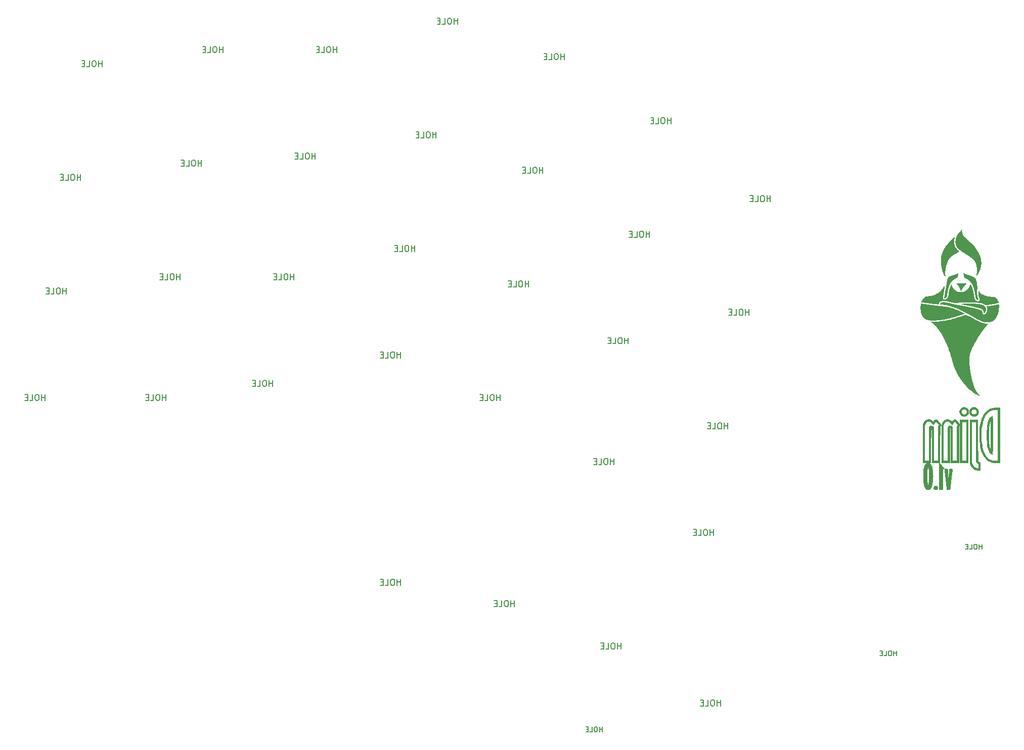
<source format=gbr>
%TF.GenerationSoftware,KiCad,Pcbnew,(5.1.7)-1*%
%TF.CreationDate,2020-10-07T08:38:14+11:00*%
%TF.ProjectId,Board-DjinnPlate,426f6172-642d-4446-9a69-6e6e506c6174,rev?*%
%TF.SameCoordinates,Original*%
%TF.FileFunction,Legend,Bot*%
%TF.FilePolarity,Positive*%
%FSLAX46Y46*%
G04 Gerber Fmt 4.6, Leading zero omitted, Abs format (unit mm)*
G04 Created by KiCad (PCBNEW (5.1.7)-1) date 2020-10-07 08:38:14*
%MOMM*%
%LPD*%
G01*
G04 APERTURE LIST*
%ADD10C,0.150000*%
%ADD11C,0.010000*%
%ADD12C,0.152400*%
G04 APERTURE END LIST*
D10*
X105251476Y-109990340D02*
X105251476Y-108990340D01*
X105251476Y-109466531D02*
X104680048Y-109466531D01*
X104680048Y-109990340D02*
X104680048Y-108990340D01*
X104013381Y-108990340D02*
X103822905Y-108990340D01*
X103727667Y-109037960D01*
X103632429Y-109133198D01*
X103584810Y-109323674D01*
X103584810Y-109657007D01*
X103632429Y-109847483D01*
X103727667Y-109942721D01*
X103822905Y-109990340D01*
X104013381Y-109990340D01*
X104108619Y-109942721D01*
X104203857Y-109847483D01*
X104251476Y-109657007D01*
X104251476Y-109323674D01*
X104203857Y-109133198D01*
X104108619Y-109037960D01*
X104013381Y-108990340D01*
X102680048Y-109990340D02*
X103156238Y-109990340D01*
X103156238Y-108990340D01*
X102346714Y-109466531D02*
X102013381Y-109466531D01*
X101870524Y-109990340D02*
X102346714Y-109990340D01*
X102346714Y-108990340D01*
X101870524Y-108990340D01*
X88582656Y-100465300D02*
X88582656Y-99465300D01*
X88582656Y-99941491D02*
X88011228Y-99941491D01*
X88011228Y-100465300D02*
X88011228Y-99465300D01*
X87344561Y-99465300D02*
X87154085Y-99465300D01*
X87058847Y-99512920D01*
X86963609Y-99608158D01*
X86915990Y-99798634D01*
X86915990Y-100131967D01*
X86963609Y-100322443D01*
X87058847Y-100417681D01*
X87154085Y-100465300D01*
X87344561Y-100465300D01*
X87439799Y-100417681D01*
X87535037Y-100322443D01*
X87582656Y-100131967D01*
X87582656Y-99798634D01*
X87535037Y-99608158D01*
X87439799Y-99512920D01*
X87344561Y-99465300D01*
X86011228Y-100465300D02*
X86487418Y-100465300D01*
X86487418Y-99465300D01*
X85677894Y-99941491D02*
X85344561Y-99941491D01*
X85201704Y-100465300D02*
X85677894Y-100465300D01*
X85677894Y-99465300D01*
X85201704Y-99465300D01*
X70723206Y-93321520D02*
X70723206Y-92321520D01*
X70723206Y-92797711D02*
X70151778Y-92797711D01*
X70151778Y-93321520D02*
X70151778Y-92321520D01*
X69485111Y-92321520D02*
X69294635Y-92321520D01*
X69199397Y-92369140D01*
X69104159Y-92464378D01*
X69056540Y-92654854D01*
X69056540Y-92988187D01*
X69104159Y-93178663D01*
X69199397Y-93273901D01*
X69294635Y-93321520D01*
X69485111Y-93321520D01*
X69580349Y-93273901D01*
X69675587Y-93178663D01*
X69723206Y-92988187D01*
X69723206Y-92654854D01*
X69675587Y-92464378D01*
X69580349Y-92369140D01*
X69485111Y-92321520D01*
X68151778Y-93321520D02*
X68627968Y-93321520D01*
X68627968Y-92321520D01*
X67818444Y-92797711D02*
X67485111Y-92797711D01*
X67342254Y-93321520D02*
X67818444Y-93321520D01*
X67818444Y-92321520D01*
X67342254Y-92321520D01*
X51673126Y-89749630D02*
X51673126Y-88749630D01*
X51673126Y-89225821D02*
X51101698Y-89225821D01*
X51101698Y-89749630D02*
X51101698Y-88749630D01*
X50435031Y-88749630D02*
X50244555Y-88749630D01*
X50149317Y-88797250D01*
X50054079Y-88892488D01*
X50006460Y-89082964D01*
X50006460Y-89416297D01*
X50054079Y-89606773D01*
X50149317Y-89702011D01*
X50244555Y-89749630D01*
X50435031Y-89749630D01*
X50530269Y-89702011D01*
X50625507Y-89606773D01*
X50673126Y-89416297D01*
X50673126Y-89082964D01*
X50625507Y-88892488D01*
X50530269Y-88797250D01*
X50435031Y-88749630D01*
X49101698Y-89749630D02*
X49577888Y-89749630D01*
X49577888Y-88749630D01*
X48768364Y-89225821D02*
X48435031Y-89225821D01*
X48292174Y-89749630D02*
X48768364Y-89749630D01*
X48768364Y-88749630D01*
X48292174Y-88749630D01*
X104060846Y-81415220D02*
X104060846Y-80415220D01*
X104060846Y-80891411D02*
X103489418Y-80891411D01*
X103489418Y-81415220D02*
X103489418Y-80415220D01*
X102822751Y-80415220D02*
X102632275Y-80415220D01*
X102537037Y-80462840D01*
X102441799Y-80558078D01*
X102394180Y-80748554D01*
X102394180Y-81081887D01*
X102441799Y-81272363D01*
X102537037Y-81367601D01*
X102632275Y-81415220D01*
X102822751Y-81415220D01*
X102917989Y-81367601D01*
X103013227Y-81272363D01*
X103060846Y-81081887D01*
X103060846Y-80748554D01*
X103013227Y-80558078D01*
X102917989Y-80462840D01*
X102822751Y-80415220D01*
X101489418Y-81415220D02*
X101965608Y-81415220D01*
X101965608Y-80415220D01*
X101156084Y-80891411D02*
X100822751Y-80891411D01*
X100679894Y-81415220D02*
X101156084Y-81415220D01*
X101156084Y-80415220D01*
X100679894Y-80415220D01*
X106442106Y-63555770D02*
X106442106Y-62555770D01*
X106442106Y-63031961D02*
X105870678Y-63031961D01*
X105870678Y-63555770D02*
X105870678Y-62555770D01*
X105204011Y-62555770D02*
X105013535Y-62555770D01*
X104918297Y-62603390D01*
X104823059Y-62698628D01*
X104775440Y-62889104D01*
X104775440Y-63222437D01*
X104823059Y-63412913D01*
X104918297Y-63508151D01*
X105013535Y-63555770D01*
X105204011Y-63555770D01*
X105299249Y-63508151D01*
X105394487Y-63412913D01*
X105442106Y-63222437D01*
X105442106Y-62889104D01*
X105394487Y-62698628D01*
X105299249Y-62603390D01*
X105204011Y-62555770D01*
X103870678Y-63555770D02*
X104346868Y-63555770D01*
X104346868Y-62555770D01*
X103537344Y-63031961D02*
X103204011Y-63031961D01*
X103061154Y-63555770D02*
X103537344Y-63555770D01*
X103537344Y-62555770D01*
X103061154Y-62555770D01*
X110013996Y-44505690D02*
X110013996Y-43505690D01*
X110013996Y-43981881D02*
X109442568Y-43981881D01*
X109442568Y-44505690D02*
X109442568Y-43505690D01*
X108775901Y-43505690D02*
X108585425Y-43505690D01*
X108490187Y-43553310D01*
X108394949Y-43648548D01*
X108347330Y-43839024D01*
X108347330Y-44172357D01*
X108394949Y-44362833D01*
X108490187Y-44458071D01*
X108585425Y-44505690D01*
X108775901Y-44505690D01*
X108871139Y-44458071D01*
X108966377Y-44362833D01*
X109013996Y-44172357D01*
X109013996Y-43839024D01*
X108966377Y-43648548D01*
X108871139Y-43553310D01*
X108775901Y-43505690D01*
X107442568Y-44505690D02*
X107918758Y-44505690D01*
X107918758Y-43505690D01*
X107109234Y-43981881D02*
X106775901Y-43981881D01*
X106633044Y-44505690D02*
X107109234Y-44505690D01*
X107109234Y-43505690D01*
X106633044Y-43505690D01*
X113585886Y-25455610D02*
X113585886Y-24455610D01*
X113585886Y-24931801D02*
X113014458Y-24931801D01*
X113014458Y-25455610D02*
X113014458Y-24455610D01*
X112347791Y-24455610D02*
X112157315Y-24455610D01*
X112062077Y-24503230D01*
X111966839Y-24598468D01*
X111919220Y-24788944D01*
X111919220Y-25122277D01*
X111966839Y-25312753D01*
X112062077Y-25407991D01*
X112157315Y-25455610D01*
X112347791Y-25455610D01*
X112443029Y-25407991D01*
X112538267Y-25312753D01*
X112585886Y-25122277D01*
X112585886Y-24788944D01*
X112538267Y-24598468D01*
X112443029Y-24503230D01*
X112347791Y-24455610D01*
X111014458Y-25455610D02*
X111490648Y-25455610D01*
X111490648Y-24455610D01*
X110681124Y-24931801D02*
X110347791Y-24931801D01*
X110204934Y-25455610D02*
X110681124Y-25455610D01*
X110681124Y-24455610D01*
X110204934Y-24455610D01*
X96917066Y-12358680D02*
X96917066Y-11358680D01*
X96917066Y-11834871D02*
X96345638Y-11834871D01*
X96345638Y-12358680D02*
X96345638Y-11358680D01*
X95678971Y-11358680D02*
X95488495Y-11358680D01*
X95393257Y-11406300D01*
X95298019Y-11501538D01*
X95250400Y-11692014D01*
X95250400Y-12025347D01*
X95298019Y-12215823D01*
X95393257Y-12311061D01*
X95488495Y-12358680D01*
X95678971Y-12358680D01*
X95774209Y-12311061D01*
X95869447Y-12215823D01*
X95917066Y-12025347D01*
X95917066Y-11692014D01*
X95869447Y-11501538D01*
X95774209Y-11406300D01*
X95678971Y-11358680D01*
X94345638Y-12358680D02*
X94821828Y-12358680D01*
X94821828Y-11358680D01*
X94012304Y-11834871D02*
X93678971Y-11834871D01*
X93536114Y-12358680D02*
X94012304Y-12358680D01*
X94012304Y-11358680D01*
X93536114Y-11358680D01*
X93345176Y-31408760D02*
X93345176Y-30408760D01*
X93345176Y-30884951D02*
X92773748Y-30884951D01*
X92773748Y-31408760D02*
X92773748Y-30408760D01*
X92107081Y-30408760D02*
X91916605Y-30408760D01*
X91821367Y-30456380D01*
X91726129Y-30551618D01*
X91678510Y-30742094D01*
X91678510Y-31075427D01*
X91726129Y-31265903D01*
X91821367Y-31361141D01*
X91916605Y-31408760D01*
X92107081Y-31408760D01*
X92202319Y-31361141D01*
X92297557Y-31265903D01*
X92345176Y-31075427D01*
X92345176Y-30742094D01*
X92297557Y-30551618D01*
X92202319Y-30456380D01*
X92107081Y-30408760D01*
X90773748Y-31408760D02*
X91249938Y-31408760D01*
X91249938Y-30408760D01*
X90440414Y-30884951D02*
X90107081Y-30884951D01*
X89964224Y-31408760D02*
X90440414Y-31408760D01*
X90440414Y-30408760D01*
X89964224Y-30408760D01*
X89773286Y-49268210D02*
X89773286Y-48268210D01*
X89773286Y-48744401D02*
X89201858Y-48744401D01*
X89201858Y-49268210D02*
X89201858Y-48268210D01*
X88535191Y-48268210D02*
X88344715Y-48268210D01*
X88249477Y-48315830D01*
X88154239Y-48411068D01*
X88106620Y-48601544D01*
X88106620Y-48934877D01*
X88154239Y-49125353D01*
X88249477Y-49220591D01*
X88344715Y-49268210D01*
X88535191Y-49268210D01*
X88630429Y-49220591D01*
X88725667Y-49125353D01*
X88773286Y-48934877D01*
X88773286Y-48601544D01*
X88725667Y-48411068D01*
X88630429Y-48315830D01*
X88535191Y-48268210D01*
X87201858Y-49268210D02*
X87678048Y-49268210D01*
X87678048Y-48268210D01*
X86868524Y-48744401D02*
X86535191Y-48744401D01*
X86392334Y-49268210D02*
X86868524Y-49268210D01*
X86868524Y-48268210D01*
X86392334Y-48268210D01*
X87392026Y-69508920D02*
X87392026Y-68508920D01*
X87392026Y-68985111D02*
X86820598Y-68985111D01*
X86820598Y-69508920D02*
X86820598Y-68508920D01*
X86153931Y-68508920D02*
X85963455Y-68508920D01*
X85868217Y-68556540D01*
X85772979Y-68651778D01*
X85725360Y-68842254D01*
X85725360Y-69175587D01*
X85772979Y-69366063D01*
X85868217Y-69461301D01*
X85963455Y-69508920D01*
X86153931Y-69508920D01*
X86249169Y-69461301D01*
X86344407Y-69366063D01*
X86392026Y-69175587D01*
X86392026Y-68842254D01*
X86344407Y-68651778D01*
X86249169Y-68556540D01*
X86153931Y-68508920D01*
X84820598Y-69508920D02*
X85296788Y-69508920D01*
X85296788Y-68508920D01*
X84487264Y-68985111D02*
X84153931Y-68985111D01*
X84011074Y-69508920D02*
X84487264Y-69508920D01*
X84487264Y-68508920D01*
X84011074Y-68508920D01*
X68341946Y-58793250D02*
X68341946Y-57793250D01*
X68341946Y-58269441D02*
X67770518Y-58269441D01*
X67770518Y-58793250D02*
X67770518Y-57793250D01*
X67103851Y-57793250D02*
X66913375Y-57793250D01*
X66818137Y-57840870D01*
X66722899Y-57936108D01*
X66675280Y-58126584D01*
X66675280Y-58459917D01*
X66722899Y-58650393D01*
X66818137Y-58745631D01*
X66913375Y-58793250D01*
X67103851Y-58793250D01*
X67199089Y-58745631D01*
X67294327Y-58650393D01*
X67341946Y-58459917D01*
X67341946Y-58126584D01*
X67294327Y-57936108D01*
X67199089Y-57840870D01*
X67103851Y-57793250D01*
X65770518Y-58793250D02*
X66246708Y-58793250D01*
X66246708Y-57793250D01*
X65437184Y-58269441D02*
X65103851Y-58269441D01*
X64960994Y-58793250D02*
X65437184Y-58793250D01*
X65437184Y-57793250D01*
X64960994Y-57793250D01*
X73104466Y-39743170D02*
X73104466Y-38743170D01*
X73104466Y-39219361D02*
X72533038Y-39219361D01*
X72533038Y-39743170D02*
X72533038Y-38743170D01*
X71866371Y-38743170D02*
X71675895Y-38743170D01*
X71580657Y-38790790D01*
X71485419Y-38886028D01*
X71437800Y-39076504D01*
X71437800Y-39409837D01*
X71485419Y-39600313D01*
X71580657Y-39695551D01*
X71675895Y-39743170D01*
X71866371Y-39743170D01*
X71961609Y-39695551D01*
X72056847Y-39600313D01*
X72104466Y-39409837D01*
X72104466Y-39076504D01*
X72056847Y-38886028D01*
X71961609Y-38790790D01*
X71866371Y-38743170D01*
X70533038Y-39743170D02*
X71009228Y-39743170D01*
X71009228Y-38743170D01*
X70199704Y-39219361D02*
X69866371Y-39219361D01*
X69723514Y-39743170D02*
X70199704Y-39743170D01*
X70199704Y-38743170D01*
X69723514Y-38743170D01*
X75485726Y-20693090D02*
X75485726Y-19693090D01*
X75485726Y-20169281D02*
X74914298Y-20169281D01*
X74914298Y-20693090D02*
X74914298Y-19693090D01*
X74247631Y-19693090D02*
X74057155Y-19693090D01*
X73961917Y-19740710D01*
X73866679Y-19835948D01*
X73819060Y-20026424D01*
X73819060Y-20359757D01*
X73866679Y-20550233D01*
X73961917Y-20645471D01*
X74057155Y-20693090D01*
X74247631Y-20693090D01*
X74342869Y-20645471D01*
X74438107Y-20550233D01*
X74485726Y-20359757D01*
X74485726Y-20026424D01*
X74438107Y-19835948D01*
X74342869Y-19740710D01*
X74247631Y-19693090D01*
X72914298Y-20693090D02*
X73390488Y-20693090D01*
X73390488Y-19693090D01*
X72580964Y-20169281D02*
X72247631Y-20169281D01*
X72104774Y-20693090D02*
X72580964Y-20693090D01*
X72580964Y-19693090D01*
X72104774Y-19693090D01*
X79057616Y-1643010D02*
X79057616Y-643010D01*
X79057616Y-1119201D02*
X78486188Y-1119201D01*
X78486188Y-1643010D02*
X78486188Y-643010D01*
X77819521Y-643010D02*
X77629045Y-643010D01*
X77533807Y-690630D01*
X77438569Y-785868D01*
X77390950Y-976344D01*
X77390950Y-1309677D01*
X77438569Y-1500153D01*
X77533807Y-1595391D01*
X77629045Y-1643010D01*
X77819521Y-1643010D01*
X77914759Y-1595391D01*
X78009997Y-1500153D01*
X78057616Y-1309677D01*
X78057616Y-976344D01*
X78009997Y-785868D01*
X77914759Y-690630D01*
X77819521Y-643010D01*
X76486188Y-1643010D02*
X76962378Y-1643010D01*
X76962378Y-643010D01*
X76152854Y-1119201D02*
X75819521Y-1119201D01*
X75676664Y-1643010D02*
X76152854Y-1643010D01*
X76152854Y-643010D01*
X75676664Y-643010D01*
X61198166Y4310139D02*
X61198166Y5310139D01*
X61198166Y4833948D02*
X60626738Y4833948D01*
X60626738Y4310139D02*
X60626738Y5310139D01*
X59960071Y5310139D02*
X59769595Y5310139D01*
X59674357Y5262520D01*
X59579119Y5167281D01*
X59531500Y4976805D01*
X59531500Y4643472D01*
X59579119Y4452996D01*
X59674357Y4357758D01*
X59769595Y4310139D01*
X59960071Y4310139D01*
X60055309Y4357758D01*
X60150547Y4452996D01*
X60198166Y4643472D01*
X60198166Y4976805D01*
X60150547Y5167281D01*
X60055309Y5262520D01*
X59960071Y5310139D01*
X58626738Y4310139D02*
X59102928Y4310139D01*
X59102928Y5310139D01*
X58293404Y4833948D02*
X57960071Y4833948D01*
X57817214Y4310139D02*
X58293404Y4310139D01*
X58293404Y5310139D01*
X57817214Y5310139D01*
X57626276Y-14739940D02*
X57626276Y-13739940D01*
X57626276Y-14216131D02*
X57054848Y-14216131D01*
X57054848Y-14739940D02*
X57054848Y-13739940D01*
X56388181Y-13739940D02*
X56197705Y-13739940D01*
X56102467Y-13787560D01*
X56007229Y-13882798D01*
X55959610Y-14073274D01*
X55959610Y-14406607D01*
X56007229Y-14597083D01*
X56102467Y-14692321D01*
X56197705Y-14739940D01*
X56388181Y-14739940D01*
X56483419Y-14692321D01*
X56578657Y-14597083D01*
X56626276Y-14406607D01*
X56626276Y-14073274D01*
X56578657Y-13882798D01*
X56483419Y-13787560D01*
X56388181Y-13739940D01*
X55054848Y-14739940D02*
X55531038Y-14739940D01*
X55531038Y-13739940D01*
X54721514Y-14216131D02*
X54388181Y-14216131D01*
X54245324Y-14739940D02*
X54721514Y-14739940D01*
X54721514Y-13739940D01*
X54245324Y-13739940D01*
X54054386Y-33790020D02*
X54054386Y-32790020D01*
X54054386Y-33266211D02*
X53482958Y-33266211D01*
X53482958Y-33790020D02*
X53482958Y-32790020D01*
X52816291Y-32790020D02*
X52625815Y-32790020D01*
X52530577Y-32837640D01*
X52435339Y-32932878D01*
X52387720Y-33123354D01*
X52387720Y-33456687D01*
X52435339Y-33647163D01*
X52530577Y-33742401D01*
X52625815Y-33790020D01*
X52816291Y-33790020D01*
X52911529Y-33742401D01*
X53006767Y-33647163D01*
X53054386Y-33456687D01*
X53054386Y-33123354D01*
X53006767Y-32932878D01*
X52911529Y-32837640D01*
X52816291Y-32790020D01*
X51482958Y-33790020D02*
X51959148Y-33790020D01*
X51959148Y-32790020D01*
X51149624Y-33266211D02*
X50816291Y-33266211D01*
X50673434Y-33790020D02*
X51149624Y-33790020D01*
X51149624Y-32790020D01*
X50673434Y-32790020D01*
X51673126Y-51649470D02*
X51673126Y-50649470D01*
X51673126Y-51125661D02*
X51101698Y-51125661D01*
X51101698Y-51649470D02*
X51101698Y-50649470D01*
X50435031Y-50649470D02*
X50244555Y-50649470D01*
X50149317Y-50697090D01*
X50054079Y-50792328D01*
X50006460Y-50982804D01*
X50006460Y-51316137D01*
X50054079Y-51506613D01*
X50149317Y-51601851D01*
X50244555Y-51649470D01*
X50435031Y-51649470D01*
X50530269Y-51601851D01*
X50625507Y-51506613D01*
X50673126Y-51316137D01*
X50673126Y-50982804D01*
X50625507Y-50792328D01*
X50530269Y-50697090D01*
X50435031Y-50649470D01*
X49101698Y-51649470D02*
X49577888Y-51649470D01*
X49577888Y-50649470D01*
X48768364Y-51125661D02*
X48435031Y-51125661D01*
X48292174Y-51649470D02*
X48768364Y-51649470D01*
X48768364Y-50649470D01*
X48292174Y-50649470D01*
X30241786Y-56411990D02*
X30241786Y-55411990D01*
X30241786Y-55888181D02*
X29670358Y-55888181D01*
X29670358Y-56411990D02*
X29670358Y-55411990D01*
X29003691Y-55411990D02*
X28813215Y-55411990D01*
X28717977Y-55459610D01*
X28622739Y-55554848D01*
X28575120Y-55745324D01*
X28575120Y-56078657D01*
X28622739Y-56269133D01*
X28717977Y-56364371D01*
X28813215Y-56411990D01*
X29003691Y-56411990D01*
X29098929Y-56364371D01*
X29194167Y-56269133D01*
X29241786Y-56078657D01*
X29241786Y-55745324D01*
X29194167Y-55554848D01*
X29098929Y-55459610D01*
X29003691Y-55411990D01*
X27670358Y-56411990D02*
X28146548Y-56411990D01*
X28146548Y-55411990D01*
X27337024Y-55888181D02*
X27003691Y-55888181D01*
X26860834Y-56411990D02*
X27337024Y-56411990D01*
X27337024Y-55411990D01*
X26860834Y-55411990D01*
X33813676Y-38552540D02*
X33813676Y-37552540D01*
X33813676Y-38028731D02*
X33242248Y-38028731D01*
X33242248Y-38552540D02*
X33242248Y-37552540D01*
X32575581Y-37552540D02*
X32385105Y-37552540D01*
X32289867Y-37600160D01*
X32194629Y-37695398D01*
X32147010Y-37885874D01*
X32147010Y-38219207D01*
X32194629Y-38409683D01*
X32289867Y-38504921D01*
X32385105Y-38552540D01*
X32575581Y-38552540D01*
X32670819Y-38504921D01*
X32766057Y-38409683D01*
X32813676Y-38219207D01*
X32813676Y-37885874D01*
X32766057Y-37695398D01*
X32670819Y-37600160D01*
X32575581Y-37552540D01*
X31242248Y-38552540D02*
X31718438Y-38552540D01*
X31718438Y-37552540D01*
X30908914Y-38028731D02*
X30575581Y-38028731D01*
X30432724Y-38552540D02*
X30908914Y-38552540D01*
X30908914Y-37552540D01*
X30432724Y-37552540D01*
X37385566Y-18311830D02*
X37385566Y-17311830D01*
X37385566Y-17788021D02*
X36814138Y-17788021D01*
X36814138Y-18311830D02*
X36814138Y-17311830D01*
X36147471Y-17311830D02*
X35956995Y-17311830D01*
X35861757Y-17359450D01*
X35766519Y-17454688D01*
X35718900Y-17645164D01*
X35718900Y-17978497D01*
X35766519Y-18168973D01*
X35861757Y-18264211D01*
X35956995Y-18311830D01*
X36147471Y-18311830D01*
X36242709Y-18264211D01*
X36337947Y-18168973D01*
X36385566Y-17978497D01*
X36385566Y-17645164D01*
X36337947Y-17454688D01*
X36242709Y-17359450D01*
X36147471Y-17311830D01*
X34814138Y-18311830D02*
X35290328Y-18311830D01*
X35290328Y-17311830D01*
X34480804Y-17788021D02*
X34147471Y-17788021D01*
X34004614Y-18311830D02*
X34480804Y-18311830D01*
X34480804Y-17311830D01*
X34004614Y-17311830D01*
X40957456Y-452380D02*
X40957456Y547619D01*
X40957456Y71428D02*
X40386028Y71428D01*
X40386028Y-452380D02*
X40386028Y547619D01*
X39719361Y547619D02*
X39528885Y547619D01*
X39433647Y500000D01*
X39338409Y404761D01*
X39290790Y214285D01*
X39290790Y-119047D01*
X39338409Y-309523D01*
X39433647Y-404761D01*
X39528885Y-452380D01*
X39719361Y-452380D01*
X39814599Y-404761D01*
X39909837Y-309523D01*
X39957456Y-119047D01*
X39957456Y214285D01*
X39909837Y404761D01*
X39814599Y500000D01*
X39719361Y547619D01*
X38386028Y-452380D02*
X38862218Y-452380D01*
X38862218Y547619D01*
X38052694Y71428D02*
X37719361Y71428D01*
X37576504Y-452380D02*
X38052694Y-452380D01*
X38052694Y547619D01*
X37576504Y547619D01*
X21907376Y-452380D02*
X21907376Y547619D01*
X21907376Y71428D02*
X21335948Y71428D01*
X21335948Y-452380D02*
X21335948Y547619D01*
X20669281Y547619D02*
X20478805Y547619D01*
X20383567Y500000D01*
X20288329Y404761D01*
X20240710Y214285D01*
X20240710Y-119047D01*
X20288329Y-309523D01*
X20383567Y-404761D01*
X20478805Y-452380D01*
X20669281Y-452380D01*
X20764519Y-404761D01*
X20859757Y-309523D01*
X20907376Y-119047D01*
X20907376Y214285D01*
X20859757Y404761D01*
X20764519Y500000D01*
X20669281Y547619D01*
X19335948Y-452380D02*
X19812138Y-452380D01*
X19812138Y547619D01*
X19002614Y71428D02*
X18669281Y71428D01*
X18526424Y-452380D02*
X19002614Y-452380D01*
X19002614Y547619D01*
X18526424Y547619D01*
X18335486Y-19502460D02*
X18335486Y-18502460D01*
X18335486Y-18978651D02*
X17764058Y-18978651D01*
X17764058Y-19502460D02*
X17764058Y-18502460D01*
X17097391Y-18502460D02*
X16906915Y-18502460D01*
X16811677Y-18550080D01*
X16716439Y-18645318D01*
X16668820Y-18835794D01*
X16668820Y-19169127D01*
X16716439Y-19359603D01*
X16811677Y-19454841D01*
X16906915Y-19502460D01*
X17097391Y-19502460D01*
X17192629Y-19454841D01*
X17287867Y-19359603D01*
X17335486Y-19169127D01*
X17335486Y-18835794D01*
X17287867Y-18645318D01*
X17192629Y-18550080D01*
X17097391Y-18502460D01*
X15764058Y-19502460D02*
X16240248Y-19502460D01*
X16240248Y-18502460D01*
X15430724Y-18978651D02*
X15097391Y-18978651D01*
X14954534Y-19502460D02*
X15430724Y-19502460D01*
X15430724Y-18502460D01*
X14954534Y-18502460D01*
X14763596Y-38552540D02*
X14763596Y-37552540D01*
X14763596Y-38028731D02*
X14192168Y-38028731D01*
X14192168Y-38552540D02*
X14192168Y-37552540D01*
X13525501Y-37552540D02*
X13335025Y-37552540D01*
X13239787Y-37600160D01*
X13144549Y-37695398D01*
X13096930Y-37885874D01*
X13096930Y-38219207D01*
X13144549Y-38409683D01*
X13239787Y-38504921D01*
X13335025Y-38552540D01*
X13525501Y-38552540D01*
X13620739Y-38504921D01*
X13715977Y-38409683D01*
X13763596Y-38219207D01*
X13763596Y-37885874D01*
X13715977Y-37695398D01*
X13620739Y-37600160D01*
X13525501Y-37552540D01*
X12192168Y-38552540D02*
X12668358Y-38552540D01*
X12668358Y-37552540D01*
X11858834Y-38028731D02*
X11525501Y-38028731D01*
X11382644Y-38552540D02*
X11858834Y-38552540D01*
X11858834Y-37552540D01*
X11382644Y-37552540D01*
X12382336Y-58793250D02*
X12382336Y-57793250D01*
X12382336Y-58269441D02*
X11810908Y-58269441D01*
X11810908Y-58793250D02*
X11810908Y-57793250D01*
X11144241Y-57793250D02*
X10953765Y-57793250D01*
X10858527Y-57840870D01*
X10763289Y-57936108D01*
X10715670Y-58126584D01*
X10715670Y-58459917D01*
X10763289Y-58650393D01*
X10858527Y-58745631D01*
X10953765Y-58793250D01*
X11144241Y-58793250D01*
X11239479Y-58745631D01*
X11334717Y-58650393D01*
X11382336Y-58459917D01*
X11382336Y-58126584D01*
X11334717Y-57936108D01*
X11239479Y-57840870D01*
X11144241Y-57793250D01*
X9810908Y-58793250D02*
X10287098Y-58793250D01*
X10287098Y-57793250D01*
X9477574Y-58269441D02*
X9144241Y-58269441D01*
X9001384Y-58793250D02*
X9477574Y-58793250D01*
X9477574Y-57793250D01*
X9001384Y-57793250D01*
X-7858373Y-58793250D02*
X-7858373Y-57793250D01*
X-7858373Y-58269441D02*
X-8429801Y-58269441D01*
X-8429801Y-58793250D02*
X-8429801Y-57793250D01*
X-9096468Y-57793250D02*
X-9286944Y-57793250D01*
X-9382182Y-57840870D01*
X-9477420Y-57936108D01*
X-9525040Y-58126584D01*
X-9525040Y-58459917D01*
X-9477420Y-58650393D01*
X-9382182Y-58745631D01*
X-9286944Y-58793250D01*
X-9096468Y-58793250D01*
X-9001230Y-58745631D01*
X-8905992Y-58650393D01*
X-8858373Y-58459917D01*
X-8858373Y-58126584D01*
X-8905992Y-57936108D01*
X-9001230Y-57840870D01*
X-9096468Y-57793250D01*
X-10429801Y-58793250D02*
X-9953611Y-58793250D01*
X-9953611Y-57793250D01*
X-10763135Y-58269441D02*
X-11096468Y-58269441D01*
X-11239325Y-58793250D02*
X-10763135Y-58793250D01*
X-10763135Y-57793250D01*
X-11239325Y-57793250D01*
X-4286483Y-40933800D02*
X-4286483Y-39933800D01*
X-4286483Y-40409991D02*
X-4857911Y-40409991D01*
X-4857911Y-40933800D02*
X-4857911Y-39933800D01*
X-5524578Y-39933800D02*
X-5715054Y-39933800D01*
X-5810292Y-39981420D01*
X-5905530Y-40076658D01*
X-5953150Y-40267134D01*
X-5953150Y-40600467D01*
X-5905530Y-40790943D01*
X-5810292Y-40886181D01*
X-5715054Y-40933800D01*
X-5524578Y-40933800D01*
X-5429340Y-40886181D01*
X-5334102Y-40790943D01*
X-5286483Y-40600467D01*
X-5286483Y-40267134D01*
X-5334102Y-40076658D01*
X-5429340Y-39981420D01*
X-5524578Y-39933800D01*
X-6857911Y-40933800D02*
X-6381721Y-40933800D01*
X-6381721Y-39933800D01*
X-7191245Y-40409991D02*
X-7524578Y-40409991D01*
X-7667435Y-40933800D02*
X-7191245Y-40933800D01*
X-7191245Y-39933800D01*
X-7667435Y-39933800D01*
X-1905223Y-21883720D02*
X-1905223Y-20883720D01*
X-1905223Y-21359911D02*
X-2476651Y-21359911D01*
X-2476651Y-21883720D02*
X-2476651Y-20883720D01*
X-3143318Y-20883720D02*
X-3333794Y-20883720D01*
X-3429032Y-20931340D01*
X-3524270Y-21026578D01*
X-3571890Y-21217054D01*
X-3571890Y-21550387D01*
X-3524270Y-21740863D01*
X-3429032Y-21836101D01*
X-3333794Y-21883720D01*
X-3143318Y-21883720D01*
X-3048080Y-21836101D01*
X-2952842Y-21740863D01*
X-2905223Y-21550387D01*
X-2905223Y-21217054D01*
X-2952842Y-21026578D01*
X-3048080Y-20931340D01*
X-3143318Y-20883720D01*
X-4476651Y-21883720D02*
X-4000461Y-21883720D01*
X-4000461Y-20883720D01*
X-4809985Y-21359911D02*
X-5143318Y-21359911D01*
X-5286175Y-21883720D02*
X-4809985Y-21883720D01*
X-4809985Y-20883720D01*
X-5286175Y-20883720D01*
X1666666Y-2833640D02*
X1666666Y-1833640D01*
X1666666Y-2309831D02*
X1095238Y-2309831D01*
X1095238Y-2833640D02*
X1095238Y-1833640D01*
X428571Y-1833640D02*
X238095Y-1833640D01*
X142857Y-1881260D01*
X47619Y-1976498D01*
X0Y-2166974D01*
X0Y-2500307D01*
X47619Y-2690783D01*
X142857Y-2786021D01*
X238095Y-2833640D01*
X428571Y-2833640D01*
X523809Y-2786021D01*
X619047Y-2690783D01*
X666666Y-2500307D01*
X666666Y-2166974D01*
X619047Y-1976498D01*
X523809Y-1881260D01*
X428571Y-1833640D01*
X-904761Y-2833640D02*
X-428571Y-2833640D01*
X-428571Y-1833640D01*
X-1238095Y-2309831D02*
X-1571428Y-2309831D01*
X-1714285Y-2833640D02*
X-1238095Y-2833640D01*
X-1238095Y-1833640D01*
X-1714285Y-1833640D01*
D11*
%TO.C,LOGO6*%
G36*
X143685928Y-70263167D02*
G01*
X143618103Y-70264009D01*
X143572600Y-70266203D01*
X143544703Y-70270393D01*
X143529698Y-70277225D01*
X143522871Y-70287346D01*
X143520029Y-70298748D01*
X143518149Y-70319830D01*
X143514824Y-70370185D01*
X143510188Y-70447377D01*
X143504373Y-70548968D01*
X143497513Y-70672521D01*
X143489740Y-70815599D01*
X143481189Y-70975765D01*
X143471991Y-71150582D01*
X143462280Y-71337612D01*
X143452190Y-71534418D01*
X143447421Y-71628280D01*
X143437232Y-71828445D01*
X143427402Y-72019713D01*
X143418060Y-72199675D01*
X143409337Y-72365924D01*
X143401360Y-72516052D01*
X143394260Y-72647652D01*
X143388166Y-72758314D01*
X143383207Y-72845631D01*
X143379513Y-72907196D01*
X143377212Y-72940601D01*
X143376646Y-72945905D01*
X143373530Y-72944468D01*
X143370538Y-72917286D01*
X143368478Y-72874467D01*
X143367282Y-72843709D01*
X143364719Y-72783870D01*
X143360909Y-72697586D01*
X143355973Y-72587492D01*
X143350030Y-72456223D01*
X143343199Y-72306414D01*
X143335602Y-72140700D01*
X143327357Y-71961716D01*
X143318585Y-71772097D01*
X143309405Y-71574478D01*
X143307106Y-71525092D01*
X143248673Y-70270967D01*
X142990704Y-70266605D01*
X142885575Y-70265582D01*
X142809755Y-70266675D01*
X142760868Y-70270009D01*
X142736537Y-70275713D01*
X142732735Y-70280311D01*
X142734540Y-70298208D01*
X142739794Y-70345579D01*
X142748261Y-70420362D01*
X142759701Y-70520496D01*
X142773878Y-70643920D01*
X142790553Y-70788571D01*
X142809488Y-70952389D01*
X142830445Y-71133312D01*
X142853186Y-71329278D01*
X142877473Y-71538227D01*
X142903069Y-71758097D01*
X142929735Y-71986826D01*
X142931175Y-71999173D01*
X142957894Y-72228356D01*
X142983555Y-72448819D01*
X143007920Y-72658495D01*
X143030751Y-72855322D01*
X143051810Y-73037235D01*
X143070859Y-73202169D01*
X143087660Y-73348060D01*
X143101974Y-73472845D01*
X143113564Y-73574458D01*
X143122192Y-73650836D01*
X143127619Y-73699914D01*
X143129608Y-73719628D01*
X143129613Y-73719811D01*
X143137682Y-73727792D01*
X143164171Y-73733490D01*
X143212502Y-73737182D01*
X143286093Y-73739142D01*
X143375673Y-73739655D01*
X143479309Y-73738790D01*
X143553261Y-73736096D01*
X143599548Y-73731424D01*
X143620192Y-73724628D01*
X143621735Y-73721585D01*
X143623600Y-73703701D01*
X143629032Y-73656351D01*
X143637784Y-73581588D01*
X143649612Y-73481466D01*
X143664271Y-73358039D01*
X143681515Y-73213361D01*
X143701100Y-73049486D01*
X143722780Y-72868466D01*
X143746310Y-72672358D01*
X143771445Y-72463213D01*
X143797940Y-72243086D01*
X143825549Y-72014032D01*
X143828110Y-71992798D01*
X143855794Y-71763232D01*
X143882387Y-71542545D01*
X143907644Y-71332776D01*
X143931321Y-71135966D01*
X143953172Y-70954154D01*
X143972954Y-70789382D01*
X143990421Y-70643690D01*
X144005328Y-70519117D01*
X144017431Y-70417704D01*
X144026485Y-70341492D01*
X144032246Y-70292521D01*
X144034467Y-70272832D01*
X144034485Y-70272555D01*
X144019497Y-70269337D01*
X143978076Y-70266583D01*
X143915539Y-70264494D01*
X143837201Y-70263268D01*
X143780788Y-70263030D01*
X143685928Y-70263167D01*
G37*
X143685928Y-70263167D02*
X143618103Y-70264009D01*
X143572600Y-70266203D01*
X143544703Y-70270393D01*
X143529698Y-70277225D01*
X143522871Y-70287346D01*
X143520029Y-70298748D01*
X143518149Y-70319830D01*
X143514824Y-70370185D01*
X143510188Y-70447377D01*
X143504373Y-70548968D01*
X143497513Y-70672521D01*
X143489740Y-70815599D01*
X143481189Y-70975765D01*
X143471991Y-71150582D01*
X143462280Y-71337612D01*
X143452190Y-71534418D01*
X143447421Y-71628280D01*
X143437232Y-71828445D01*
X143427402Y-72019713D01*
X143418060Y-72199675D01*
X143409337Y-72365924D01*
X143401360Y-72516052D01*
X143394260Y-72647652D01*
X143388166Y-72758314D01*
X143383207Y-72845631D01*
X143379513Y-72907196D01*
X143377212Y-72940601D01*
X143376646Y-72945905D01*
X143373530Y-72944468D01*
X143370538Y-72917286D01*
X143368478Y-72874467D01*
X143367282Y-72843709D01*
X143364719Y-72783870D01*
X143360909Y-72697586D01*
X143355973Y-72587492D01*
X143350030Y-72456223D01*
X143343199Y-72306414D01*
X143335602Y-72140700D01*
X143327357Y-71961716D01*
X143318585Y-71772097D01*
X143309405Y-71574478D01*
X143307106Y-71525092D01*
X143248673Y-70270967D01*
X142990704Y-70266605D01*
X142885575Y-70265582D01*
X142809755Y-70266675D01*
X142760868Y-70270009D01*
X142736537Y-70275713D01*
X142732735Y-70280311D01*
X142734540Y-70298208D01*
X142739794Y-70345579D01*
X142748261Y-70420362D01*
X142759701Y-70520496D01*
X142773878Y-70643920D01*
X142790553Y-70788571D01*
X142809488Y-70952389D01*
X142830445Y-71133312D01*
X142853186Y-71329278D01*
X142877473Y-71538227D01*
X142903069Y-71758097D01*
X142929735Y-71986826D01*
X142931175Y-71999173D01*
X142957894Y-72228356D01*
X142983555Y-72448819D01*
X143007920Y-72658495D01*
X143030751Y-72855322D01*
X143051810Y-73037235D01*
X143070859Y-73202169D01*
X143087660Y-73348060D01*
X143101974Y-73472845D01*
X143113564Y-73574458D01*
X143122192Y-73650836D01*
X143127619Y-73699914D01*
X143129608Y-73719628D01*
X143129613Y-73719811D01*
X143137682Y-73727792D01*
X143164171Y-73733490D01*
X143212502Y-73737182D01*
X143286093Y-73739142D01*
X143375673Y-73739655D01*
X143479309Y-73738790D01*
X143553261Y-73736096D01*
X143599548Y-73731424D01*
X143620192Y-73724628D01*
X143621735Y-73721585D01*
X143623600Y-73703701D01*
X143629032Y-73656351D01*
X143637784Y-73581588D01*
X143649612Y-73481466D01*
X143664271Y-73358039D01*
X143681515Y-73213361D01*
X143701100Y-73049486D01*
X143722780Y-72868466D01*
X143746310Y-72672358D01*
X143771445Y-72463213D01*
X143797940Y-72243086D01*
X143825549Y-72014032D01*
X143828110Y-71992798D01*
X143855794Y-71763232D01*
X143882387Y-71542545D01*
X143907644Y-71332776D01*
X143931321Y-71135966D01*
X143953172Y-70954154D01*
X143972954Y-70789382D01*
X143990421Y-70643690D01*
X144005328Y-70519117D01*
X144017431Y-70417704D01*
X144026485Y-70341492D01*
X144032246Y-70292521D01*
X144034467Y-70272832D01*
X144034485Y-70272555D01*
X144019497Y-70269337D01*
X143978076Y-70266583D01*
X143915539Y-70264494D01*
X143837201Y-70263268D01*
X143780788Y-70263030D01*
X143685928Y-70263167D01*
G36*
X141155341Y-73098091D02*
G01*
X141066785Y-73139595D01*
X140996063Y-73205754D01*
X140946519Y-73294189D01*
X140941053Y-73309430D01*
X140924459Y-73403150D01*
X140935541Y-73492067D01*
X140970247Y-73572589D01*
X141024527Y-73641125D01*
X141094328Y-73694082D01*
X141175599Y-73727868D01*
X141264289Y-73738893D01*
X141356348Y-73723564D01*
X141392421Y-73709606D01*
X141464936Y-73661307D01*
X141524153Y-73592411D01*
X141565743Y-73511024D01*
X141585375Y-73425249D01*
X141581657Y-73355387D01*
X141547027Y-73259180D01*
X141489342Y-73180373D01*
X141413035Y-73122693D01*
X141322540Y-73089865D01*
X141258388Y-73083620D01*
X141155341Y-73098091D01*
G37*
X141155341Y-73098091D02*
X141066785Y-73139595D01*
X140996063Y-73205754D01*
X140946519Y-73294189D01*
X140941053Y-73309430D01*
X140924459Y-73403150D01*
X140935541Y-73492067D01*
X140970247Y-73572589D01*
X141024527Y-73641125D01*
X141094328Y-73694082D01*
X141175599Y-73727868D01*
X141264289Y-73738893D01*
X141356348Y-73723564D01*
X141392421Y-73709606D01*
X141464936Y-73661307D01*
X141524153Y-73592411D01*
X141565743Y-73511024D01*
X141585375Y-73425249D01*
X141581657Y-73355387D01*
X141547027Y-73259180D01*
X141489342Y-73180373D01*
X141413035Y-73122693D01*
X141322540Y-73089865D01*
X141258388Y-73083620D01*
X141155341Y-73098091D01*
G36*
X141285735Y-61975968D02*
G01*
X141136051Y-62043547D01*
X140996572Y-62140446D01*
X140896995Y-62234632D01*
X140804354Y-62333807D01*
X140708889Y-62239700D01*
X140572162Y-62123913D01*
X140428188Y-62039026D01*
X140276842Y-61984996D01*
X140118000Y-61961783D01*
X139951537Y-61969345D01*
X139913833Y-61975143D01*
X139767699Y-62015985D01*
X139627882Y-62085185D01*
X139498024Y-62179467D01*
X139381761Y-62295552D01*
X139282735Y-62430161D01*
X139204582Y-62580018D01*
X139183837Y-62632688D01*
X139172928Y-62661954D01*
X139162904Y-62688053D01*
X139153724Y-62712361D01*
X139145351Y-62736255D01*
X139137746Y-62761110D01*
X139130868Y-62788304D01*
X139124679Y-62819213D01*
X139119140Y-62855213D01*
X139114211Y-62897682D01*
X139109854Y-62947995D01*
X139106029Y-63007529D01*
X139102698Y-63077660D01*
X139099820Y-63159766D01*
X139097358Y-63255222D01*
X139095271Y-63365405D01*
X139093521Y-63491692D01*
X139092068Y-63635459D01*
X139090873Y-63798082D01*
X139089898Y-63980939D01*
X139089103Y-64185405D01*
X139088448Y-64412857D01*
X139087896Y-64664672D01*
X139087406Y-64942226D01*
X139086940Y-65246895D01*
X139086458Y-65580057D01*
X139085921Y-65943088D01*
X139085702Y-66083936D01*
X139080794Y-69199405D01*
X139513734Y-69200476D01*
X139641240Y-69200924D01*
X139739702Y-69201670D01*
X139811822Y-69202880D01*
X139860306Y-69204716D01*
X139887858Y-69207344D01*
X139897182Y-69210929D01*
X139890982Y-69215634D01*
X139871964Y-69221625D01*
X139870034Y-69222147D01*
X139762737Y-69267243D01*
X139662620Y-69342279D01*
X139570267Y-69446139D01*
X139486258Y-69577706D01*
X139411176Y-69735864D01*
X139345603Y-69919496D01*
X139290121Y-70127486D01*
X139245313Y-70358717D01*
X139232166Y-70445592D01*
X139210323Y-70632383D01*
X139193495Y-70842986D01*
X139181703Y-71070782D01*
X139174969Y-71309156D01*
X139173317Y-71551487D01*
X139176767Y-71791160D01*
X139185342Y-72021556D01*
X139199064Y-72236058D01*
X139217955Y-72428047D01*
X139225354Y-72485530D01*
X139266818Y-72733528D01*
X139319325Y-72956856D01*
X139382451Y-73154560D01*
X139455773Y-73325688D01*
X139538869Y-73469289D01*
X139631316Y-73584409D01*
X139732689Y-73670097D01*
X139758918Y-73686540D01*
X139848760Y-73722433D01*
X139951241Y-73735815D01*
X140055891Y-73725948D01*
X140108296Y-73711170D01*
X140215317Y-73656326D01*
X140314598Y-73571639D01*
X140405487Y-73458215D01*
X140487335Y-73317159D01*
X140559491Y-73149575D01*
X140621304Y-72956570D01*
X140668024Y-72759745D01*
X140704182Y-72548358D01*
X140732563Y-72312125D01*
X140753170Y-72056980D01*
X140766002Y-71788861D01*
X140769326Y-71608059D01*
X140144559Y-71608059D01*
X140144483Y-71881652D01*
X140139177Y-72125465D01*
X140128615Y-72340013D01*
X140112771Y-72525813D01*
X140091619Y-72683380D01*
X140065135Y-72813232D01*
X140033291Y-72915884D01*
X140031903Y-72919439D01*
X140005048Y-72983708D01*
X139984659Y-73019230D01*
X139967428Y-73027466D01*
X139950048Y-73009875D01*
X139929211Y-72967919D01*
X139928061Y-72965303D01*
X139906481Y-72907146D01*
X139884748Y-72834287D01*
X139868955Y-72768747D01*
X139854858Y-72680853D01*
X139842410Y-72562551D01*
X139831667Y-72415143D01*
X139822688Y-72239932D01*
X139815528Y-72038219D01*
X139810246Y-71811306D01*
X139806899Y-71560496D01*
X139805611Y-71326655D01*
X139805700Y-71109411D01*
X139807194Y-70920724D01*
X139810377Y-70757422D01*
X139815533Y-70616330D01*
X139822944Y-70494276D01*
X139832895Y-70388087D01*
X139845670Y-70294589D01*
X139861553Y-70210610D01*
X139880827Y-70132977D01*
X139903776Y-70058515D01*
X139924135Y-70001329D01*
X139959089Y-69907908D01*
X139988447Y-69944163D01*
X140013846Y-69983122D01*
X140036018Y-70034593D01*
X140055289Y-70100945D01*
X140071983Y-70184550D01*
X140086425Y-70287778D01*
X140098941Y-70413001D01*
X140109857Y-70562588D01*
X140119497Y-70738910D01*
X140128187Y-70944339D01*
X140129122Y-70969467D01*
X140139430Y-71304170D01*
X140144559Y-71608059D01*
X140769326Y-71608059D01*
X140771062Y-71513704D01*
X140768351Y-71237444D01*
X140757869Y-70966017D01*
X140739619Y-70705360D01*
X140713600Y-70461408D01*
X140679815Y-70240098D01*
X140667503Y-70175717D01*
X140617640Y-69967955D01*
X140556802Y-69782059D01*
X140485899Y-69619525D01*
X140405844Y-69481844D01*
X140317550Y-69370511D01*
X140221926Y-69287018D01*
X140119887Y-69232859D01*
X140084907Y-69221664D01*
X140056596Y-69213576D01*
X140044263Y-69207964D01*
X140051043Y-69204340D01*
X140080071Y-69202213D01*
X140134480Y-69201094D01*
X140217406Y-69200492D01*
X140220517Y-69200476D01*
X140430860Y-69199405D01*
X140430860Y-66277361D01*
X140430942Y-65867813D01*
X140431186Y-65489777D01*
X140431594Y-65143014D01*
X140432168Y-64827286D01*
X140432910Y-64542356D01*
X140433819Y-64287985D01*
X140434898Y-64063935D01*
X140436149Y-63869967D01*
X140437571Y-63705845D01*
X140439167Y-63571329D01*
X140440938Y-63466183D01*
X140442886Y-63390166D01*
X140445011Y-63343042D01*
X140447294Y-63324611D01*
X140476226Y-63299324D01*
X140516956Y-63296574D01*
X140559254Y-63316032D01*
X140573117Y-63328648D01*
X140577079Y-63333144D01*
X140580703Y-63338666D01*
X140584005Y-63346584D01*
X140587000Y-63358264D01*
X140589703Y-63375076D01*
X140592128Y-63398387D01*
X140594292Y-63429566D01*
X140596208Y-63469980D01*
X140597892Y-63520998D01*
X140599359Y-63583988D01*
X140600623Y-63660318D01*
X140601701Y-63751356D01*
X140602606Y-63858471D01*
X140603354Y-63983030D01*
X140603960Y-64126401D01*
X140604438Y-64289954D01*
X140604804Y-64475055D01*
X140605073Y-64683074D01*
X140605260Y-64915377D01*
X140605380Y-65173334D01*
X140605447Y-65458313D01*
X140605477Y-65771681D01*
X140605485Y-66114807D01*
X140605485Y-69199749D01*
X141946923Y-69191467D01*
X141954860Y-66191092D01*
X141962798Y-63190717D01*
X142005947Y-63102859D01*
X142050328Y-63031178D01*
X142110717Y-62970812D01*
X142137643Y-62949999D01*
X142226190Y-62884996D01*
X142193565Y-62847805D01*
X141796441Y-62847805D01*
X141749175Y-62940819D01*
X141737532Y-62963138D01*
X141726874Y-62983227D01*
X141717157Y-63002505D01*
X141708338Y-63022395D01*
X141700373Y-63044315D01*
X141693218Y-63069685D01*
X141686830Y-63099928D01*
X141681166Y-63136461D01*
X141676182Y-63180707D01*
X141671834Y-63234085D01*
X141668080Y-63298016D01*
X141664876Y-63373920D01*
X141662177Y-63463216D01*
X141659942Y-63567327D01*
X141658126Y-63687671D01*
X141656686Y-63825669D01*
X141655578Y-63982742D01*
X141654760Y-64160310D01*
X141654186Y-64359793D01*
X141653815Y-64582611D01*
X141653602Y-64830185D01*
X141653505Y-65103936D01*
X141653479Y-65405282D01*
X141653481Y-65735646D01*
X141653470Y-66068061D01*
X141653235Y-68897780D01*
X140907110Y-68897780D01*
X140907110Y-63284246D01*
X140862269Y-63213669D01*
X140805175Y-63139414D01*
X140736378Y-63073557D01*
X140665804Y-63025125D01*
X140642869Y-63014106D01*
X140572863Y-62996832D01*
X140489927Y-62993709D01*
X140409473Y-63004578D01*
X140370819Y-63016897D01*
X140294579Y-63062680D01*
X140224060Y-63130519D01*
X140171501Y-63206592D01*
X140137173Y-63270092D01*
X140133031Y-66083936D01*
X140128890Y-68897780D01*
X139382462Y-68897780D01*
X139391122Y-62984342D01*
X139427037Y-62857342D01*
X139450110Y-62783755D01*
X139477118Y-62709307D01*
X139502504Y-62649245D01*
X139504258Y-62645599D01*
X139554037Y-62563934D01*
X139622006Y-62480168D01*
X139699768Y-62402979D01*
X139778925Y-62341047D01*
X139824984Y-62314134D01*
X139870782Y-62293298D01*
X139911668Y-62280274D01*
X139957594Y-62273313D01*
X140018513Y-62270669D01*
X140073673Y-62270443D01*
X140152215Y-62271799D01*
X140208222Y-62276309D01*
X140250865Y-62285471D01*
X140289315Y-62300787D01*
X140303860Y-62308076D01*
X140367562Y-62345225D01*
X140429050Y-62390501D01*
X140492937Y-62448175D01*
X140563834Y-62522516D01*
X140646355Y-62617795D01*
X140673088Y-62649915D01*
X140727983Y-62715792D01*
X140776029Y-62772435D01*
X140813519Y-62815554D01*
X140836748Y-62840860D01*
X140842211Y-62845679D01*
X140853609Y-62834298D01*
X140876811Y-62800188D01*
X140908503Y-62748542D01*
X140945370Y-62684552D01*
X140947527Y-62680696D01*
X141005402Y-62585554D01*
X141066796Y-62499360D01*
X141128660Y-62425072D01*
X141187948Y-62365648D01*
X141241610Y-62324048D01*
X141286598Y-62303229D01*
X141319864Y-62306150D01*
X141327191Y-62312195D01*
X141343030Y-62330079D01*
X141376398Y-62368025D01*
X141423928Y-62422194D01*
X141482250Y-62488745D01*
X141547997Y-62563839D01*
X141571445Y-62590636D01*
X141796441Y-62847805D01*
X142193565Y-62847805D01*
X141865904Y-62474294D01*
X141778388Y-62374563D01*
X141695244Y-62279879D01*
X141619380Y-62193545D01*
X141553699Y-62118864D01*
X141501107Y-62059140D01*
X141464509Y-62017677D01*
X141449971Y-62001296D01*
X141394322Y-61939000D01*
X141285735Y-61975968D01*
G37*
X141285735Y-61975968D02*
X141136051Y-62043547D01*
X140996572Y-62140446D01*
X140896995Y-62234632D01*
X140804354Y-62333807D01*
X140708889Y-62239700D01*
X140572162Y-62123913D01*
X140428188Y-62039026D01*
X140276842Y-61984996D01*
X140118000Y-61961783D01*
X139951537Y-61969345D01*
X139913833Y-61975143D01*
X139767699Y-62015985D01*
X139627882Y-62085185D01*
X139498024Y-62179467D01*
X139381761Y-62295552D01*
X139282735Y-62430161D01*
X139204582Y-62580018D01*
X139183837Y-62632688D01*
X139172928Y-62661954D01*
X139162904Y-62688053D01*
X139153724Y-62712361D01*
X139145351Y-62736255D01*
X139137746Y-62761110D01*
X139130868Y-62788304D01*
X139124679Y-62819213D01*
X139119140Y-62855213D01*
X139114211Y-62897682D01*
X139109854Y-62947995D01*
X139106029Y-63007529D01*
X139102698Y-63077660D01*
X139099820Y-63159766D01*
X139097358Y-63255222D01*
X139095271Y-63365405D01*
X139093521Y-63491692D01*
X139092068Y-63635459D01*
X139090873Y-63798082D01*
X139089898Y-63980939D01*
X139089103Y-64185405D01*
X139088448Y-64412857D01*
X139087896Y-64664672D01*
X139087406Y-64942226D01*
X139086940Y-65246895D01*
X139086458Y-65580057D01*
X139085921Y-65943088D01*
X139085702Y-66083936D01*
X139080794Y-69199405D01*
X139513734Y-69200476D01*
X139641240Y-69200924D01*
X139739702Y-69201670D01*
X139811822Y-69202880D01*
X139860306Y-69204716D01*
X139887858Y-69207344D01*
X139897182Y-69210929D01*
X139890982Y-69215634D01*
X139871964Y-69221625D01*
X139870034Y-69222147D01*
X139762737Y-69267243D01*
X139662620Y-69342279D01*
X139570267Y-69446139D01*
X139486258Y-69577706D01*
X139411176Y-69735864D01*
X139345603Y-69919496D01*
X139290121Y-70127486D01*
X139245313Y-70358717D01*
X139232166Y-70445592D01*
X139210323Y-70632383D01*
X139193495Y-70842986D01*
X139181703Y-71070782D01*
X139174969Y-71309156D01*
X139173317Y-71551487D01*
X139176767Y-71791160D01*
X139185342Y-72021556D01*
X139199064Y-72236058D01*
X139217955Y-72428047D01*
X139225354Y-72485530D01*
X139266818Y-72733528D01*
X139319325Y-72956856D01*
X139382451Y-73154560D01*
X139455773Y-73325688D01*
X139538869Y-73469289D01*
X139631316Y-73584409D01*
X139732689Y-73670097D01*
X139758918Y-73686540D01*
X139848760Y-73722433D01*
X139951241Y-73735815D01*
X140055891Y-73725948D01*
X140108296Y-73711170D01*
X140215317Y-73656326D01*
X140314598Y-73571639D01*
X140405487Y-73458215D01*
X140487335Y-73317159D01*
X140559491Y-73149575D01*
X140621304Y-72956570D01*
X140668024Y-72759745D01*
X140704182Y-72548358D01*
X140732563Y-72312125D01*
X140753170Y-72056980D01*
X140766002Y-71788861D01*
X140769326Y-71608059D01*
X140144559Y-71608059D01*
X140144483Y-71881652D01*
X140139177Y-72125465D01*
X140128615Y-72340013D01*
X140112771Y-72525813D01*
X140091619Y-72683380D01*
X140065135Y-72813232D01*
X140033291Y-72915884D01*
X140031903Y-72919439D01*
X140005048Y-72983708D01*
X139984659Y-73019230D01*
X139967428Y-73027466D01*
X139950048Y-73009875D01*
X139929211Y-72967919D01*
X139928061Y-72965303D01*
X139906481Y-72907146D01*
X139884748Y-72834287D01*
X139868955Y-72768747D01*
X139854858Y-72680853D01*
X139842410Y-72562551D01*
X139831667Y-72415143D01*
X139822688Y-72239932D01*
X139815528Y-72038219D01*
X139810246Y-71811306D01*
X139806899Y-71560496D01*
X139805611Y-71326655D01*
X139805700Y-71109411D01*
X139807194Y-70920724D01*
X139810377Y-70757422D01*
X139815533Y-70616330D01*
X139822944Y-70494276D01*
X139832895Y-70388087D01*
X139845670Y-70294589D01*
X139861553Y-70210610D01*
X139880827Y-70132977D01*
X139903776Y-70058515D01*
X139924135Y-70001329D01*
X139959089Y-69907908D01*
X139988447Y-69944163D01*
X140013846Y-69983122D01*
X140036018Y-70034593D01*
X140055289Y-70100945D01*
X140071983Y-70184550D01*
X140086425Y-70287778D01*
X140098941Y-70413001D01*
X140109857Y-70562588D01*
X140119497Y-70738910D01*
X140128187Y-70944339D01*
X140129122Y-70969467D01*
X140139430Y-71304170D01*
X140144559Y-71608059D01*
X140769326Y-71608059D01*
X140771062Y-71513704D01*
X140768351Y-71237444D01*
X140757869Y-70966017D01*
X140739619Y-70705360D01*
X140713600Y-70461408D01*
X140679815Y-70240098D01*
X140667503Y-70175717D01*
X140617640Y-69967955D01*
X140556802Y-69782059D01*
X140485899Y-69619525D01*
X140405844Y-69481844D01*
X140317550Y-69370511D01*
X140221926Y-69287018D01*
X140119887Y-69232859D01*
X140084907Y-69221664D01*
X140056596Y-69213576D01*
X140044263Y-69207964D01*
X140051043Y-69204340D01*
X140080071Y-69202213D01*
X140134480Y-69201094D01*
X140217406Y-69200492D01*
X140220517Y-69200476D01*
X140430860Y-69199405D01*
X140430860Y-66277361D01*
X140430942Y-65867813D01*
X140431186Y-65489777D01*
X140431594Y-65143014D01*
X140432168Y-64827286D01*
X140432910Y-64542356D01*
X140433819Y-64287985D01*
X140434898Y-64063935D01*
X140436149Y-63869967D01*
X140437571Y-63705845D01*
X140439167Y-63571329D01*
X140440938Y-63466183D01*
X140442886Y-63390166D01*
X140445011Y-63343042D01*
X140447294Y-63324611D01*
X140476226Y-63299324D01*
X140516956Y-63296574D01*
X140559254Y-63316032D01*
X140573117Y-63328648D01*
X140577079Y-63333144D01*
X140580703Y-63338666D01*
X140584005Y-63346584D01*
X140587000Y-63358264D01*
X140589703Y-63375076D01*
X140592128Y-63398387D01*
X140594292Y-63429566D01*
X140596208Y-63469980D01*
X140597892Y-63520998D01*
X140599359Y-63583988D01*
X140600623Y-63660318D01*
X140601701Y-63751356D01*
X140602606Y-63858471D01*
X140603354Y-63983030D01*
X140603960Y-64126401D01*
X140604438Y-64289954D01*
X140604804Y-64475055D01*
X140605073Y-64683074D01*
X140605260Y-64915377D01*
X140605380Y-65173334D01*
X140605447Y-65458313D01*
X140605477Y-65771681D01*
X140605485Y-66114807D01*
X140605485Y-69199749D01*
X141946923Y-69191467D01*
X141954860Y-66191092D01*
X141962798Y-63190717D01*
X142005947Y-63102859D01*
X142050328Y-63031178D01*
X142110717Y-62970812D01*
X142137643Y-62949999D01*
X142226190Y-62884996D01*
X142193565Y-62847805D01*
X141796441Y-62847805D01*
X141749175Y-62940819D01*
X141737532Y-62963138D01*
X141726874Y-62983227D01*
X141717157Y-63002505D01*
X141708338Y-63022395D01*
X141700373Y-63044315D01*
X141693218Y-63069685D01*
X141686830Y-63099928D01*
X141681166Y-63136461D01*
X141676182Y-63180707D01*
X141671834Y-63234085D01*
X141668080Y-63298016D01*
X141664876Y-63373920D01*
X141662177Y-63463216D01*
X141659942Y-63567327D01*
X141658126Y-63687671D01*
X141656686Y-63825669D01*
X141655578Y-63982742D01*
X141654760Y-64160310D01*
X141654186Y-64359793D01*
X141653815Y-64582611D01*
X141653602Y-64830185D01*
X141653505Y-65103936D01*
X141653479Y-65405282D01*
X141653481Y-65735646D01*
X141653470Y-66068061D01*
X141653235Y-68897780D01*
X140907110Y-68897780D01*
X140907110Y-63284246D01*
X140862269Y-63213669D01*
X140805175Y-63139414D01*
X140736378Y-63073557D01*
X140665804Y-63025125D01*
X140642869Y-63014106D01*
X140572863Y-62996832D01*
X140489927Y-62993709D01*
X140409473Y-63004578D01*
X140370819Y-63016897D01*
X140294579Y-63062680D01*
X140224060Y-63130519D01*
X140171501Y-63206592D01*
X140137173Y-63270092D01*
X140133031Y-66083936D01*
X140128890Y-68897780D01*
X139382462Y-68897780D01*
X139391122Y-62984342D01*
X139427037Y-62857342D01*
X139450110Y-62783755D01*
X139477118Y-62709307D01*
X139502504Y-62649245D01*
X139504258Y-62645599D01*
X139554037Y-62563934D01*
X139622006Y-62480168D01*
X139699768Y-62402979D01*
X139778925Y-62341047D01*
X139824984Y-62314134D01*
X139870782Y-62293298D01*
X139911668Y-62280274D01*
X139957594Y-62273313D01*
X140018513Y-62270669D01*
X140073673Y-62270443D01*
X140152215Y-62271799D01*
X140208222Y-62276309D01*
X140250865Y-62285471D01*
X140289315Y-62300787D01*
X140303860Y-62308076D01*
X140367562Y-62345225D01*
X140429050Y-62390501D01*
X140492937Y-62448175D01*
X140563834Y-62522516D01*
X140646355Y-62617795D01*
X140673088Y-62649915D01*
X140727983Y-62715792D01*
X140776029Y-62772435D01*
X140813519Y-62815554D01*
X140836748Y-62840860D01*
X140842211Y-62845679D01*
X140853609Y-62834298D01*
X140876811Y-62800188D01*
X140908503Y-62748542D01*
X140945370Y-62684552D01*
X140947527Y-62680696D01*
X141005402Y-62585554D01*
X141066796Y-62499360D01*
X141128660Y-62425072D01*
X141187948Y-62365648D01*
X141241610Y-62324048D01*
X141286598Y-62303229D01*
X141319864Y-62306150D01*
X141327191Y-62312195D01*
X141343030Y-62330079D01*
X141376398Y-62368025D01*
X141423928Y-62422194D01*
X141482250Y-62488745D01*
X141547997Y-62563839D01*
X141571445Y-62590636D01*
X141796441Y-62847805D01*
X142193565Y-62847805D01*
X141865904Y-62474294D01*
X141778388Y-62374563D01*
X141695244Y-62279879D01*
X141619380Y-62193545D01*
X141553699Y-62118864D01*
X141501107Y-62059140D01*
X141464509Y-62017677D01*
X141449971Y-62001296D01*
X141394322Y-61939000D01*
X141285735Y-61975968D01*
G36*
X141838331Y-69231823D02*
G01*
X141837051Y-69277232D01*
X141835879Y-69350816D01*
X141834820Y-69450789D01*
X141833881Y-69575363D01*
X141833068Y-69722752D01*
X141832388Y-69891167D01*
X141831846Y-70078823D01*
X141831450Y-70283932D01*
X141831206Y-70504707D01*
X141831119Y-70739360D01*
X141831196Y-70986105D01*
X141831444Y-71243154D01*
X141831775Y-71457623D01*
X141835798Y-73699967D01*
X142431110Y-73708605D01*
X142431110Y-70215405D01*
X142534298Y-70215405D01*
X142589778Y-70214690D01*
X142620682Y-70210738D01*
X142634176Y-70200832D01*
X142637431Y-70182258D01*
X142637485Y-70176321D01*
X142630456Y-70157025D01*
X142608639Y-70122431D01*
X142570944Y-70071153D01*
X142516280Y-70001805D01*
X142443556Y-69913001D01*
X142351680Y-69803357D01*
X142244579Y-69677357D01*
X142156414Y-69574489D01*
X142074531Y-69479583D01*
X142001248Y-69395272D01*
X141938880Y-69324195D01*
X141889742Y-69268988D01*
X141856149Y-69232287D01*
X141840419Y-69216728D01*
X141839712Y-69216377D01*
X141838331Y-69231823D01*
G37*
X141838331Y-69231823D02*
X141837051Y-69277232D01*
X141835879Y-69350816D01*
X141834820Y-69450789D01*
X141833881Y-69575363D01*
X141833068Y-69722752D01*
X141832388Y-69891167D01*
X141831846Y-70078823D01*
X141831450Y-70283932D01*
X141831206Y-70504707D01*
X141831119Y-70739360D01*
X141831196Y-70986105D01*
X141831444Y-71243154D01*
X141831775Y-71457623D01*
X141835798Y-73699967D01*
X142431110Y-73708605D01*
X142431110Y-70215405D01*
X142534298Y-70215405D01*
X142589778Y-70214690D01*
X142620682Y-70210738D01*
X142634176Y-70200832D01*
X142637431Y-70182258D01*
X142637485Y-70176321D01*
X142630456Y-70157025D01*
X142608639Y-70122431D01*
X142570944Y-70071153D01*
X142516280Y-70001805D01*
X142443556Y-69913001D01*
X142351680Y-69803357D01*
X142244579Y-69677357D01*
X142156414Y-69574489D01*
X142074531Y-69479583D01*
X142001248Y-69395272D01*
X141938880Y-69324195D01*
X141889742Y-69268988D01*
X141856149Y-69232287D01*
X141840419Y-69216728D01*
X141839712Y-69216377D01*
X141838331Y-69231823D01*
G36*
X146959219Y-65639263D02*
G01*
X146963423Y-69254967D01*
X147000276Y-69381493D01*
X147075896Y-69589985D01*
X147176094Y-69779085D01*
X147302169Y-69950993D01*
X147397140Y-70053107D01*
X147542975Y-70180013D01*
X147701757Y-70284887D01*
X147876233Y-70368799D01*
X148069150Y-70432824D01*
X148283252Y-70478033D01*
X148521287Y-70505498D01*
X148562829Y-70508385D01*
X148701735Y-70517215D01*
X148701735Y-69408796D01*
X148400110Y-69408796D01*
X148400110Y-70194723D01*
X148308829Y-70180473D01*
X148237525Y-70167107D01*
X148161377Y-70149558D01*
X148130235Y-70141211D01*
X147944016Y-70072023D01*
X147775336Y-69976950D01*
X147625968Y-69857668D01*
X147497685Y-69715851D01*
X147392259Y-69553173D01*
X147311465Y-69371309D01*
X147309621Y-69366092D01*
X147265048Y-69239092D01*
X147260868Y-65782018D01*
X147256689Y-62324943D01*
X147625993Y-62329205D01*
X147995298Y-62333467D01*
X148003235Y-65627530D01*
X148004172Y-66010068D01*
X148005070Y-66362139D01*
X148005944Y-66685025D01*
X148006807Y-66980009D01*
X148007670Y-67248372D01*
X148008549Y-67491397D01*
X148009454Y-67710367D01*
X148010400Y-67906564D01*
X148011400Y-68081271D01*
X148012467Y-68235769D01*
X148013613Y-68371342D01*
X148014852Y-68489271D01*
X148016196Y-68590840D01*
X148017659Y-68677330D01*
X148019255Y-68750024D01*
X148020995Y-68810205D01*
X148022892Y-68859155D01*
X148024961Y-68898156D01*
X148027214Y-68928491D01*
X148029664Y-68951441D01*
X148032324Y-68968291D01*
X148035207Y-68980322D01*
X148037394Y-68986636D01*
X148106755Y-69130784D01*
X148187404Y-69246270D01*
X148280421Y-69334496D01*
X148331729Y-69368722D01*
X148400110Y-69408796D01*
X148701735Y-69408796D01*
X148701735Y-69156473D01*
X148598625Y-69139387D01*
X148510797Y-69117972D01*
X148445753Y-69083573D01*
X148395323Y-69030279D01*
X148357434Y-68964865D01*
X148312798Y-68873967D01*
X148304860Y-65452905D01*
X148296923Y-62031842D01*
X147625969Y-62027701D01*
X146955016Y-62023560D01*
X146959219Y-65639263D01*
G37*
X146959219Y-65639263D02*
X146963423Y-69254967D01*
X147000276Y-69381493D01*
X147075896Y-69589985D01*
X147176094Y-69779085D01*
X147302169Y-69950993D01*
X147397140Y-70053107D01*
X147542975Y-70180013D01*
X147701757Y-70284887D01*
X147876233Y-70368799D01*
X148069150Y-70432824D01*
X148283252Y-70478033D01*
X148521287Y-70505498D01*
X148562829Y-70508385D01*
X148701735Y-70517215D01*
X148701735Y-69408796D01*
X148400110Y-69408796D01*
X148400110Y-70194723D01*
X148308829Y-70180473D01*
X148237525Y-70167107D01*
X148161377Y-70149558D01*
X148130235Y-70141211D01*
X147944016Y-70072023D01*
X147775336Y-69976950D01*
X147625968Y-69857668D01*
X147497685Y-69715851D01*
X147392259Y-69553173D01*
X147311465Y-69371309D01*
X147309621Y-69366092D01*
X147265048Y-69239092D01*
X147260868Y-65782018D01*
X147256689Y-62324943D01*
X147625993Y-62329205D01*
X147995298Y-62333467D01*
X148003235Y-65627530D01*
X148004172Y-66010068D01*
X148005070Y-66362139D01*
X148005944Y-66685025D01*
X148006807Y-66980009D01*
X148007670Y-67248372D01*
X148008549Y-67491397D01*
X148009454Y-67710367D01*
X148010400Y-67906564D01*
X148011400Y-68081271D01*
X148012467Y-68235769D01*
X148013613Y-68371342D01*
X148014852Y-68489271D01*
X148016196Y-68590840D01*
X148017659Y-68677330D01*
X148019255Y-68750024D01*
X148020995Y-68810205D01*
X148022892Y-68859155D01*
X148024961Y-68898156D01*
X148027214Y-68928491D01*
X148029664Y-68951441D01*
X148032324Y-68968291D01*
X148035207Y-68980322D01*
X148037394Y-68986636D01*
X148106755Y-69130784D01*
X148187404Y-69246270D01*
X148280421Y-69334496D01*
X148331729Y-69368722D01*
X148400110Y-69408796D01*
X148701735Y-69408796D01*
X148701735Y-69156473D01*
X148598625Y-69139387D01*
X148510797Y-69117972D01*
X148445753Y-69083573D01*
X148395323Y-69030279D01*
X148357434Y-68964865D01*
X148312798Y-68873967D01*
X148304860Y-65452905D01*
X148296923Y-62031842D01*
X147625969Y-62027701D01*
X146955016Y-62023560D01*
X146959219Y-65639263D01*
G36*
X151666392Y-59976043D02*
G01*
X151394454Y-59981321D01*
X151148781Y-59997621D01*
X150925602Y-60025674D01*
X150721144Y-60066214D01*
X150531635Y-60119973D01*
X150353304Y-60187685D01*
X150199329Y-60261118D01*
X149999688Y-60382885D01*
X149808523Y-60534176D01*
X149627268Y-60713557D01*
X149457357Y-60919590D01*
X149300223Y-61150843D01*
X149283813Y-61177703D01*
X149227475Y-61277743D01*
X149165304Y-61399746D01*
X149101079Y-61535419D01*
X149038575Y-61676463D01*
X148981569Y-61814584D01*
X148933838Y-61941484D01*
X148926444Y-61962725D01*
X148830427Y-62268979D01*
X148749730Y-62584667D01*
X148683546Y-62914151D01*
X148631069Y-63261796D01*
X148591489Y-63631964D01*
X148573288Y-63871407D01*
X148567807Y-63982682D01*
X148564009Y-64118677D01*
X148561820Y-64274003D01*
X148561164Y-64443273D01*
X148561968Y-64621101D01*
X148564156Y-64802097D01*
X148567654Y-64980876D01*
X148572387Y-65152048D01*
X148578280Y-65310228D01*
X148585259Y-65450026D01*
X148593249Y-65566057D01*
X148597414Y-65611655D01*
X148646926Y-66026975D01*
X148708383Y-66413672D01*
X148782134Y-66772677D01*
X148868525Y-67104923D01*
X148967900Y-67411342D01*
X149080608Y-67692864D01*
X149206994Y-67950423D01*
X149347405Y-68184949D01*
X149502187Y-68397374D01*
X149671686Y-68588631D01*
X149722729Y-68639386D01*
X149883583Y-68780475D01*
X150051359Y-68897889D01*
X150230898Y-68994010D01*
X150427038Y-69071217D01*
X150644619Y-69131893D01*
X150781360Y-69160229D01*
X150834854Y-69168785D01*
X150896492Y-69175824D01*
X150970263Y-69181554D01*
X151060154Y-69186184D01*
X151170155Y-69189924D01*
X151304253Y-69192982D01*
X151452079Y-69195369D01*
X151971985Y-69202621D01*
X151971985Y-68901682D01*
X151686293Y-68901682D01*
X151301296Y-68893274D01*
X151166734Y-68889825D01*
X151058315Y-68885717D01*
X150970432Y-68880513D01*
X150897477Y-68873776D01*
X150833845Y-68865068D01*
X150773927Y-68853953D01*
X150760525Y-68851106D01*
X150535915Y-68790337D01*
X150334160Y-68709554D01*
X150152061Y-68606889D01*
X149986420Y-68480472D01*
X149834039Y-68328436D01*
X149801548Y-68290855D01*
X149656659Y-68103789D01*
X149525318Y-67901798D01*
X149406923Y-67683099D01*
X149300876Y-67445909D01*
X149206577Y-67188446D01*
X149123426Y-66908928D01*
X149050822Y-66605572D01*
X148988168Y-66276596D01*
X148934862Y-65920217D01*
X148897434Y-65603717D01*
X148888601Y-65498495D01*
X148881225Y-65366901D01*
X148875307Y-65213744D01*
X148870847Y-65043836D01*
X148867846Y-64861986D01*
X148866305Y-64673005D01*
X148866223Y-64481704D01*
X148867603Y-64292893D01*
X148870444Y-64111382D01*
X148874748Y-63941983D01*
X148880514Y-63789506D01*
X148887744Y-63658760D01*
X148896438Y-63554557D01*
X148897154Y-63547905D01*
X148943794Y-63183450D01*
X149001129Y-62845975D01*
X149069990Y-62532278D01*
X149151213Y-62239158D01*
X149245631Y-61963415D01*
X149354078Y-61701848D01*
X149407958Y-61587342D01*
X149543198Y-61334451D01*
X149687988Y-61111336D01*
X149843738Y-60917085D01*
X150011859Y-60750785D01*
X150193763Y-60611523D01*
X150390859Y-60498386D01*
X150604558Y-60410462D01*
X150836272Y-60346839D01*
X151087410Y-60306602D01*
X151359383Y-60288841D01*
X151416360Y-60287905D01*
X151678298Y-60285592D01*
X151682296Y-64593637D01*
X151686293Y-68901682D01*
X151971985Y-68901682D01*
X151971985Y-59976030D01*
X151666392Y-59976043D01*
G37*
X151666392Y-59976043D02*
X151394454Y-59981321D01*
X151148781Y-59997621D01*
X150925602Y-60025674D01*
X150721144Y-60066214D01*
X150531635Y-60119973D01*
X150353304Y-60187685D01*
X150199329Y-60261118D01*
X149999688Y-60382885D01*
X149808523Y-60534176D01*
X149627268Y-60713557D01*
X149457357Y-60919590D01*
X149300223Y-61150843D01*
X149283813Y-61177703D01*
X149227475Y-61277743D01*
X149165304Y-61399746D01*
X149101079Y-61535419D01*
X149038575Y-61676463D01*
X148981569Y-61814584D01*
X148933838Y-61941484D01*
X148926444Y-61962725D01*
X148830427Y-62268979D01*
X148749730Y-62584667D01*
X148683546Y-62914151D01*
X148631069Y-63261796D01*
X148591489Y-63631964D01*
X148573288Y-63871407D01*
X148567807Y-63982682D01*
X148564009Y-64118677D01*
X148561820Y-64274003D01*
X148561164Y-64443273D01*
X148561968Y-64621101D01*
X148564156Y-64802097D01*
X148567654Y-64980876D01*
X148572387Y-65152048D01*
X148578280Y-65310228D01*
X148585259Y-65450026D01*
X148593249Y-65566057D01*
X148597414Y-65611655D01*
X148646926Y-66026975D01*
X148708383Y-66413672D01*
X148782134Y-66772677D01*
X148868525Y-67104923D01*
X148967900Y-67411342D01*
X149080608Y-67692864D01*
X149206994Y-67950423D01*
X149347405Y-68184949D01*
X149502187Y-68397374D01*
X149671686Y-68588631D01*
X149722729Y-68639386D01*
X149883583Y-68780475D01*
X150051359Y-68897889D01*
X150230898Y-68994010D01*
X150427038Y-69071217D01*
X150644619Y-69131893D01*
X150781360Y-69160229D01*
X150834854Y-69168785D01*
X150896492Y-69175824D01*
X150970263Y-69181554D01*
X151060154Y-69186184D01*
X151170155Y-69189924D01*
X151304253Y-69192982D01*
X151452079Y-69195369D01*
X151971985Y-69202621D01*
X151971985Y-68901682D01*
X151686293Y-68901682D01*
X151301296Y-68893274D01*
X151166734Y-68889825D01*
X151058315Y-68885717D01*
X150970432Y-68880513D01*
X150897477Y-68873776D01*
X150833845Y-68865068D01*
X150773927Y-68853953D01*
X150760525Y-68851106D01*
X150535915Y-68790337D01*
X150334160Y-68709554D01*
X150152061Y-68606889D01*
X149986420Y-68480472D01*
X149834039Y-68328436D01*
X149801548Y-68290855D01*
X149656659Y-68103789D01*
X149525318Y-67901798D01*
X149406923Y-67683099D01*
X149300876Y-67445909D01*
X149206577Y-67188446D01*
X149123426Y-66908928D01*
X149050822Y-66605572D01*
X148988168Y-66276596D01*
X148934862Y-65920217D01*
X148897434Y-65603717D01*
X148888601Y-65498495D01*
X148881225Y-65366901D01*
X148875307Y-65213744D01*
X148870847Y-65043836D01*
X148867846Y-64861986D01*
X148866305Y-64673005D01*
X148866223Y-64481704D01*
X148867603Y-64292893D01*
X148870444Y-64111382D01*
X148874748Y-63941983D01*
X148880514Y-63789506D01*
X148887744Y-63658760D01*
X148896438Y-63554557D01*
X148897154Y-63547905D01*
X148943794Y-63183450D01*
X149001129Y-62845975D01*
X149069990Y-62532278D01*
X149151213Y-62239158D01*
X149245631Y-61963415D01*
X149354078Y-61701848D01*
X149407958Y-61587342D01*
X149543198Y-61334451D01*
X149687988Y-61111336D01*
X149843738Y-60917085D01*
X150011859Y-60750785D01*
X150193763Y-60611523D01*
X150390859Y-60498386D01*
X150604558Y-60410462D01*
X150836272Y-60346839D01*
X151087410Y-60306602D01*
X151359383Y-60288841D01*
X151416360Y-60287905D01*
X151678298Y-60285592D01*
X151682296Y-64593637D01*
X151686293Y-68901682D01*
X151971985Y-68901682D01*
X151971985Y-59976030D01*
X151666392Y-59976043D01*
G36*
X144505630Y-61951056D02*
G01*
X144456484Y-61968273D01*
X144395993Y-61992636D01*
X144332671Y-62020599D01*
X144275036Y-62048618D01*
X144243725Y-62065726D01*
X144199117Y-62096861D01*
X144142729Y-62143239D01*
X144084247Y-62196707D01*
X144062450Y-62218243D01*
X143954298Y-62327907D01*
X143837413Y-62218749D01*
X143774844Y-62164373D01*
X143707552Y-62112363D01*
X143646692Y-62071139D01*
X143625998Y-62059207D01*
X143479095Y-61998251D01*
X143325438Y-61966508D01*
X143169107Y-61963348D01*
X143014181Y-61988140D01*
X142864740Y-62040253D01*
X142724864Y-62119056D01*
X142605661Y-62216986D01*
X142502794Y-62330404D01*
X142419248Y-62453063D01*
X142351918Y-62590904D01*
X142297702Y-62749869D01*
X142269688Y-62859989D01*
X142234072Y-63016092D01*
X142228873Y-66107748D01*
X142223673Y-69199405D01*
X143574110Y-69199405D01*
X143574345Y-66290311D01*
X143574414Y-65919540D01*
X143574567Y-65579350D01*
X143574810Y-65268571D01*
X143575152Y-64986034D01*
X143575601Y-64730570D01*
X143576165Y-64501010D01*
X143576851Y-64296183D01*
X143577669Y-64114922D01*
X143578625Y-63956056D01*
X143579728Y-63818416D01*
X143580986Y-63700833D01*
X143582408Y-63602138D01*
X143584000Y-63521161D01*
X143585771Y-63456734D01*
X143587730Y-63407686D01*
X143589883Y-63372849D01*
X143592240Y-63351052D01*
X143594586Y-63341530D01*
X143627183Y-63306527D01*
X143670497Y-63297189D01*
X143714204Y-63315405D01*
X143718295Y-63318902D01*
X143722016Y-63322847D01*
X143725422Y-63328559D01*
X143728525Y-63337401D01*
X143731340Y-63350734D01*
X143733881Y-63369922D01*
X143736162Y-63396325D01*
X143738196Y-63431307D01*
X143739999Y-63476230D01*
X143741584Y-63532456D01*
X143742964Y-63601347D01*
X143744155Y-63684265D01*
X143745169Y-63782573D01*
X143746022Y-63897633D01*
X143746727Y-64030807D01*
X143747298Y-64183458D01*
X143747750Y-64356948D01*
X143748095Y-64552638D01*
X143748349Y-64771892D01*
X143748526Y-65016071D01*
X143748639Y-65286537D01*
X143748702Y-65584654D01*
X143748729Y-65911783D01*
X143748735Y-66269286D01*
X143748735Y-69199405D01*
X145097627Y-69199405D01*
X145101837Y-66202998D01*
X145106048Y-63206592D01*
X145144019Y-63122558D01*
X145171209Y-63075207D01*
X145209012Y-63025025D01*
X145250806Y-62979173D01*
X145289972Y-62944807D01*
X145319891Y-62929087D01*
X145323218Y-62928779D01*
X145324518Y-62944402D01*
X145325782Y-62990263D01*
X145327004Y-63064849D01*
X145328178Y-63166648D01*
X145329298Y-63294147D01*
X145330357Y-63445835D01*
X145331349Y-63620199D01*
X145332268Y-63815726D01*
X145333107Y-64030905D01*
X145333861Y-64264223D01*
X145334522Y-64514167D01*
X145335085Y-64779225D01*
X145335544Y-65057886D01*
X145335891Y-65348636D01*
X145336122Y-65649963D01*
X145336228Y-65960356D01*
X145336235Y-66064092D01*
X145336235Y-69199405D01*
X146685680Y-69199405D01*
X146685344Y-68897780D01*
X146384061Y-68897780D01*
X145637860Y-68897780D01*
X145637860Y-62855690D01*
X144952922Y-62855690D01*
X144925439Y-62896203D01*
X144891861Y-62956452D01*
X144856408Y-63038771D01*
X144825198Y-63127217D01*
X144822577Y-63141275D01*
X144820155Y-63167177D01*
X144817922Y-63206115D01*
X144815868Y-63259283D01*
X144813983Y-63327872D01*
X144812256Y-63413077D01*
X144810678Y-63516090D01*
X144809239Y-63638103D01*
X144807927Y-63780311D01*
X144806734Y-63943905D01*
X144805649Y-64130079D01*
X144804661Y-64340026D01*
X144803762Y-64574938D01*
X144802940Y-64836008D01*
X144802185Y-65124430D01*
X144801487Y-65441396D01*
X144800837Y-65788100D01*
X144800412Y-66044248D01*
X144795896Y-68897780D01*
X144050360Y-68897780D01*
X144050360Y-63267577D01*
X143990330Y-63181522D01*
X143915252Y-63096877D01*
X143844188Y-63043873D01*
X143748333Y-63002950D01*
X143651196Y-62991143D01*
X143557035Y-63006307D01*
X143470109Y-63046295D01*
X143394675Y-63108963D01*
X143334993Y-63192163D01*
X143295319Y-63293750D01*
X143288628Y-63323853D01*
X143286320Y-63352359D01*
X143284183Y-63412322D01*
X143282220Y-63503453D01*
X143280432Y-63625457D01*
X143278820Y-63778045D01*
X143277387Y-63960924D01*
X143276134Y-64173803D01*
X143275063Y-64416389D01*
X143274175Y-64688392D01*
X143273472Y-64989520D01*
X143272956Y-65319480D01*
X143272628Y-65677982D01*
X143272490Y-66064734D01*
X143272485Y-66153571D01*
X143272485Y-68897780D01*
X142526360Y-68897780D01*
X142526491Y-66060123D01*
X142526603Y-65668358D01*
X142526900Y-65302034D01*
X142527379Y-64961656D01*
X142528038Y-64647725D01*
X142528873Y-64360744D01*
X142529883Y-64101216D01*
X142531063Y-63869644D01*
X142532412Y-63666530D01*
X142533927Y-63492378D01*
X142535605Y-63347689D01*
X142537443Y-63232968D01*
X142539438Y-63148716D01*
X142541588Y-63095436D01*
X142542827Y-63079592D01*
X142575017Y-62886728D01*
X142625014Y-62719875D01*
X142693067Y-62578591D01*
X142779422Y-62462435D01*
X142884327Y-62370966D01*
X142967593Y-62322046D01*
X143020948Y-62297137D01*
X143064874Y-62281724D01*
X143110445Y-62273563D01*
X143168733Y-62270409D01*
X143224527Y-62269979D01*
X143305175Y-62271580D01*
X143364230Y-62277403D01*
X143411735Y-62288997D01*
X143451532Y-62305005D01*
X143526578Y-62350859D01*
X143615136Y-62425361D01*
X143717147Y-62528454D01*
X143832552Y-62660081D01*
X143856392Y-62688802D01*
X143912349Y-62757520D01*
X143952250Y-62803396D01*
X143981632Y-62825844D01*
X144006034Y-62824279D01*
X144030993Y-62798114D01*
X144062049Y-62746764D01*
X144104740Y-62669644D01*
X144108964Y-62662092D01*
X144176126Y-62554480D01*
X144249435Y-62458161D01*
X144323594Y-62379414D01*
X144393308Y-62324520D01*
X144393994Y-62324095D01*
X144411513Y-62312229D01*
X144425364Y-62303259D01*
X144438356Y-62299506D01*
X144453299Y-62303293D01*
X144473001Y-62316943D01*
X144500272Y-62342777D01*
X144537921Y-62383117D01*
X144588757Y-62440287D01*
X144655590Y-62516608D01*
X144730795Y-62602516D01*
X144952922Y-62855690D01*
X145637860Y-62855690D01*
X145637860Y-62324944D01*
X146006954Y-62329206D01*
X146376048Y-62333467D01*
X146380054Y-65615623D01*
X146384061Y-68897780D01*
X146685344Y-68897780D01*
X146681676Y-65615623D01*
X146677673Y-62031842D01*
X146007223Y-62027701D01*
X145336772Y-62023560D01*
X145328298Y-62832048D01*
X144940682Y-62388289D01*
X144852369Y-62287726D01*
X144770155Y-62195146D01*
X144696458Y-62113195D01*
X144633696Y-62044517D01*
X144584290Y-61991758D01*
X144550658Y-61957563D01*
X144535218Y-61944577D01*
X144534911Y-61944530D01*
X144505630Y-61951056D01*
G37*
X144505630Y-61951056D02*
X144456484Y-61968273D01*
X144395993Y-61992636D01*
X144332671Y-62020599D01*
X144275036Y-62048618D01*
X144243725Y-62065726D01*
X144199117Y-62096861D01*
X144142729Y-62143239D01*
X144084247Y-62196707D01*
X144062450Y-62218243D01*
X143954298Y-62327907D01*
X143837413Y-62218749D01*
X143774844Y-62164373D01*
X143707552Y-62112363D01*
X143646692Y-62071139D01*
X143625998Y-62059207D01*
X143479095Y-61998251D01*
X143325438Y-61966508D01*
X143169107Y-61963348D01*
X143014181Y-61988140D01*
X142864740Y-62040253D01*
X142724864Y-62119056D01*
X142605661Y-62216986D01*
X142502794Y-62330404D01*
X142419248Y-62453063D01*
X142351918Y-62590904D01*
X142297702Y-62749869D01*
X142269688Y-62859989D01*
X142234072Y-63016092D01*
X142228873Y-66107748D01*
X142223673Y-69199405D01*
X143574110Y-69199405D01*
X143574345Y-66290311D01*
X143574414Y-65919540D01*
X143574567Y-65579350D01*
X143574810Y-65268571D01*
X143575152Y-64986034D01*
X143575601Y-64730570D01*
X143576165Y-64501010D01*
X143576851Y-64296183D01*
X143577669Y-64114922D01*
X143578625Y-63956056D01*
X143579728Y-63818416D01*
X143580986Y-63700833D01*
X143582408Y-63602138D01*
X143584000Y-63521161D01*
X143585771Y-63456734D01*
X143587730Y-63407686D01*
X143589883Y-63372849D01*
X143592240Y-63351052D01*
X143594586Y-63341530D01*
X143627183Y-63306527D01*
X143670497Y-63297189D01*
X143714204Y-63315405D01*
X143718295Y-63318902D01*
X143722016Y-63322847D01*
X143725422Y-63328559D01*
X143728525Y-63337401D01*
X143731340Y-63350734D01*
X143733881Y-63369922D01*
X143736162Y-63396325D01*
X143738196Y-63431307D01*
X143739999Y-63476230D01*
X143741584Y-63532456D01*
X143742964Y-63601347D01*
X143744155Y-63684265D01*
X143745169Y-63782573D01*
X143746022Y-63897633D01*
X143746727Y-64030807D01*
X143747298Y-64183458D01*
X143747750Y-64356948D01*
X143748095Y-64552638D01*
X143748349Y-64771892D01*
X143748526Y-65016071D01*
X143748639Y-65286537D01*
X143748702Y-65584654D01*
X143748729Y-65911783D01*
X143748735Y-66269286D01*
X143748735Y-69199405D01*
X145097627Y-69199405D01*
X145101837Y-66202998D01*
X145106048Y-63206592D01*
X145144019Y-63122558D01*
X145171209Y-63075207D01*
X145209012Y-63025025D01*
X145250806Y-62979173D01*
X145289972Y-62944807D01*
X145319891Y-62929087D01*
X145323218Y-62928779D01*
X145324518Y-62944402D01*
X145325782Y-62990263D01*
X145327004Y-63064849D01*
X145328178Y-63166648D01*
X145329298Y-63294147D01*
X145330357Y-63445835D01*
X145331349Y-63620199D01*
X145332268Y-63815726D01*
X145333107Y-64030905D01*
X145333861Y-64264223D01*
X145334522Y-64514167D01*
X145335085Y-64779225D01*
X145335544Y-65057886D01*
X145335891Y-65348636D01*
X145336122Y-65649963D01*
X145336228Y-65960356D01*
X145336235Y-66064092D01*
X145336235Y-69199405D01*
X146685680Y-69199405D01*
X146685344Y-68897780D01*
X146384061Y-68897780D01*
X145637860Y-68897780D01*
X145637860Y-62855690D01*
X144952922Y-62855690D01*
X144925439Y-62896203D01*
X144891861Y-62956452D01*
X144856408Y-63038771D01*
X144825198Y-63127217D01*
X144822577Y-63141275D01*
X144820155Y-63167177D01*
X144817922Y-63206115D01*
X144815868Y-63259283D01*
X144813983Y-63327872D01*
X144812256Y-63413077D01*
X144810678Y-63516090D01*
X144809239Y-63638103D01*
X144807927Y-63780311D01*
X144806734Y-63943905D01*
X144805649Y-64130079D01*
X144804661Y-64340026D01*
X144803762Y-64574938D01*
X144802940Y-64836008D01*
X144802185Y-65124430D01*
X144801487Y-65441396D01*
X144800837Y-65788100D01*
X144800412Y-66044248D01*
X144795896Y-68897780D01*
X144050360Y-68897780D01*
X144050360Y-63267577D01*
X143990330Y-63181522D01*
X143915252Y-63096877D01*
X143844188Y-63043873D01*
X143748333Y-63002950D01*
X143651196Y-62991143D01*
X143557035Y-63006307D01*
X143470109Y-63046295D01*
X143394675Y-63108963D01*
X143334993Y-63192163D01*
X143295319Y-63293750D01*
X143288628Y-63323853D01*
X143286320Y-63352359D01*
X143284183Y-63412322D01*
X143282220Y-63503453D01*
X143280432Y-63625457D01*
X143278820Y-63778045D01*
X143277387Y-63960924D01*
X143276134Y-64173803D01*
X143275063Y-64416389D01*
X143274175Y-64688392D01*
X143273472Y-64989520D01*
X143272956Y-65319480D01*
X143272628Y-65677982D01*
X143272490Y-66064734D01*
X143272485Y-66153571D01*
X143272485Y-68897780D01*
X142526360Y-68897780D01*
X142526491Y-66060123D01*
X142526603Y-65668358D01*
X142526900Y-65302034D01*
X142527379Y-64961656D01*
X142528038Y-64647725D01*
X142528873Y-64360744D01*
X142529883Y-64101216D01*
X142531063Y-63869644D01*
X142532412Y-63666530D01*
X142533927Y-63492378D01*
X142535605Y-63347689D01*
X142537443Y-63232968D01*
X142539438Y-63148716D01*
X142541588Y-63095436D01*
X142542827Y-63079592D01*
X142575017Y-62886728D01*
X142625014Y-62719875D01*
X142693067Y-62578591D01*
X142779422Y-62462435D01*
X142884327Y-62370966D01*
X142967593Y-62322046D01*
X143020948Y-62297137D01*
X143064874Y-62281724D01*
X143110445Y-62273563D01*
X143168733Y-62270409D01*
X143224527Y-62269979D01*
X143305175Y-62271580D01*
X143364230Y-62277403D01*
X143411735Y-62288997D01*
X143451532Y-62305005D01*
X143526578Y-62350859D01*
X143615136Y-62425361D01*
X143717147Y-62528454D01*
X143832552Y-62660081D01*
X143856392Y-62688802D01*
X143912349Y-62757520D01*
X143952250Y-62803396D01*
X143981632Y-62825844D01*
X144006034Y-62824279D01*
X144030993Y-62798114D01*
X144062049Y-62746764D01*
X144104740Y-62669644D01*
X144108964Y-62662092D01*
X144176126Y-62554480D01*
X144249435Y-62458161D01*
X144323594Y-62379414D01*
X144393308Y-62324520D01*
X144393994Y-62324095D01*
X144411513Y-62312229D01*
X144425364Y-62303259D01*
X144438356Y-62299506D01*
X144453299Y-62303293D01*
X144473001Y-62316943D01*
X144500272Y-62342777D01*
X144537921Y-62383117D01*
X144588757Y-62440287D01*
X144655590Y-62516608D01*
X144730795Y-62602516D01*
X144952922Y-62855690D01*
X145637860Y-62855690D01*
X145637860Y-62324944D01*
X146006954Y-62329206D01*
X146376048Y-62333467D01*
X146380054Y-65615623D01*
X146384061Y-68897780D01*
X146685344Y-68897780D01*
X146681676Y-65615623D01*
X146677673Y-62031842D01*
X146007223Y-62027701D01*
X145336772Y-62023560D01*
X145328298Y-62832048D01*
X144940682Y-62388289D01*
X144852369Y-62287726D01*
X144770155Y-62195146D01*
X144696458Y-62113195D01*
X144633696Y-62044517D01*
X144584290Y-61991758D01*
X144550658Y-61957563D01*
X144535218Y-61944577D01*
X144534911Y-61944530D01*
X144505630Y-61951056D01*
G36*
X145898259Y-59920198D02*
G01*
X145758048Y-59950861D01*
X145630354Y-60009694D01*
X145512139Y-60097915D01*
X145451397Y-60157961D01*
X145357382Y-60280882D01*
X145291738Y-60414241D01*
X145254403Y-60554342D01*
X145245317Y-60697493D01*
X145264419Y-60839997D01*
X145311648Y-60978162D01*
X145386944Y-61108292D01*
X145468659Y-61205468D01*
X145586716Y-61304619D01*
X145718040Y-61376869D01*
X145858783Y-61421102D01*
X146005102Y-61436201D01*
X146153149Y-61421050D01*
X146185548Y-61413552D01*
X146268566Y-61389700D01*
X146333516Y-61363560D01*
X146393876Y-61329268D01*
X146420905Y-61311160D01*
X146543339Y-61208661D01*
X146639705Y-61090460D01*
X146709173Y-60959785D01*
X146750911Y-60819865D01*
X146764087Y-60673928D01*
X146760879Y-60644502D01*
X146459774Y-60644502D01*
X146453840Y-60765775D01*
X146419204Y-60875679D01*
X146357752Y-60971356D01*
X146271371Y-61049949D01*
X146161947Y-61108600D01*
X146150581Y-61112972D01*
X146080511Y-61128030D01*
X145994791Y-61130648D01*
X145906604Y-61121677D01*
X145829136Y-61101963D01*
X145802761Y-61090580D01*
X145715472Y-61029896D01*
X145641088Y-60947467D01*
X145584453Y-60851040D01*
X145550411Y-60748363D01*
X145542610Y-60674530D01*
X145554962Y-60567876D01*
X145593566Y-60471348D01*
X145660746Y-60379837D01*
X145690869Y-60348607D01*
X145763993Y-60284357D01*
X145832190Y-60243510D01*
X145905933Y-60221703D01*
X145995695Y-60214572D01*
X146012765Y-60214503D01*
X146122346Y-60228688D01*
X146222230Y-60271407D01*
X146316002Y-60344207D01*
X146317827Y-60345968D01*
X146389594Y-60428757D01*
X146434522Y-60515445D01*
X146457050Y-60615370D01*
X146459774Y-60644502D01*
X146760879Y-60644502D01*
X146747871Y-60525203D01*
X146701431Y-60376919D01*
X146675753Y-60321491D01*
X146615811Y-60229177D01*
X146533151Y-60138207D01*
X146436130Y-60056414D01*
X146333109Y-59991635D01*
X146313305Y-59981782D01*
X146242775Y-59950765D01*
X146182656Y-59931899D01*
X146117807Y-59921372D01*
X146054027Y-59916487D01*
X145898259Y-59920198D01*
G37*
X145898259Y-59920198D02*
X145758048Y-59950861D01*
X145630354Y-60009694D01*
X145512139Y-60097915D01*
X145451397Y-60157961D01*
X145357382Y-60280882D01*
X145291738Y-60414241D01*
X145254403Y-60554342D01*
X145245317Y-60697493D01*
X145264419Y-60839997D01*
X145311648Y-60978162D01*
X145386944Y-61108292D01*
X145468659Y-61205468D01*
X145586716Y-61304619D01*
X145718040Y-61376869D01*
X145858783Y-61421102D01*
X146005102Y-61436201D01*
X146153149Y-61421050D01*
X146185548Y-61413552D01*
X146268566Y-61389700D01*
X146333516Y-61363560D01*
X146393876Y-61329268D01*
X146420905Y-61311160D01*
X146543339Y-61208661D01*
X146639705Y-61090460D01*
X146709173Y-60959785D01*
X146750911Y-60819865D01*
X146764087Y-60673928D01*
X146760879Y-60644502D01*
X146459774Y-60644502D01*
X146453840Y-60765775D01*
X146419204Y-60875679D01*
X146357752Y-60971356D01*
X146271371Y-61049949D01*
X146161947Y-61108600D01*
X146150581Y-61112972D01*
X146080511Y-61128030D01*
X145994791Y-61130648D01*
X145906604Y-61121677D01*
X145829136Y-61101963D01*
X145802761Y-61090580D01*
X145715472Y-61029896D01*
X145641088Y-60947467D01*
X145584453Y-60851040D01*
X145550411Y-60748363D01*
X145542610Y-60674530D01*
X145554962Y-60567876D01*
X145593566Y-60471348D01*
X145660746Y-60379837D01*
X145690869Y-60348607D01*
X145763993Y-60284357D01*
X145832190Y-60243510D01*
X145905933Y-60221703D01*
X145995695Y-60214572D01*
X146012765Y-60214503D01*
X146122346Y-60228688D01*
X146222230Y-60271407D01*
X146316002Y-60344207D01*
X146317827Y-60345968D01*
X146389594Y-60428757D01*
X146434522Y-60515445D01*
X146457050Y-60615370D01*
X146459774Y-60644502D01*
X146760879Y-60644502D01*
X146747871Y-60525203D01*
X146701431Y-60376919D01*
X146675753Y-60321491D01*
X146615811Y-60229177D01*
X146533151Y-60138207D01*
X146436130Y-60056414D01*
X146333109Y-59991635D01*
X146313305Y-59981782D01*
X146242775Y-59950765D01*
X146182656Y-59931899D01*
X146117807Y-59921372D01*
X146054027Y-59916487D01*
X145898259Y-59920198D01*
G36*
X147497604Y-59926651D02*
G01*
X147357040Y-59968791D01*
X147269585Y-60012275D01*
X147213007Y-60052899D01*
X147147975Y-60110898D01*
X147082472Y-60177944D01*
X147024479Y-60245712D01*
X146981978Y-60305876D01*
X146973469Y-60321147D01*
X146918991Y-60460909D01*
X146893935Y-60604583D01*
X146896952Y-60748259D01*
X146926693Y-60888027D01*
X146981806Y-61019976D01*
X147060945Y-61140196D01*
X147162758Y-61244778D01*
X147285897Y-61329811D01*
X147329242Y-61352092D01*
X147388022Y-61378884D01*
X147435636Y-61396309D01*
X147482739Y-61406692D01*
X147539984Y-61412361D01*
X147618026Y-61415641D01*
X147620617Y-61415721D01*
X147710946Y-61416815D01*
X147779430Y-61413064D01*
X147835729Y-61403567D01*
X147876413Y-61391921D01*
X148019852Y-61328172D01*
X148145591Y-61238734D01*
X148251132Y-61125792D01*
X148333729Y-60992030D01*
X148358001Y-60941552D01*
X148374406Y-60901553D01*
X148384486Y-60863663D01*
X148389779Y-60819512D01*
X148391828Y-60760732D01*
X148392010Y-60717409D01*
X148102691Y-60717409D01*
X148078325Y-60828302D01*
X148059118Y-60873735D01*
X148002104Y-60960042D01*
X147925092Y-61033927D01*
X147837610Y-61086645D01*
X147818989Y-61094138D01*
X147732638Y-61113912D01*
X147634070Y-61118045D01*
X147536846Y-61107011D01*
X147454943Y-61081476D01*
X147396210Y-61046041D01*
X147336494Y-60997390D01*
X147309292Y-60969625D01*
X147242239Y-60871514D01*
X147203327Y-60764824D01*
X147192472Y-60654453D01*
X147209593Y-60545296D01*
X147254609Y-60442250D01*
X147319474Y-60358196D01*
X147387963Y-60294690D01*
X147451961Y-60253642D01*
X147522667Y-60229907D01*
X147611279Y-60218340D01*
X147625881Y-60217391D01*
X147693184Y-60214843D01*
X147741618Y-60218213D01*
X147783834Y-60229615D01*
X147832484Y-60251161D01*
X147834805Y-60252294D01*
X147934458Y-60317097D01*
X148012839Y-60400902D01*
X148068182Y-60498817D01*
X148098721Y-60605950D01*
X148102691Y-60717409D01*
X148392010Y-60717409D01*
X148392173Y-60678954D01*
X148392173Y-60674530D01*
X148391852Y-60591354D01*
X148389872Y-60531526D01*
X148384709Y-60486642D01*
X148374841Y-60448301D01*
X148358743Y-60408100D01*
X148334892Y-60357637D01*
X148334598Y-60357030D01*
X148270006Y-60241714D01*
X148196467Y-60149042D01*
X148106235Y-60069930D01*
X148064884Y-60040815D01*
X147932080Y-59970216D01*
X147790009Y-59927539D01*
X147643555Y-59912958D01*
X147497604Y-59926651D01*
G37*
X147497604Y-59926651D02*
X147357040Y-59968791D01*
X147269585Y-60012275D01*
X147213007Y-60052899D01*
X147147975Y-60110898D01*
X147082472Y-60177944D01*
X147024479Y-60245712D01*
X146981978Y-60305876D01*
X146973469Y-60321147D01*
X146918991Y-60460909D01*
X146893935Y-60604583D01*
X146896952Y-60748259D01*
X146926693Y-60888027D01*
X146981806Y-61019976D01*
X147060945Y-61140196D01*
X147162758Y-61244778D01*
X147285897Y-61329811D01*
X147329242Y-61352092D01*
X147388022Y-61378884D01*
X147435636Y-61396309D01*
X147482739Y-61406692D01*
X147539984Y-61412361D01*
X147618026Y-61415641D01*
X147620617Y-61415721D01*
X147710946Y-61416815D01*
X147779430Y-61413064D01*
X147835729Y-61403567D01*
X147876413Y-61391921D01*
X148019852Y-61328172D01*
X148145591Y-61238734D01*
X148251132Y-61125792D01*
X148333729Y-60992030D01*
X148358001Y-60941552D01*
X148374406Y-60901553D01*
X148384486Y-60863663D01*
X148389779Y-60819512D01*
X148391828Y-60760732D01*
X148392010Y-60717409D01*
X148102691Y-60717409D01*
X148078325Y-60828302D01*
X148059118Y-60873735D01*
X148002104Y-60960042D01*
X147925092Y-61033927D01*
X147837610Y-61086645D01*
X147818989Y-61094138D01*
X147732638Y-61113912D01*
X147634070Y-61118045D01*
X147536846Y-61107011D01*
X147454943Y-61081476D01*
X147396210Y-61046041D01*
X147336494Y-60997390D01*
X147309292Y-60969625D01*
X147242239Y-60871514D01*
X147203327Y-60764824D01*
X147192472Y-60654453D01*
X147209593Y-60545296D01*
X147254609Y-60442250D01*
X147319474Y-60358196D01*
X147387963Y-60294690D01*
X147451961Y-60253642D01*
X147522667Y-60229907D01*
X147611279Y-60218340D01*
X147625881Y-60217391D01*
X147693184Y-60214843D01*
X147741618Y-60218213D01*
X147783834Y-60229615D01*
X147832484Y-60251161D01*
X147834805Y-60252294D01*
X147934458Y-60317097D01*
X148012839Y-60400902D01*
X148068182Y-60498817D01*
X148098721Y-60605950D01*
X148102691Y-60717409D01*
X148392010Y-60717409D01*
X148392173Y-60678954D01*
X148392173Y-60674530D01*
X148391852Y-60591354D01*
X148389872Y-60531526D01*
X148384709Y-60486642D01*
X148374841Y-60448301D01*
X148358743Y-60408100D01*
X148334892Y-60357637D01*
X148334598Y-60357030D01*
X148270006Y-60241714D01*
X148196467Y-60149042D01*
X148106235Y-60069930D01*
X148064884Y-60040815D01*
X147932080Y-59970216D01*
X147790009Y-59927539D01*
X147643555Y-59912958D01*
X147497604Y-59926651D01*
G36*
X150738490Y-61351114D02*
G01*
X150700776Y-61377861D01*
X150649322Y-61417388D01*
X150589141Y-61465561D01*
X150525248Y-61518246D01*
X150462660Y-61571309D01*
X150406391Y-61620618D01*
X150361457Y-61662038D01*
X150333512Y-61690690D01*
X150252306Y-61796383D01*
X150179292Y-61916534D01*
X150114072Y-62052870D01*
X150056246Y-62207117D01*
X150005416Y-62381004D01*
X149961183Y-62576257D01*
X149923146Y-62794601D01*
X149890909Y-63037765D01*
X149864070Y-63307475D01*
X149842233Y-63605458D01*
X149827350Y-63881280D01*
X149822442Y-64017871D01*
X149819018Y-64179471D01*
X149817026Y-64360302D01*
X149816412Y-64554590D01*
X149817123Y-64756560D01*
X149819107Y-64960436D01*
X149822309Y-65160442D01*
X149826678Y-65350803D01*
X149832159Y-65525745D01*
X149838700Y-65679491D01*
X149844857Y-65786280D01*
X149873110Y-66110271D01*
X149912439Y-66405301D01*
X149963013Y-66672227D01*
X150025001Y-66911905D01*
X150098574Y-67125193D01*
X150121273Y-67180302D01*
X150176095Y-67299094D01*
X150232330Y-67398509D01*
X150295683Y-67485721D01*
X150371856Y-67567902D01*
X150466554Y-67652227D01*
X150548361Y-67717488D01*
X150613976Y-67768202D01*
X150671579Y-67812749D01*
X150716002Y-67847132D01*
X150742077Y-67867351D01*
X150745642Y-67870129D01*
X150748018Y-67866493D01*
X150750209Y-67850989D01*
X150752220Y-67822528D01*
X150754060Y-67780020D01*
X150755733Y-67722377D01*
X150757248Y-67648509D01*
X150758610Y-67557328D01*
X150759827Y-67447743D01*
X150760904Y-67318667D01*
X150761849Y-67169009D01*
X150762667Y-66997681D01*
X150763367Y-66803593D01*
X150763954Y-66585657D01*
X150764435Y-66342783D01*
X150764817Y-66073882D01*
X150765106Y-65777866D01*
X150765309Y-65453644D01*
X150765433Y-65100128D01*
X150765483Y-64716228D01*
X150765485Y-64613473D01*
X150765477Y-64540318D01*
X150479013Y-64540318D01*
X150478996Y-64614561D01*
X150478257Y-67222967D01*
X150436863Y-67143592D01*
X150410226Y-67087675D01*
X150379911Y-67016850D01*
X150352407Y-66946285D01*
X150351993Y-66945155D01*
X150293688Y-66759696D01*
X150243227Y-66544527D01*
X150200806Y-66300751D01*
X150166621Y-66029473D01*
X150143619Y-65770405D01*
X150138354Y-65678676D01*
X150133848Y-65560184D01*
X150130103Y-65419202D01*
X150127118Y-65259999D01*
X150124895Y-65086847D01*
X150123435Y-64904016D01*
X150122739Y-64715778D01*
X150122809Y-64526403D01*
X150123644Y-64340162D01*
X150125247Y-64161326D01*
X150127618Y-63994166D01*
X150130759Y-63842954D01*
X150134669Y-63711959D01*
X150139351Y-63605453D01*
X150143077Y-63547905D01*
X150165761Y-63285421D01*
X150190533Y-63052642D01*
X150217670Y-62847575D01*
X150247454Y-62668225D01*
X150280162Y-62512600D01*
X150298048Y-62441766D01*
X150319013Y-62370707D01*
X150345083Y-62292548D01*
X150373796Y-62213559D01*
X150402693Y-62140013D01*
X150429314Y-62078179D01*
X150451199Y-62034329D01*
X150465473Y-62014970D01*
X150467203Y-62029541D01*
X150468842Y-62074614D01*
X150470382Y-62148940D01*
X150471819Y-62251272D01*
X150473144Y-62380362D01*
X150474352Y-62534960D01*
X150475436Y-62713821D01*
X150476390Y-62915694D01*
X150477207Y-63139332D01*
X150477881Y-63383488D01*
X150478405Y-63646912D01*
X150478772Y-63928358D01*
X150478977Y-64226576D01*
X150479013Y-64540318D01*
X150765477Y-64540318D01*
X150765447Y-64293585D01*
X150765334Y-63982232D01*
X150765151Y-63680895D01*
X150764900Y-63391055D01*
X150764586Y-63114192D01*
X150764212Y-62851787D01*
X150763782Y-62605319D01*
X150763300Y-62376270D01*
X150762768Y-62166119D01*
X150762191Y-61976346D01*
X150761573Y-61808433D01*
X150760916Y-61663860D01*
X150760226Y-61544107D01*
X150759504Y-61450654D01*
X150758756Y-61384981D01*
X150757984Y-61348570D01*
X150757446Y-61341280D01*
X150738490Y-61351114D01*
G37*
X150738490Y-61351114D02*
X150700776Y-61377861D01*
X150649322Y-61417388D01*
X150589141Y-61465561D01*
X150525248Y-61518246D01*
X150462660Y-61571309D01*
X150406391Y-61620618D01*
X150361457Y-61662038D01*
X150333512Y-61690690D01*
X150252306Y-61796383D01*
X150179292Y-61916534D01*
X150114072Y-62052870D01*
X150056246Y-62207117D01*
X150005416Y-62381004D01*
X149961183Y-62576257D01*
X149923146Y-62794601D01*
X149890909Y-63037765D01*
X149864070Y-63307475D01*
X149842233Y-63605458D01*
X149827350Y-63881280D01*
X149822442Y-64017871D01*
X149819018Y-64179471D01*
X149817026Y-64360302D01*
X149816412Y-64554590D01*
X149817123Y-64756560D01*
X149819107Y-64960436D01*
X149822309Y-65160442D01*
X149826678Y-65350803D01*
X149832159Y-65525745D01*
X149838700Y-65679491D01*
X149844857Y-65786280D01*
X149873110Y-66110271D01*
X149912439Y-66405301D01*
X149963013Y-66672227D01*
X150025001Y-66911905D01*
X150098574Y-67125193D01*
X150121273Y-67180302D01*
X150176095Y-67299094D01*
X150232330Y-67398509D01*
X150295683Y-67485721D01*
X150371856Y-67567902D01*
X150466554Y-67652227D01*
X150548361Y-67717488D01*
X150613976Y-67768202D01*
X150671579Y-67812749D01*
X150716002Y-67847132D01*
X150742077Y-67867351D01*
X150745642Y-67870129D01*
X150748018Y-67866493D01*
X150750209Y-67850989D01*
X150752220Y-67822528D01*
X150754060Y-67780020D01*
X150755733Y-67722377D01*
X150757248Y-67648509D01*
X150758610Y-67557328D01*
X150759827Y-67447743D01*
X150760904Y-67318667D01*
X150761849Y-67169009D01*
X150762667Y-66997681D01*
X150763367Y-66803593D01*
X150763954Y-66585657D01*
X150764435Y-66342783D01*
X150764817Y-66073882D01*
X150765106Y-65777866D01*
X150765309Y-65453644D01*
X150765433Y-65100128D01*
X150765483Y-64716228D01*
X150765485Y-64613473D01*
X150765477Y-64540318D01*
X150479013Y-64540318D01*
X150478996Y-64614561D01*
X150478257Y-67222967D01*
X150436863Y-67143592D01*
X150410226Y-67087675D01*
X150379911Y-67016850D01*
X150352407Y-66946285D01*
X150351993Y-66945155D01*
X150293688Y-66759696D01*
X150243227Y-66544527D01*
X150200806Y-66300751D01*
X150166621Y-66029473D01*
X150143619Y-65770405D01*
X150138354Y-65678676D01*
X150133848Y-65560184D01*
X150130103Y-65419202D01*
X150127118Y-65259999D01*
X150124895Y-65086847D01*
X150123435Y-64904016D01*
X150122739Y-64715778D01*
X150122809Y-64526403D01*
X150123644Y-64340162D01*
X150125247Y-64161326D01*
X150127618Y-63994166D01*
X150130759Y-63842954D01*
X150134669Y-63711959D01*
X150139351Y-63605453D01*
X150143077Y-63547905D01*
X150165761Y-63285421D01*
X150190533Y-63052642D01*
X150217670Y-62847575D01*
X150247454Y-62668225D01*
X150280162Y-62512600D01*
X150298048Y-62441766D01*
X150319013Y-62370707D01*
X150345083Y-62292548D01*
X150373796Y-62213559D01*
X150402693Y-62140013D01*
X150429314Y-62078179D01*
X150451199Y-62034329D01*
X150465473Y-62014970D01*
X150467203Y-62029541D01*
X150468842Y-62074614D01*
X150470382Y-62148940D01*
X150471819Y-62251272D01*
X150473144Y-62380362D01*
X150474352Y-62534960D01*
X150475436Y-62713821D01*
X150476390Y-62915694D01*
X150477207Y-63139332D01*
X150477881Y-63383488D01*
X150478405Y-63646912D01*
X150478772Y-63928358D01*
X150478977Y-64226576D01*
X150479013Y-64540318D01*
X150765477Y-64540318D01*
X150765447Y-64293585D01*
X150765334Y-63982232D01*
X150765151Y-63680895D01*
X150764900Y-63391055D01*
X150764586Y-63114192D01*
X150764212Y-62851787D01*
X150763782Y-62605319D01*
X150763300Y-62376270D01*
X150762768Y-62166119D01*
X150762191Y-61976346D01*
X150761573Y-61808433D01*
X150760916Y-61663860D01*
X150760226Y-61544107D01*
X150759504Y-61450654D01*
X150758756Y-61384981D01*
X150757984Y-61348570D01*
X150757446Y-61341280D01*
X150738490Y-61351114D01*
%TO.C,LOGO4*%
G36*
X146206557Y-44437870D02*
G01*
X146164394Y-44453539D01*
X146125932Y-44467793D01*
X146090435Y-44480902D01*
X146057164Y-44493135D01*
X146025382Y-44504762D01*
X145994352Y-44516052D01*
X145963337Y-44527275D01*
X145931599Y-44538700D01*
X145898400Y-44550597D01*
X145887113Y-44554632D01*
X145783154Y-44591425D01*
X145675606Y-44628824D01*
X145565530Y-44666476D01*
X145453986Y-44704026D01*
X145342034Y-44741120D01*
X145230735Y-44777405D01*
X145121149Y-44812527D01*
X145014337Y-44846132D01*
X145002860Y-44849703D01*
X144781310Y-44917333D01*
X144561638Y-44981938D01*
X144343940Y-45043498D01*
X144128308Y-45101993D01*
X143914836Y-45157405D01*
X143703617Y-45209713D01*
X143494744Y-45258897D01*
X143288311Y-45304939D01*
X143084412Y-45347818D01*
X142883139Y-45387516D01*
X142684586Y-45424011D01*
X142488846Y-45457285D01*
X142296014Y-45487318D01*
X142106181Y-45514090D01*
X141919442Y-45537582D01*
X141735890Y-45557774D01*
X141555618Y-45574646D01*
X141553683Y-45574811D01*
X141406646Y-45586259D01*
X141262750Y-45595322D01*
X141121049Y-45602035D01*
X140980599Y-45606431D01*
X140840453Y-45608545D01*
X140699667Y-45608410D01*
X140639993Y-45607689D01*
X140615192Y-45607323D01*
X140591802Y-45607003D01*
X140570257Y-45606735D01*
X140550988Y-45606523D01*
X140534428Y-45606369D01*
X140521011Y-45606280D01*
X140511168Y-45606257D01*
X140505332Y-45606307D01*
X140503858Y-45606388D01*
X140504963Y-45607966D01*
X140509354Y-45611932D01*
X140516500Y-45617849D01*
X140525872Y-45625280D01*
X140536938Y-45633789D01*
X140539230Y-45635524D01*
X140622754Y-45700260D01*
X140707421Y-45769249D01*
X140792947Y-45842218D01*
X140879045Y-45918892D01*
X140965432Y-45998997D01*
X141051820Y-46082259D01*
X141137926Y-46168405D01*
X141223463Y-46257159D01*
X141308145Y-46348249D01*
X141391689Y-46441399D01*
X141457629Y-46517357D01*
X141569774Y-46651531D01*
X141680469Y-46790179D01*
X141789680Y-46933243D01*
X141897371Y-47080664D01*
X142003506Y-47232385D01*
X142108050Y-47388347D01*
X142210968Y-47548492D01*
X142312223Y-47712761D01*
X142411782Y-47881096D01*
X142509607Y-48053440D01*
X142605663Y-48229733D01*
X142699916Y-48409918D01*
X142792329Y-48593936D01*
X142882868Y-48781729D01*
X142971496Y-48973238D01*
X143021992Y-49085952D01*
X143101381Y-49268512D01*
X143178831Y-49453167D01*
X143254409Y-49640116D01*
X143328184Y-49829560D01*
X143400225Y-50021698D01*
X143470600Y-50216731D01*
X143539378Y-50414857D01*
X143606627Y-50616277D01*
X143672415Y-50821190D01*
X143736811Y-51029797D01*
X143799883Y-51242296D01*
X143861701Y-51458888D01*
X143922332Y-51679773D01*
X143961939Y-51828796D01*
X143976866Y-51885491D01*
X143990837Y-51938138D01*
X144004012Y-51987304D01*
X144016547Y-52033557D01*
X144028601Y-52077463D01*
X144040332Y-52119590D01*
X144051897Y-52160506D01*
X144063456Y-52200776D01*
X144075165Y-52240969D01*
X144087184Y-52281652D01*
X144099669Y-52323391D01*
X144100488Y-52326113D01*
X144165469Y-52535141D01*
X144233575Y-52740801D01*
X144304920Y-52943395D01*
X144379619Y-53143228D01*
X144457788Y-53340602D01*
X144539542Y-53535822D01*
X144624994Y-53729190D01*
X144665496Y-53817429D01*
X144700109Y-53891009D01*
X144736873Y-53967382D01*
X144775231Y-54045437D01*
X144814625Y-54124069D01*
X144854499Y-54202169D01*
X144894295Y-54278630D01*
X144933456Y-54352344D01*
X144950025Y-54383039D01*
X145051214Y-54564908D01*
X145155828Y-54743855D01*
X145263810Y-54919808D01*
X145375105Y-55092697D01*
X145489658Y-55262454D01*
X145607411Y-55429007D01*
X145728310Y-55592286D01*
X145852299Y-55752223D01*
X145979321Y-55908746D01*
X146109322Y-56061786D01*
X146242245Y-56211272D01*
X146378034Y-56357135D01*
X146516635Y-56499305D01*
X146657990Y-56637712D01*
X146802044Y-56772285D01*
X146948741Y-56902955D01*
X146980589Y-56930505D01*
X147102651Y-57033473D01*
X147225887Y-57133332D01*
X147350067Y-57229924D01*
X147474962Y-57323089D01*
X147600343Y-57412671D01*
X147725979Y-57498512D01*
X147851643Y-57580453D01*
X147977104Y-57658337D01*
X148102134Y-57732005D01*
X148226503Y-57801300D01*
X148306047Y-57843490D01*
X148325347Y-57853413D01*
X148346349Y-57864021D01*
X148368556Y-57875076D01*
X148391469Y-57886341D01*
X148414590Y-57897580D01*
X148437421Y-57908556D01*
X148459463Y-57919031D01*
X148480218Y-57928769D01*
X148499188Y-57937533D01*
X148515874Y-57945086D01*
X148529778Y-57951191D01*
X148540402Y-57955610D01*
X148546860Y-57957988D01*
X148547765Y-57957447D01*
X148545314Y-57954378D01*
X148539881Y-57949192D01*
X148534920Y-57944875D01*
X148525348Y-57936381D01*
X148513180Y-57924982D01*
X148499013Y-57911284D01*
X148483445Y-57895894D01*
X148467074Y-57879418D01*
X148450498Y-57862464D01*
X148434315Y-57845637D01*
X148419122Y-57829545D01*
X148405519Y-57814793D01*
X148394367Y-57802292D01*
X148333228Y-57729505D01*
X148272686Y-57652103D01*
X148212788Y-57570185D01*
X148153584Y-57483853D01*
X148095123Y-57393206D01*
X148037452Y-57298346D01*
X147980622Y-57199373D01*
X147924680Y-57096387D01*
X147869676Y-56989489D01*
X147815658Y-56878779D01*
X147762676Y-56764358D01*
X147710777Y-56646326D01*
X147660011Y-56524783D01*
X147610426Y-56399831D01*
X147562072Y-56271569D01*
X147514996Y-56140098D01*
X147469249Y-56005519D01*
X147424878Y-55867932D01*
X147381933Y-55727437D01*
X147374315Y-55701702D01*
X147322713Y-55520670D01*
X147273339Y-55335521D01*
X147226191Y-55146249D01*
X147181268Y-54952849D01*
X147138570Y-54755316D01*
X147098095Y-54553642D01*
X147059842Y-54347823D01*
X147023811Y-54137852D01*
X146990000Y-53923724D01*
X146958408Y-53705432D01*
X146929035Y-53482972D01*
X146901879Y-53256336D01*
X146876940Y-53025520D01*
X146854216Y-52790517D01*
X146833706Y-52551321D01*
X146827199Y-52468543D01*
X146823441Y-52418614D01*
X146819505Y-52364370D01*
X146815388Y-52305731D01*
X146811082Y-52242614D01*
X146806582Y-52174937D01*
X146801883Y-52102620D01*
X146800687Y-52083983D01*
X146798416Y-52039811D01*
X146796968Y-51991936D01*
X146796330Y-51941327D01*
X146796490Y-51888955D01*
X146797437Y-51835789D01*
X146799157Y-51782800D01*
X146801639Y-51730957D01*
X146804870Y-51681231D01*
X146805943Y-51667375D01*
X146817159Y-51552345D01*
X146832479Y-51434962D01*
X146851896Y-51315243D01*
X146875402Y-51193207D01*
X146902988Y-51068873D01*
X146934646Y-50942257D01*
X146970368Y-50813379D01*
X147010146Y-50682256D01*
X147053972Y-50548906D01*
X147101837Y-50413348D01*
X147153734Y-50275599D01*
X147209654Y-50135678D01*
X147269589Y-49993603D01*
X147333531Y-49849392D01*
X147401472Y-49703062D01*
X147473404Y-49554633D01*
X147549318Y-49404122D01*
X147629206Y-49251548D01*
X147713060Y-49096928D01*
X147800873Y-48940280D01*
X147892635Y-48781623D01*
X147988339Y-48620975D01*
X148087977Y-48458354D01*
X148191540Y-48293777D01*
X148299020Y-48127264D01*
X148410410Y-47958831D01*
X148525700Y-47788498D01*
X148605890Y-47672216D01*
X148707244Y-47527716D01*
X148812110Y-47380917D01*
X148920138Y-47232278D01*
X149030976Y-47082259D01*
X149144272Y-46931319D01*
X149259676Y-46779917D01*
X149376836Y-46628513D01*
X149495401Y-46477565D01*
X149615019Y-46327535D01*
X149735339Y-46178880D01*
X149856010Y-46032060D01*
X149910411Y-45966618D01*
X149952990Y-45915581D01*
X149940182Y-45915022D01*
X149934570Y-45914801D01*
X149924932Y-45914446D01*
X149911986Y-45913984D01*
X149896451Y-45913439D01*
X149879046Y-45912838D01*
X149860489Y-45912204D01*
X149854972Y-45912017D01*
X149755506Y-45907026D01*
X149656680Y-45898746D01*
X149557641Y-45887074D01*
X149457536Y-45871906D01*
X149355513Y-45853140D01*
X149334422Y-45848867D01*
X149262912Y-45833149D01*
X149190089Y-45815115D01*
X149115804Y-45794707D01*
X149039907Y-45771863D01*
X148962248Y-45746522D01*
X148882677Y-45718626D01*
X148801045Y-45688113D01*
X148717201Y-45654922D01*
X148630995Y-45618995D01*
X148542278Y-45580269D01*
X148450900Y-45538686D01*
X148356711Y-45494184D01*
X148259560Y-45446703D01*
X148159299Y-45396182D01*
X148055777Y-45342563D01*
X147986767Y-45306071D01*
X147945702Y-45284116D01*
X147904459Y-45261914D01*
X147862767Y-45239311D01*
X147820353Y-45216158D01*
X147776948Y-45192300D01*
X147732279Y-45167587D01*
X147686076Y-45141867D01*
X147638067Y-45114987D01*
X147587980Y-45086795D01*
X147535546Y-45057139D01*
X147480491Y-45025867D01*
X147422546Y-44992828D01*
X147361439Y-44957868D01*
X147296898Y-44920837D01*
X147228652Y-44881582D01*
X147202215Y-44866352D01*
X147180316Y-44853747D01*
X147159330Y-44841697D01*
X147139675Y-44830440D01*
X147121772Y-44820216D01*
X147106037Y-44811261D01*
X147092889Y-44803815D01*
X147082748Y-44798116D01*
X147076031Y-44794402D01*
X147073725Y-44793178D01*
X147068032Y-44790538D01*
X147058725Y-44786491D01*
X147046604Y-44781375D01*
X147032470Y-44775525D01*
X147017127Y-44769277D01*
X147008445Y-44765787D01*
X146957271Y-44745160D01*
X146902469Y-44722793D01*
X146844702Y-44698967D01*
X146784636Y-44673967D01*
X146722937Y-44648075D01*
X146660269Y-44621576D01*
X146597298Y-44594751D01*
X146534688Y-44567884D01*
X146473106Y-44541258D01*
X146413216Y-44515157D01*
X146355684Y-44489864D01*
X146301174Y-44465661D01*
X146258781Y-44446639D01*
X146224524Y-44431185D01*
X146206557Y-44437870D01*
G37*
X146206557Y-44437870D02*
X146164394Y-44453539D01*
X146125932Y-44467793D01*
X146090435Y-44480902D01*
X146057164Y-44493135D01*
X146025382Y-44504762D01*
X145994352Y-44516052D01*
X145963337Y-44527275D01*
X145931599Y-44538700D01*
X145898400Y-44550597D01*
X145887113Y-44554632D01*
X145783154Y-44591425D01*
X145675606Y-44628824D01*
X145565530Y-44666476D01*
X145453986Y-44704026D01*
X145342034Y-44741120D01*
X145230735Y-44777405D01*
X145121149Y-44812527D01*
X145014337Y-44846132D01*
X145002860Y-44849703D01*
X144781310Y-44917333D01*
X144561638Y-44981938D01*
X144343940Y-45043498D01*
X144128308Y-45101993D01*
X143914836Y-45157405D01*
X143703617Y-45209713D01*
X143494744Y-45258897D01*
X143288311Y-45304939D01*
X143084412Y-45347818D01*
X142883139Y-45387516D01*
X142684586Y-45424011D01*
X142488846Y-45457285D01*
X142296014Y-45487318D01*
X142106181Y-45514090D01*
X141919442Y-45537582D01*
X141735890Y-45557774D01*
X141555618Y-45574646D01*
X141553683Y-45574811D01*
X141406646Y-45586259D01*
X141262750Y-45595322D01*
X141121049Y-45602035D01*
X140980599Y-45606431D01*
X140840453Y-45608545D01*
X140699667Y-45608410D01*
X140639993Y-45607689D01*
X140615192Y-45607323D01*
X140591802Y-45607003D01*
X140570257Y-45606735D01*
X140550988Y-45606523D01*
X140534428Y-45606369D01*
X140521011Y-45606280D01*
X140511168Y-45606257D01*
X140505332Y-45606307D01*
X140503858Y-45606388D01*
X140504963Y-45607966D01*
X140509354Y-45611932D01*
X140516500Y-45617849D01*
X140525872Y-45625280D01*
X140536938Y-45633789D01*
X140539230Y-45635524D01*
X140622754Y-45700260D01*
X140707421Y-45769249D01*
X140792947Y-45842218D01*
X140879045Y-45918892D01*
X140965432Y-45998997D01*
X141051820Y-46082259D01*
X141137926Y-46168405D01*
X141223463Y-46257159D01*
X141308145Y-46348249D01*
X141391689Y-46441399D01*
X141457629Y-46517357D01*
X141569774Y-46651531D01*
X141680469Y-46790179D01*
X141789680Y-46933243D01*
X141897371Y-47080664D01*
X142003506Y-47232385D01*
X142108050Y-47388347D01*
X142210968Y-47548492D01*
X142312223Y-47712761D01*
X142411782Y-47881096D01*
X142509607Y-48053440D01*
X142605663Y-48229733D01*
X142699916Y-48409918D01*
X142792329Y-48593936D01*
X142882868Y-48781729D01*
X142971496Y-48973238D01*
X143021992Y-49085952D01*
X143101381Y-49268512D01*
X143178831Y-49453167D01*
X143254409Y-49640116D01*
X143328184Y-49829560D01*
X143400225Y-50021698D01*
X143470600Y-50216731D01*
X143539378Y-50414857D01*
X143606627Y-50616277D01*
X143672415Y-50821190D01*
X143736811Y-51029797D01*
X143799883Y-51242296D01*
X143861701Y-51458888D01*
X143922332Y-51679773D01*
X143961939Y-51828796D01*
X143976866Y-51885491D01*
X143990837Y-51938138D01*
X144004012Y-51987304D01*
X144016547Y-52033557D01*
X144028601Y-52077463D01*
X144040332Y-52119590D01*
X144051897Y-52160506D01*
X144063456Y-52200776D01*
X144075165Y-52240969D01*
X144087184Y-52281652D01*
X144099669Y-52323391D01*
X144100488Y-52326113D01*
X144165469Y-52535141D01*
X144233575Y-52740801D01*
X144304920Y-52943395D01*
X144379619Y-53143228D01*
X144457788Y-53340602D01*
X144539542Y-53535822D01*
X144624994Y-53729190D01*
X144665496Y-53817429D01*
X144700109Y-53891009D01*
X144736873Y-53967382D01*
X144775231Y-54045437D01*
X144814625Y-54124069D01*
X144854499Y-54202169D01*
X144894295Y-54278630D01*
X144933456Y-54352344D01*
X144950025Y-54383039D01*
X145051214Y-54564908D01*
X145155828Y-54743855D01*
X145263810Y-54919808D01*
X145375105Y-55092697D01*
X145489658Y-55262454D01*
X145607411Y-55429007D01*
X145728310Y-55592286D01*
X145852299Y-55752223D01*
X145979321Y-55908746D01*
X146109322Y-56061786D01*
X146242245Y-56211272D01*
X146378034Y-56357135D01*
X146516635Y-56499305D01*
X146657990Y-56637712D01*
X146802044Y-56772285D01*
X146948741Y-56902955D01*
X146980589Y-56930505D01*
X147102651Y-57033473D01*
X147225887Y-57133332D01*
X147350067Y-57229924D01*
X147474962Y-57323089D01*
X147600343Y-57412671D01*
X147725979Y-57498512D01*
X147851643Y-57580453D01*
X147977104Y-57658337D01*
X148102134Y-57732005D01*
X148226503Y-57801300D01*
X148306047Y-57843490D01*
X148325347Y-57853413D01*
X148346349Y-57864021D01*
X148368556Y-57875076D01*
X148391469Y-57886341D01*
X148414590Y-57897580D01*
X148437421Y-57908556D01*
X148459463Y-57919031D01*
X148480218Y-57928769D01*
X148499188Y-57937533D01*
X148515874Y-57945086D01*
X148529778Y-57951191D01*
X148540402Y-57955610D01*
X148546860Y-57957988D01*
X148547765Y-57957447D01*
X148545314Y-57954378D01*
X148539881Y-57949192D01*
X148534920Y-57944875D01*
X148525348Y-57936381D01*
X148513180Y-57924982D01*
X148499013Y-57911284D01*
X148483445Y-57895894D01*
X148467074Y-57879418D01*
X148450498Y-57862464D01*
X148434315Y-57845637D01*
X148419122Y-57829545D01*
X148405519Y-57814793D01*
X148394367Y-57802292D01*
X148333228Y-57729505D01*
X148272686Y-57652103D01*
X148212788Y-57570185D01*
X148153584Y-57483853D01*
X148095123Y-57393206D01*
X148037452Y-57298346D01*
X147980622Y-57199373D01*
X147924680Y-57096387D01*
X147869676Y-56989489D01*
X147815658Y-56878779D01*
X147762676Y-56764358D01*
X147710777Y-56646326D01*
X147660011Y-56524783D01*
X147610426Y-56399831D01*
X147562072Y-56271569D01*
X147514996Y-56140098D01*
X147469249Y-56005519D01*
X147424878Y-55867932D01*
X147381933Y-55727437D01*
X147374315Y-55701702D01*
X147322713Y-55520670D01*
X147273339Y-55335521D01*
X147226191Y-55146249D01*
X147181268Y-54952849D01*
X147138570Y-54755316D01*
X147098095Y-54553642D01*
X147059842Y-54347823D01*
X147023811Y-54137852D01*
X146990000Y-53923724D01*
X146958408Y-53705432D01*
X146929035Y-53482972D01*
X146901879Y-53256336D01*
X146876940Y-53025520D01*
X146854216Y-52790517D01*
X146833706Y-52551321D01*
X146827199Y-52468543D01*
X146823441Y-52418614D01*
X146819505Y-52364370D01*
X146815388Y-52305731D01*
X146811082Y-52242614D01*
X146806582Y-52174937D01*
X146801883Y-52102620D01*
X146800687Y-52083983D01*
X146798416Y-52039811D01*
X146796968Y-51991936D01*
X146796330Y-51941327D01*
X146796490Y-51888955D01*
X146797437Y-51835789D01*
X146799157Y-51782800D01*
X146801639Y-51730957D01*
X146804870Y-51681231D01*
X146805943Y-51667375D01*
X146817159Y-51552345D01*
X146832479Y-51434962D01*
X146851896Y-51315243D01*
X146875402Y-51193207D01*
X146902988Y-51068873D01*
X146934646Y-50942257D01*
X146970368Y-50813379D01*
X147010146Y-50682256D01*
X147053972Y-50548906D01*
X147101837Y-50413348D01*
X147153734Y-50275599D01*
X147209654Y-50135678D01*
X147269589Y-49993603D01*
X147333531Y-49849392D01*
X147401472Y-49703062D01*
X147473404Y-49554633D01*
X147549318Y-49404122D01*
X147629206Y-49251548D01*
X147713060Y-49096928D01*
X147800873Y-48940280D01*
X147892635Y-48781623D01*
X147988339Y-48620975D01*
X148087977Y-48458354D01*
X148191540Y-48293777D01*
X148299020Y-48127264D01*
X148410410Y-47958831D01*
X148525700Y-47788498D01*
X148605890Y-47672216D01*
X148707244Y-47527716D01*
X148812110Y-47380917D01*
X148920138Y-47232278D01*
X149030976Y-47082259D01*
X149144272Y-46931319D01*
X149259676Y-46779917D01*
X149376836Y-46628513D01*
X149495401Y-46477565D01*
X149615019Y-46327535D01*
X149735339Y-46178880D01*
X149856010Y-46032060D01*
X149910411Y-45966618D01*
X149952990Y-45915581D01*
X149940182Y-45915022D01*
X149934570Y-45914801D01*
X149924932Y-45914446D01*
X149911986Y-45913984D01*
X149896451Y-45913439D01*
X149879046Y-45912838D01*
X149860489Y-45912204D01*
X149854972Y-45912017D01*
X149755506Y-45907026D01*
X149656680Y-45898746D01*
X149557641Y-45887074D01*
X149457536Y-45871906D01*
X149355513Y-45853140D01*
X149334422Y-45848867D01*
X149262912Y-45833149D01*
X149190089Y-45815115D01*
X149115804Y-45794707D01*
X149039907Y-45771863D01*
X148962248Y-45746522D01*
X148882677Y-45718626D01*
X148801045Y-45688113D01*
X148717201Y-45654922D01*
X148630995Y-45618995D01*
X148542278Y-45580269D01*
X148450900Y-45538686D01*
X148356711Y-45494184D01*
X148259560Y-45446703D01*
X148159299Y-45396182D01*
X148055777Y-45342563D01*
X147986767Y-45306071D01*
X147945702Y-45284116D01*
X147904459Y-45261914D01*
X147862767Y-45239311D01*
X147820353Y-45216158D01*
X147776948Y-45192300D01*
X147732279Y-45167587D01*
X147686076Y-45141867D01*
X147638067Y-45114987D01*
X147587980Y-45086795D01*
X147535546Y-45057139D01*
X147480491Y-45025867D01*
X147422546Y-44992828D01*
X147361439Y-44957868D01*
X147296898Y-44920837D01*
X147228652Y-44881582D01*
X147202215Y-44866352D01*
X147180316Y-44853747D01*
X147159330Y-44841697D01*
X147139675Y-44830440D01*
X147121772Y-44820216D01*
X147106037Y-44811261D01*
X147092889Y-44803815D01*
X147082748Y-44798116D01*
X147076031Y-44794402D01*
X147073725Y-44793178D01*
X147068032Y-44790538D01*
X147058725Y-44786491D01*
X147046604Y-44781375D01*
X147032470Y-44775525D01*
X147017127Y-44769277D01*
X147008445Y-44765787D01*
X146957271Y-44745160D01*
X146902469Y-44722793D01*
X146844702Y-44698967D01*
X146784636Y-44673967D01*
X146722937Y-44648075D01*
X146660269Y-44621576D01*
X146597298Y-44594751D01*
X146534688Y-44567884D01*
X146473106Y-44541258D01*
X146413216Y-44515157D01*
X146355684Y-44489864D01*
X146301174Y-44465661D01*
X146258781Y-44446639D01*
X146224524Y-44431185D01*
X146206557Y-44437870D01*
G36*
X142510143Y-42319572D02*
G01*
X142483216Y-42320081D01*
X142458471Y-42320930D01*
X142436767Y-42322119D01*
X142419423Y-42323599D01*
X142364803Y-42331025D01*
X142314004Y-42341170D01*
X142266908Y-42354100D01*
X142223400Y-42369880D01*
X142183364Y-42388575D01*
X142146683Y-42410250D01*
X142113243Y-42434970D01*
X142082927Y-42462799D01*
X142055618Y-42493803D01*
X142031202Y-42528047D01*
X142019341Y-42547624D01*
X142014729Y-42555976D01*
X142009513Y-42565880D01*
X142004153Y-42576404D01*
X141999110Y-42586611D01*
X141994846Y-42595567D01*
X141991819Y-42602339D01*
X141990492Y-42605991D01*
X141990468Y-42606209D01*
X141992742Y-42606434D01*
X141999171Y-42606739D01*
X142009161Y-42607104D01*
X142022120Y-42607511D01*
X142037456Y-42607938D01*
X142054576Y-42608367D01*
X142058715Y-42608464D01*
X142149151Y-42611843D01*
X142243353Y-42617860D01*
X142341158Y-42626488D01*
X142442405Y-42637697D01*
X142546932Y-42651461D01*
X142654575Y-42667751D01*
X142765174Y-42686539D01*
X142878565Y-42707798D01*
X142994586Y-42731498D01*
X143113076Y-42757613D01*
X143233871Y-42786114D01*
X143356811Y-42816973D01*
X143481731Y-42850162D01*
X143520402Y-42860800D01*
X143678006Y-42905984D01*
X143838229Y-42954843D01*
X144000816Y-43007271D01*
X144165512Y-43063164D01*
X144332060Y-43122418D01*
X144500206Y-43184928D01*
X144669695Y-43250589D01*
X144840271Y-43319297D01*
X145011679Y-43390947D01*
X145183664Y-43465435D01*
X145355970Y-43542656D01*
X145528342Y-43622505D01*
X145700525Y-43704879D01*
X145872263Y-43789672D01*
X146043301Y-43876780D01*
X146193337Y-43955428D01*
X146233267Y-43976692D01*
X146272749Y-43997819D01*
X146312012Y-44018939D01*
X146351289Y-44040182D01*
X146390811Y-44061678D01*
X146430808Y-44083556D01*
X146471512Y-44105946D01*
X146513154Y-44128977D01*
X146555964Y-44152780D01*
X146600175Y-44177483D01*
X146646017Y-44203217D01*
X146693721Y-44230111D01*
X146743519Y-44258295D01*
X146795641Y-44287898D01*
X146850319Y-44319049D01*
X146907784Y-44351880D01*
X146968267Y-44386519D01*
X147031999Y-44423095D01*
X147099211Y-44461740D01*
X147170135Y-44502581D01*
X147217645Y-44529970D01*
X147292622Y-44573184D01*
X147363700Y-44614094D01*
X147431072Y-44652809D01*
X147494932Y-44689434D01*
X147555472Y-44724077D01*
X147612884Y-44756843D01*
X147667361Y-44787841D01*
X147719097Y-44817176D01*
X147768283Y-44844955D01*
X147815112Y-44871285D01*
X147859777Y-44896272D01*
X147902471Y-44920023D01*
X147943386Y-44942646D01*
X147982715Y-44964245D01*
X148020651Y-44984930D01*
X148057386Y-45004805D01*
X148093114Y-45023977D01*
X148128026Y-45042554D01*
X148162315Y-45060642D01*
X148196175Y-45078348D01*
X148229797Y-45095778D01*
X148263375Y-45113039D01*
X148297101Y-45130238D01*
X148331167Y-45147482D01*
X148349963Y-45156945D01*
X148432202Y-45197820D01*
X148510957Y-45236019D01*
X148586564Y-45271683D01*
X148659360Y-45304957D01*
X148729678Y-45335984D01*
X148797854Y-45364908D01*
X148864224Y-45391873D01*
X148929124Y-45417023D01*
X148992887Y-45440500D01*
X149055851Y-45462449D01*
X149089412Y-45473643D01*
X149199157Y-45507260D01*
X149310027Y-45536447D01*
X149421731Y-45561149D01*
X149533982Y-45581308D01*
X149646489Y-45596869D01*
X149758964Y-45607778D01*
X149798347Y-45610491D01*
X149818278Y-45611517D01*
X149841598Y-45612386D01*
X149867320Y-45613086D01*
X149894459Y-45613606D01*
X149922030Y-45613935D01*
X149949048Y-45614062D01*
X149974527Y-45613977D01*
X149997483Y-45613669D01*
X150016930Y-45613126D01*
X150021141Y-45612952D01*
X150113789Y-45606723D01*
X150203969Y-45596441D01*
X150291687Y-45582100D01*
X150376951Y-45563699D01*
X150459769Y-45541232D01*
X150540149Y-45514697D01*
X150618098Y-45484089D01*
X150693624Y-45449405D01*
X150766736Y-45410641D01*
X150837440Y-45367793D01*
X150905745Y-45320859D01*
X150971659Y-45269833D01*
X151035188Y-45214712D01*
X151096341Y-45155494D01*
X151155126Y-45092173D01*
X151184563Y-45057859D01*
X151239706Y-44988338D01*
X151292310Y-44914850D01*
X151342359Y-44837451D01*
X151389835Y-44756198D01*
X151434719Y-44671149D01*
X151476994Y-44582359D01*
X151516641Y-44489886D01*
X151553643Y-44393785D01*
X151587982Y-44294115D01*
X151619639Y-44190931D01*
X151648597Y-44084291D01*
X151674839Y-43974250D01*
X151698345Y-43860866D01*
X151719098Y-43744196D01*
X151737081Y-43624295D01*
X151752274Y-43501222D01*
X151764661Y-43375032D01*
X151774223Y-43245782D01*
X151777795Y-43182849D01*
X151779305Y-43149163D01*
X151780597Y-43111752D01*
X151781656Y-43071635D01*
X151782471Y-43029833D01*
X151783028Y-42987363D01*
X151783312Y-42945245D01*
X151783312Y-42904497D01*
X151783014Y-42866139D01*
X151782405Y-42831189D01*
X151782383Y-42830256D01*
X151781636Y-42801136D01*
X151780830Y-42774002D01*
X151779983Y-42749193D01*
X151779108Y-42727047D01*
X151778223Y-42707904D01*
X151777343Y-42692101D01*
X151776485Y-42679978D01*
X151775663Y-42671872D01*
X151774893Y-42668122D01*
X151774780Y-42667952D01*
X151772293Y-42668192D01*
X151765796Y-42669382D01*
X151755901Y-42671394D01*
X151743223Y-42674099D01*
X151728373Y-42677370D01*
X151712276Y-42681007D01*
X151575146Y-42711693D01*
X151434666Y-42741841D01*
X151291936Y-42771240D01*
X151148059Y-42799674D01*
X151004136Y-42826931D01*
X150861269Y-42852798D01*
X150720558Y-42877060D01*
X150590860Y-42898274D01*
X150528295Y-42908140D01*
X150468120Y-42917452D01*
X150409737Y-42926290D01*
X150352547Y-42934736D01*
X150295952Y-42942870D01*
X150239352Y-42950775D01*
X150182148Y-42958531D01*
X150123742Y-42966221D01*
X150063535Y-42973924D01*
X150000929Y-42981723D01*
X149935323Y-42989699D01*
X149866120Y-42997933D01*
X149800968Y-43005550D01*
X149794016Y-43006567D01*
X149789492Y-43007631D01*
X149788505Y-43008222D01*
X149789612Y-43010669D01*
X149792598Y-43016294D01*
X149796962Y-43024171D01*
X149800512Y-43030429D01*
X149823827Y-43074483D01*
X149845430Y-43121887D01*
X149864858Y-43171411D01*
X149881647Y-43221823D01*
X149895337Y-43271893D01*
X149901292Y-43298431D01*
X149907004Y-43328033D01*
X149911466Y-43355789D01*
X149914771Y-43382804D01*
X149917011Y-43410183D01*
X149918278Y-43439030D01*
X149918665Y-43470452D01*
X149918321Y-43502581D01*
X149917458Y-43534103D01*
X149916061Y-43562138D01*
X149913978Y-43587931D01*
X149911055Y-43612728D01*
X149907139Y-43637774D01*
X149902079Y-43664314D01*
X149895720Y-43693594D01*
X149893896Y-43701547D01*
X149877080Y-43764381D01*
X149855706Y-43827486D01*
X149829933Y-43890581D01*
X149799919Y-43953382D01*
X149765822Y-44015607D01*
X149727800Y-44076972D01*
X149686011Y-44137196D01*
X149640612Y-44195995D01*
X149591763Y-44253087D01*
X149575925Y-44270414D01*
X149552792Y-44294548D01*
X149531591Y-44314978D01*
X149511876Y-44332105D01*
X149493196Y-44346332D01*
X149485322Y-44351690D01*
X149453681Y-44369648D01*
X149420125Y-44383453D01*
X149385138Y-44393050D01*
X149349205Y-44398383D01*
X149312810Y-44399397D01*
X149276436Y-44396036D01*
X149240569Y-44388245D01*
X149221159Y-44382024D01*
X149187607Y-44367489D01*
X149156194Y-44348901D01*
X149127285Y-44326609D01*
X149101240Y-44300962D01*
X149078424Y-44272308D01*
X149059198Y-44240998D01*
X149046466Y-44213831D01*
X149040331Y-44197564D01*
X149035333Y-44181322D01*
X149031199Y-44163938D01*
X149027656Y-44144249D01*
X149024431Y-44121090D01*
X149024125Y-44118618D01*
X149017042Y-44068680D01*
X149008245Y-44020035D01*
X148997860Y-43973038D01*
X148986011Y-43928045D01*
X148972823Y-43885412D01*
X148958420Y-43845494D01*
X148942929Y-43808647D01*
X148926473Y-43775225D01*
X148909177Y-43745585D01*
X148891167Y-43720082D01*
X148879314Y-43706087D01*
X148871647Y-43698073D01*
X148864472Y-43691570D01*
X148856819Y-43685947D01*
X148847718Y-43680575D01*
X148836201Y-43674822D01*
X148821297Y-43668058D01*
X148819895Y-43667440D01*
X148779654Y-43650354D01*
X148734980Y-43632599D01*
X148686126Y-43614259D01*
X148633348Y-43595420D01*
X148576898Y-43576167D01*
X148517032Y-43556585D01*
X148454003Y-43536761D01*
X148388065Y-43516778D01*
X148319472Y-43496723D01*
X148269253Y-43482474D01*
X148255319Y-43478569D01*
X148242059Y-43474852D01*
X148230542Y-43471623D01*
X148221837Y-43469182D01*
X148218215Y-43468166D01*
X148159907Y-43452060D01*
X148097174Y-43435220D01*
X148030276Y-43417708D01*
X147959469Y-43399583D01*
X147885011Y-43380906D01*
X147807159Y-43361737D01*
X147726171Y-43342135D01*
X147642304Y-43322162D01*
X147555816Y-43301876D01*
X147466963Y-43281340D01*
X147376005Y-43260611D01*
X147283197Y-43239752D01*
X147188798Y-43218821D01*
X147093064Y-43197880D01*
X146996254Y-43176987D01*
X146898624Y-43156205D01*
X146800433Y-43135592D01*
X146754748Y-43126100D01*
X146697884Y-43114372D01*
X146639726Y-43102465D01*
X146580556Y-43090434D01*
X146520659Y-43078333D01*
X146460319Y-43066218D01*
X146399820Y-43054143D01*
X146339447Y-43042164D01*
X146279483Y-43030335D01*
X146220212Y-43018711D01*
X146161918Y-43007347D01*
X146104886Y-42996298D01*
X146049400Y-42985618D01*
X145995743Y-42975363D01*
X145944200Y-42965587D01*
X145895054Y-42956346D01*
X145848590Y-42947694D01*
X145805092Y-42939686D01*
X145764844Y-42932376D01*
X145728130Y-42925821D01*
X145695234Y-42920074D01*
X145666440Y-42915191D01*
X145643795Y-42911505D01*
X145574704Y-42900457D01*
X145506798Y-42889397D01*
X145439829Y-42878273D01*
X145373551Y-42867036D01*
X145307716Y-42855635D01*
X145242076Y-42844021D01*
X145176386Y-42832143D01*
X145110398Y-42819950D01*
X145043865Y-42807394D01*
X144976539Y-42794424D01*
X144908174Y-42780989D01*
X144838522Y-42767040D01*
X144767337Y-42752526D01*
X144694371Y-42737397D01*
X144619377Y-42721604D01*
X144542108Y-42705096D01*
X144462317Y-42687823D01*
X144379757Y-42669735D01*
X144294181Y-42650782D01*
X144205341Y-42630913D01*
X144112991Y-42610079D01*
X144016884Y-42588229D01*
X143916771Y-42565314D01*
X143812407Y-42541283D01*
X143769655Y-42531402D01*
X143687587Y-42512486D01*
X143609902Y-42494732D01*
X143536389Y-42478099D01*
X143466838Y-42462547D01*
X143401039Y-42448038D01*
X143338780Y-42434530D01*
X143279852Y-42421985D01*
X143224043Y-42410363D01*
X143171144Y-42399623D01*
X143120944Y-42389727D01*
X143073232Y-42380633D01*
X143027798Y-42372304D01*
X142984432Y-42364698D01*
X142942922Y-42357777D01*
X142903059Y-42351500D01*
X142864631Y-42345827D01*
X142827429Y-42340720D01*
X142791242Y-42336137D01*
X142755860Y-42332040D01*
X142721071Y-42328389D01*
X142686666Y-42325144D01*
X142669384Y-42323647D01*
X142647418Y-42322120D01*
X142622476Y-42320932D01*
X142595418Y-42320083D01*
X142567103Y-42319573D01*
X142538392Y-42319402D01*
X142510143Y-42319572D01*
G37*
X142510143Y-42319572D02*
X142483216Y-42320081D01*
X142458471Y-42320930D01*
X142436767Y-42322119D01*
X142419423Y-42323599D01*
X142364803Y-42331025D01*
X142314004Y-42341170D01*
X142266908Y-42354100D01*
X142223400Y-42369880D01*
X142183364Y-42388575D01*
X142146683Y-42410250D01*
X142113243Y-42434970D01*
X142082927Y-42462799D01*
X142055618Y-42493803D01*
X142031202Y-42528047D01*
X142019341Y-42547624D01*
X142014729Y-42555976D01*
X142009513Y-42565880D01*
X142004153Y-42576404D01*
X141999110Y-42586611D01*
X141994846Y-42595567D01*
X141991819Y-42602339D01*
X141990492Y-42605991D01*
X141990468Y-42606209D01*
X141992742Y-42606434D01*
X141999171Y-42606739D01*
X142009161Y-42607104D01*
X142022120Y-42607511D01*
X142037456Y-42607938D01*
X142054576Y-42608367D01*
X142058715Y-42608464D01*
X142149151Y-42611843D01*
X142243353Y-42617860D01*
X142341158Y-42626488D01*
X142442405Y-42637697D01*
X142546932Y-42651461D01*
X142654575Y-42667751D01*
X142765174Y-42686539D01*
X142878565Y-42707798D01*
X142994586Y-42731498D01*
X143113076Y-42757613D01*
X143233871Y-42786114D01*
X143356811Y-42816973D01*
X143481731Y-42850162D01*
X143520402Y-42860800D01*
X143678006Y-42905984D01*
X143838229Y-42954843D01*
X144000816Y-43007271D01*
X144165512Y-43063164D01*
X144332060Y-43122418D01*
X144500206Y-43184928D01*
X144669695Y-43250589D01*
X144840271Y-43319297D01*
X145011679Y-43390947D01*
X145183664Y-43465435D01*
X145355970Y-43542656D01*
X145528342Y-43622505D01*
X145700525Y-43704879D01*
X145872263Y-43789672D01*
X146043301Y-43876780D01*
X146193337Y-43955428D01*
X146233267Y-43976692D01*
X146272749Y-43997819D01*
X146312012Y-44018939D01*
X146351289Y-44040182D01*
X146390811Y-44061678D01*
X146430808Y-44083556D01*
X146471512Y-44105946D01*
X146513154Y-44128977D01*
X146555964Y-44152780D01*
X146600175Y-44177483D01*
X146646017Y-44203217D01*
X146693721Y-44230111D01*
X146743519Y-44258295D01*
X146795641Y-44287898D01*
X146850319Y-44319049D01*
X146907784Y-44351880D01*
X146968267Y-44386519D01*
X147031999Y-44423095D01*
X147099211Y-44461740D01*
X147170135Y-44502581D01*
X147217645Y-44529970D01*
X147292622Y-44573184D01*
X147363700Y-44614094D01*
X147431072Y-44652809D01*
X147494932Y-44689434D01*
X147555472Y-44724077D01*
X147612884Y-44756843D01*
X147667361Y-44787841D01*
X147719097Y-44817176D01*
X147768283Y-44844955D01*
X147815112Y-44871285D01*
X147859777Y-44896272D01*
X147902471Y-44920023D01*
X147943386Y-44942646D01*
X147982715Y-44964245D01*
X148020651Y-44984930D01*
X148057386Y-45004805D01*
X148093114Y-45023977D01*
X148128026Y-45042554D01*
X148162315Y-45060642D01*
X148196175Y-45078348D01*
X148229797Y-45095778D01*
X148263375Y-45113039D01*
X148297101Y-45130238D01*
X148331167Y-45147482D01*
X148349963Y-45156945D01*
X148432202Y-45197820D01*
X148510957Y-45236019D01*
X148586564Y-45271683D01*
X148659360Y-45304957D01*
X148729678Y-45335984D01*
X148797854Y-45364908D01*
X148864224Y-45391873D01*
X148929124Y-45417023D01*
X148992887Y-45440500D01*
X149055851Y-45462449D01*
X149089412Y-45473643D01*
X149199157Y-45507260D01*
X149310027Y-45536447D01*
X149421731Y-45561149D01*
X149533982Y-45581308D01*
X149646489Y-45596869D01*
X149758964Y-45607778D01*
X149798347Y-45610491D01*
X149818278Y-45611517D01*
X149841598Y-45612386D01*
X149867320Y-45613086D01*
X149894459Y-45613606D01*
X149922030Y-45613935D01*
X149949048Y-45614062D01*
X149974527Y-45613977D01*
X149997483Y-45613669D01*
X150016930Y-45613126D01*
X150021141Y-45612952D01*
X150113789Y-45606723D01*
X150203969Y-45596441D01*
X150291687Y-45582100D01*
X150376951Y-45563699D01*
X150459769Y-45541232D01*
X150540149Y-45514697D01*
X150618098Y-45484089D01*
X150693624Y-45449405D01*
X150766736Y-45410641D01*
X150837440Y-45367793D01*
X150905745Y-45320859D01*
X150971659Y-45269833D01*
X151035188Y-45214712D01*
X151096341Y-45155494D01*
X151155126Y-45092173D01*
X151184563Y-45057859D01*
X151239706Y-44988338D01*
X151292310Y-44914850D01*
X151342359Y-44837451D01*
X151389835Y-44756198D01*
X151434719Y-44671149D01*
X151476994Y-44582359D01*
X151516641Y-44489886D01*
X151553643Y-44393785D01*
X151587982Y-44294115D01*
X151619639Y-44190931D01*
X151648597Y-44084291D01*
X151674839Y-43974250D01*
X151698345Y-43860866D01*
X151719098Y-43744196D01*
X151737081Y-43624295D01*
X151752274Y-43501222D01*
X151764661Y-43375032D01*
X151774223Y-43245782D01*
X151777795Y-43182849D01*
X151779305Y-43149163D01*
X151780597Y-43111752D01*
X151781656Y-43071635D01*
X151782471Y-43029833D01*
X151783028Y-42987363D01*
X151783312Y-42945245D01*
X151783312Y-42904497D01*
X151783014Y-42866139D01*
X151782405Y-42831189D01*
X151782383Y-42830256D01*
X151781636Y-42801136D01*
X151780830Y-42774002D01*
X151779983Y-42749193D01*
X151779108Y-42727047D01*
X151778223Y-42707904D01*
X151777343Y-42692101D01*
X151776485Y-42679978D01*
X151775663Y-42671872D01*
X151774893Y-42668122D01*
X151774780Y-42667952D01*
X151772293Y-42668192D01*
X151765796Y-42669382D01*
X151755901Y-42671394D01*
X151743223Y-42674099D01*
X151728373Y-42677370D01*
X151712276Y-42681007D01*
X151575146Y-42711693D01*
X151434666Y-42741841D01*
X151291936Y-42771240D01*
X151148059Y-42799674D01*
X151004136Y-42826931D01*
X150861269Y-42852798D01*
X150720558Y-42877060D01*
X150590860Y-42898274D01*
X150528295Y-42908140D01*
X150468120Y-42917452D01*
X150409737Y-42926290D01*
X150352547Y-42934736D01*
X150295952Y-42942870D01*
X150239352Y-42950775D01*
X150182148Y-42958531D01*
X150123742Y-42966221D01*
X150063535Y-42973924D01*
X150000929Y-42981723D01*
X149935323Y-42989699D01*
X149866120Y-42997933D01*
X149800968Y-43005550D01*
X149794016Y-43006567D01*
X149789492Y-43007631D01*
X149788505Y-43008222D01*
X149789612Y-43010669D01*
X149792598Y-43016294D01*
X149796962Y-43024171D01*
X149800512Y-43030429D01*
X149823827Y-43074483D01*
X149845430Y-43121887D01*
X149864858Y-43171411D01*
X149881647Y-43221823D01*
X149895337Y-43271893D01*
X149901292Y-43298431D01*
X149907004Y-43328033D01*
X149911466Y-43355789D01*
X149914771Y-43382804D01*
X149917011Y-43410183D01*
X149918278Y-43439030D01*
X149918665Y-43470452D01*
X149918321Y-43502581D01*
X149917458Y-43534103D01*
X149916061Y-43562138D01*
X149913978Y-43587931D01*
X149911055Y-43612728D01*
X149907139Y-43637774D01*
X149902079Y-43664314D01*
X149895720Y-43693594D01*
X149893896Y-43701547D01*
X149877080Y-43764381D01*
X149855706Y-43827486D01*
X149829933Y-43890581D01*
X149799919Y-43953382D01*
X149765822Y-44015607D01*
X149727800Y-44076972D01*
X149686011Y-44137196D01*
X149640612Y-44195995D01*
X149591763Y-44253087D01*
X149575925Y-44270414D01*
X149552792Y-44294548D01*
X149531591Y-44314978D01*
X149511876Y-44332105D01*
X149493196Y-44346332D01*
X149485322Y-44351690D01*
X149453681Y-44369648D01*
X149420125Y-44383453D01*
X149385138Y-44393050D01*
X149349205Y-44398383D01*
X149312810Y-44399397D01*
X149276436Y-44396036D01*
X149240569Y-44388245D01*
X149221159Y-44382024D01*
X149187607Y-44367489D01*
X149156194Y-44348901D01*
X149127285Y-44326609D01*
X149101240Y-44300962D01*
X149078424Y-44272308D01*
X149059198Y-44240998D01*
X149046466Y-44213831D01*
X149040331Y-44197564D01*
X149035333Y-44181322D01*
X149031199Y-44163938D01*
X149027656Y-44144249D01*
X149024431Y-44121090D01*
X149024125Y-44118618D01*
X149017042Y-44068680D01*
X149008245Y-44020035D01*
X148997860Y-43973038D01*
X148986011Y-43928045D01*
X148972823Y-43885412D01*
X148958420Y-43845494D01*
X148942929Y-43808647D01*
X148926473Y-43775225D01*
X148909177Y-43745585D01*
X148891167Y-43720082D01*
X148879314Y-43706087D01*
X148871647Y-43698073D01*
X148864472Y-43691570D01*
X148856819Y-43685947D01*
X148847718Y-43680575D01*
X148836201Y-43674822D01*
X148821297Y-43668058D01*
X148819895Y-43667440D01*
X148779654Y-43650354D01*
X148734980Y-43632599D01*
X148686126Y-43614259D01*
X148633348Y-43595420D01*
X148576898Y-43576167D01*
X148517032Y-43556585D01*
X148454003Y-43536761D01*
X148388065Y-43516778D01*
X148319472Y-43496723D01*
X148269253Y-43482474D01*
X148255319Y-43478569D01*
X148242059Y-43474852D01*
X148230542Y-43471623D01*
X148221837Y-43469182D01*
X148218215Y-43468166D01*
X148159907Y-43452060D01*
X148097174Y-43435220D01*
X148030276Y-43417708D01*
X147959469Y-43399583D01*
X147885011Y-43380906D01*
X147807159Y-43361737D01*
X147726171Y-43342135D01*
X147642304Y-43322162D01*
X147555816Y-43301876D01*
X147466963Y-43281340D01*
X147376005Y-43260611D01*
X147283197Y-43239752D01*
X147188798Y-43218821D01*
X147093064Y-43197880D01*
X146996254Y-43176987D01*
X146898624Y-43156205D01*
X146800433Y-43135592D01*
X146754748Y-43126100D01*
X146697884Y-43114372D01*
X146639726Y-43102465D01*
X146580556Y-43090434D01*
X146520659Y-43078333D01*
X146460319Y-43066218D01*
X146399820Y-43054143D01*
X146339447Y-43042164D01*
X146279483Y-43030335D01*
X146220212Y-43018711D01*
X146161918Y-43007347D01*
X146104886Y-42996298D01*
X146049400Y-42985618D01*
X145995743Y-42975363D01*
X145944200Y-42965587D01*
X145895054Y-42956346D01*
X145848590Y-42947694D01*
X145805092Y-42939686D01*
X145764844Y-42932376D01*
X145728130Y-42925821D01*
X145695234Y-42920074D01*
X145666440Y-42915191D01*
X145643795Y-42911505D01*
X145574704Y-42900457D01*
X145506798Y-42889397D01*
X145439829Y-42878273D01*
X145373551Y-42867036D01*
X145307716Y-42855635D01*
X145242076Y-42844021D01*
X145176386Y-42832143D01*
X145110398Y-42819950D01*
X145043865Y-42807394D01*
X144976539Y-42794424D01*
X144908174Y-42780989D01*
X144838522Y-42767040D01*
X144767337Y-42752526D01*
X144694371Y-42737397D01*
X144619377Y-42721604D01*
X144542108Y-42705096D01*
X144462317Y-42687823D01*
X144379757Y-42669735D01*
X144294181Y-42650782D01*
X144205341Y-42630913D01*
X144112991Y-42610079D01*
X144016884Y-42588229D01*
X143916771Y-42565314D01*
X143812407Y-42541283D01*
X143769655Y-42531402D01*
X143687587Y-42512486D01*
X143609902Y-42494732D01*
X143536389Y-42478099D01*
X143466838Y-42462547D01*
X143401039Y-42448038D01*
X143338780Y-42434530D01*
X143279852Y-42421985D01*
X143224043Y-42410363D01*
X143171144Y-42399623D01*
X143120944Y-42389727D01*
X143073232Y-42380633D01*
X143027798Y-42372304D01*
X142984432Y-42364698D01*
X142942922Y-42357777D01*
X142903059Y-42351500D01*
X142864631Y-42345827D01*
X142827429Y-42340720D01*
X142791242Y-42336137D01*
X142755860Y-42332040D01*
X142721071Y-42328389D01*
X142686666Y-42325144D01*
X142669384Y-42323647D01*
X142647418Y-42322120D01*
X142622476Y-42320932D01*
X142595418Y-42320083D01*
X142567103Y-42319573D01*
X142538392Y-42319402D01*
X142510143Y-42319572D01*
G36*
X138777909Y-42550315D02*
G01*
X138776486Y-42557433D01*
X138774666Y-42568236D01*
X138772520Y-42582208D01*
X138770115Y-42598834D01*
X138767522Y-42617597D01*
X138764808Y-42637981D01*
X138762043Y-42659470D01*
X138759295Y-42681548D01*
X138756635Y-42703699D01*
X138754131Y-42725407D01*
X138751852Y-42746156D01*
X138750333Y-42760758D01*
X138739828Y-42880252D01*
X138732489Y-42999162D01*
X138728304Y-43117165D01*
X138727260Y-43233935D01*
X138729345Y-43349145D01*
X138734547Y-43462471D01*
X138742855Y-43573587D01*
X138754256Y-43682167D01*
X138768737Y-43787886D01*
X138786287Y-43890418D01*
X138793800Y-43928684D01*
X138815698Y-44027102D01*
X138840604Y-44122026D01*
X138868505Y-44213431D01*
X138899389Y-44301295D01*
X138933241Y-44385594D01*
X138970049Y-44466305D01*
X139009799Y-44543403D01*
X139052479Y-44616865D01*
X139098073Y-44686668D01*
X139146571Y-44752788D01*
X139197957Y-44815202D01*
X139252219Y-44873886D01*
X139309343Y-44928817D01*
X139369317Y-44979970D01*
X139401804Y-45005205D01*
X139459789Y-45046138D01*
X139521387Y-45084565D01*
X139586003Y-45120180D01*
X139653044Y-45152674D01*
X139721913Y-45181740D01*
X139792017Y-45207070D01*
X139792300Y-45207163D01*
X139865938Y-45229404D01*
X139942811Y-45248482D01*
X140022546Y-45264322D01*
X140104773Y-45276849D01*
X140180421Y-45285213D01*
X140260063Y-45291806D01*
X140343652Y-45297423D01*
X140430483Y-45302041D01*
X140519852Y-45305636D01*
X140611053Y-45308186D01*
X140703384Y-45309668D01*
X140796139Y-45310059D01*
X140888614Y-45309337D01*
X140912748Y-45308960D01*
X141073746Y-45304607D01*
X141238174Y-45297060D01*
X141405963Y-45286328D01*
X141577043Y-45272424D01*
X141751344Y-45255360D01*
X141928795Y-45235147D01*
X142109327Y-45211796D01*
X142292870Y-45185321D01*
X142479354Y-45155731D01*
X142668708Y-45123040D01*
X142860864Y-45087258D01*
X143055751Y-45048398D01*
X143253298Y-45006470D01*
X143453437Y-44961487D01*
X143656097Y-44913461D01*
X143861208Y-44862403D01*
X144068700Y-44808324D01*
X144278503Y-44751237D01*
X144318010Y-44740222D01*
X144588018Y-44662721D01*
X144859192Y-44581036D01*
X145130891Y-44495372D01*
X145402473Y-44405936D01*
X145673297Y-44312934D01*
X145922127Y-44224077D01*
X145940542Y-44217341D01*
X145957463Y-44211079D01*
X145972391Y-44205482D01*
X145984827Y-44200740D01*
X145994273Y-44197043D01*
X146000229Y-44194581D01*
X146002200Y-44193556D01*
X146000096Y-44191989D01*
X145993967Y-44188427D01*
X145984041Y-44182985D01*
X145970544Y-44175783D01*
X145953704Y-44166936D01*
X145933747Y-44156562D01*
X145910901Y-44144779D01*
X145885392Y-44131703D01*
X145857448Y-44117453D01*
X145827296Y-44102144D01*
X145795162Y-44085895D01*
X145761273Y-44068823D01*
X145742309Y-44059296D01*
X145570445Y-43974400D01*
X145397975Y-43891909D01*
X145225218Y-43811955D01*
X145052495Y-43734669D01*
X144880126Y-43660184D01*
X144708433Y-43588630D01*
X144537734Y-43520141D01*
X144368352Y-43454848D01*
X144200606Y-43392882D01*
X144034816Y-43334375D01*
X143871303Y-43279460D01*
X143757125Y-43242834D01*
X143741152Y-43237860D01*
X143726531Y-43233433D01*
X143712690Y-43229420D01*
X143699055Y-43225685D01*
X143685055Y-43222093D01*
X143670115Y-43218507D01*
X143653663Y-43214794D01*
X143635126Y-43210818D01*
X143613932Y-43206444D01*
X143589507Y-43201536D01*
X143561279Y-43195959D01*
X143545328Y-43192833D01*
X143351612Y-43156127D01*
X143159385Y-43122095D01*
X142968905Y-43090773D01*
X142780427Y-43062194D01*
X142594209Y-43036394D01*
X142410507Y-43013406D01*
X142229578Y-42993265D01*
X142051680Y-42976006D01*
X141877068Y-42961664D01*
X141770888Y-42954272D01*
X141752202Y-42953045D01*
X141734642Y-42951859D01*
X141718878Y-42950761D01*
X141705583Y-42949800D01*
X141695427Y-42949023D01*
X141689082Y-42948478D01*
X141687804Y-42948341D01*
X141684630Y-42947916D01*
X141676957Y-42946868D01*
X141664989Y-42945227D01*
X141648930Y-42943020D01*
X141628984Y-42940276D01*
X141605354Y-42937022D01*
X141578244Y-42933288D01*
X141547859Y-42929100D01*
X141514402Y-42924487D01*
X141478078Y-42919477D01*
X141439089Y-42914099D01*
X141397641Y-42908380D01*
X141353937Y-42902348D01*
X141308180Y-42896032D01*
X141260576Y-42889460D01*
X141211327Y-42882659D01*
X141160638Y-42875659D01*
X141108712Y-42868487D01*
X141093159Y-42866338D01*
X141013199Y-42855292D01*
X140937661Y-42844857D01*
X140866264Y-42834994D01*
X140798729Y-42825664D01*
X140734773Y-42816828D01*
X140674118Y-42808449D01*
X140616482Y-42800486D01*
X140561584Y-42792901D01*
X140509144Y-42785655D01*
X140458882Y-42778710D01*
X140410516Y-42772026D01*
X140363765Y-42765566D01*
X140318350Y-42759289D01*
X140273990Y-42753158D01*
X140230404Y-42747133D01*
X140187310Y-42741176D01*
X140144430Y-42735248D01*
X140101481Y-42729310D01*
X140058184Y-42723323D01*
X140014258Y-42717249D01*
X139969421Y-42711048D01*
X139923394Y-42704683D01*
X139875896Y-42698113D01*
X139826646Y-42691301D01*
X139775363Y-42684208D01*
X139721767Y-42676794D01*
X139665578Y-42669021D01*
X139606514Y-42660850D01*
X139544294Y-42652243D01*
X139478639Y-42643160D01*
X139429103Y-42636307D01*
X139374159Y-42628710D01*
X139320444Y-42621289D01*
X139268146Y-42614072D01*
X139217455Y-42607084D01*
X139168563Y-42600351D01*
X139121657Y-42593900D01*
X139076929Y-42587755D01*
X139034568Y-42581943D01*
X138994763Y-42576489D01*
X138957706Y-42571421D01*
X138923584Y-42566763D01*
X138892589Y-42562542D01*
X138864911Y-42558784D01*
X138840738Y-42555515D01*
X138820261Y-42552760D01*
X138803670Y-42550545D01*
X138791154Y-42548898D01*
X138782904Y-42547842D01*
X138779109Y-42547405D01*
X138778867Y-42547399D01*
X138777909Y-42550315D01*
G37*
X138777909Y-42550315D02*
X138776486Y-42557433D01*
X138774666Y-42568236D01*
X138772520Y-42582208D01*
X138770115Y-42598834D01*
X138767522Y-42617597D01*
X138764808Y-42637981D01*
X138762043Y-42659470D01*
X138759295Y-42681548D01*
X138756635Y-42703699D01*
X138754131Y-42725407D01*
X138751852Y-42746156D01*
X138750333Y-42760758D01*
X138739828Y-42880252D01*
X138732489Y-42999162D01*
X138728304Y-43117165D01*
X138727260Y-43233935D01*
X138729345Y-43349145D01*
X138734547Y-43462471D01*
X138742855Y-43573587D01*
X138754256Y-43682167D01*
X138768737Y-43787886D01*
X138786287Y-43890418D01*
X138793800Y-43928684D01*
X138815698Y-44027102D01*
X138840604Y-44122026D01*
X138868505Y-44213431D01*
X138899389Y-44301295D01*
X138933241Y-44385594D01*
X138970049Y-44466305D01*
X139009799Y-44543403D01*
X139052479Y-44616865D01*
X139098073Y-44686668D01*
X139146571Y-44752788D01*
X139197957Y-44815202D01*
X139252219Y-44873886D01*
X139309343Y-44928817D01*
X139369317Y-44979970D01*
X139401804Y-45005205D01*
X139459789Y-45046138D01*
X139521387Y-45084565D01*
X139586003Y-45120180D01*
X139653044Y-45152674D01*
X139721913Y-45181740D01*
X139792017Y-45207070D01*
X139792300Y-45207163D01*
X139865938Y-45229404D01*
X139942811Y-45248482D01*
X140022546Y-45264322D01*
X140104773Y-45276849D01*
X140180421Y-45285213D01*
X140260063Y-45291806D01*
X140343652Y-45297423D01*
X140430483Y-45302041D01*
X140519852Y-45305636D01*
X140611053Y-45308186D01*
X140703384Y-45309668D01*
X140796139Y-45310059D01*
X140888614Y-45309337D01*
X140912748Y-45308960D01*
X141073746Y-45304607D01*
X141238174Y-45297060D01*
X141405963Y-45286328D01*
X141577043Y-45272424D01*
X141751344Y-45255360D01*
X141928795Y-45235147D01*
X142109327Y-45211796D01*
X142292870Y-45185321D01*
X142479354Y-45155731D01*
X142668708Y-45123040D01*
X142860864Y-45087258D01*
X143055751Y-45048398D01*
X143253298Y-45006470D01*
X143453437Y-44961487D01*
X143656097Y-44913461D01*
X143861208Y-44862403D01*
X144068700Y-44808324D01*
X144278503Y-44751237D01*
X144318010Y-44740222D01*
X144588018Y-44662721D01*
X144859192Y-44581036D01*
X145130891Y-44495372D01*
X145402473Y-44405936D01*
X145673297Y-44312934D01*
X145922127Y-44224077D01*
X145940542Y-44217341D01*
X145957463Y-44211079D01*
X145972391Y-44205482D01*
X145984827Y-44200740D01*
X145994273Y-44197043D01*
X146000229Y-44194581D01*
X146002200Y-44193556D01*
X146000096Y-44191989D01*
X145993967Y-44188427D01*
X145984041Y-44182985D01*
X145970544Y-44175783D01*
X145953704Y-44166936D01*
X145933747Y-44156562D01*
X145910901Y-44144779D01*
X145885392Y-44131703D01*
X145857448Y-44117453D01*
X145827296Y-44102144D01*
X145795162Y-44085895D01*
X145761273Y-44068823D01*
X145742309Y-44059296D01*
X145570445Y-43974400D01*
X145397975Y-43891909D01*
X145225218Y-43811955D01*
X145052495Y-43734669D01*
X144880126Y-43660184D01*
X144708433Y-43588630D01*
X144537734Y-43520141D01*
X144368352Y-43454848D01*
X144200606Y-43392882D01*
X144034816Y-43334375D01*
X143871303Y-43279460D01*
X143757125Y-43242834D01*
X143741152Y-43237860D01*
X143726531Y-43233433D01*
X143712690Y-43229420D01*
X143699055Y-43225685D01*
X143685055Y-43222093D01*
X143670115Y-43218507D01*
X143653663Y-43214794D01*
X143635126Y-43210818D01*
X143613932Y-43206444D01*
X143589507Y-43201536D01*
X143561279Y-43195959D01*
X143545328Y-43192833D01*
X143351612Y-43156127D01*
X143159385Y-43122095D01*
X142968905Y-43090773D01*
X142780427Y-43062194D01*
X142594209Y-43036394D01*
X142410507Y-43013406D01*
X142229578Y-42993265D01*
X142051680Y-42976006D01*
X141877068Y-42961664D01*
X141770888Y-42954272D01*
X141752202Y-42953045D01*
X141734642Y-42951859D01*
X141718878Y-42950761D01*
X141705583Y-42949800D01*
X141695427Y-42949023D01*
X141689082Y-42948478D01*
X141687804Y-42948341D01*
X141684630Y-42947916D01*
X141676957Y-42946868D01*
X141664989Y-42945227D01*
X141648930Y-42943020D01*
X141628984Y-42940276D01*
X141605354Y-42937022D01*
X141578244Y-42933288D01*
X141547859Y-42929100D01*
X141514402Y-42924487D01*
X141478078Y-42919477D01*
X141439089Y-42914099D01*
X141397641Y-42908380D01*
X141353937Y-42902348D01*
X141308180Y-42896032D01*
X141260576Y-42889460D01*
X141211327Y-42882659D01*
X141160638Y-42875659D01*
X141108712Y-42868487D01*
X141093159Y-42866338D01*
X141013199Y-42855292D01*
X140937661Y-42844857D01*
X140866264Y-42834994D01*
X140798729Y-42825664D01*
X140734773Y-42816828D01*
X140674118Y-42808449D01*
X140616482Y-42800486D01*
X140561584Y-42792901D01*
X140509144Y-42785655D01*
X140458882Y-42778710D01*
X140410516Y-42772026D01*
X140363765Y-42765566D01*
X140318350Y-42759289D01*
X140273990Y-42753158D01*
X140230404Y-42747133D01*
X140187310Y-42741176D01*
X140144430Y-42735248D01*
X140101481Y-42729310D01*
X140058184Y-42723323D01*
X140014258Y-42717249D01*
X139969421Y-42711048D01*
X139923394Y-42704683D01*
X139875896Y-42698113D01*
X139826646Y-42691301D01*
X139775363Y-42684208D01*
X139721767Y-42676794D01*
X139665578Y-42669021D01*
X139606514Y-42660850D01*
X139544294Y-42652243D01*
X139478639Y-42643160D01*
X139429103Y-42636307D01*
X139374159Y-42628710D01*
X139320444Y-42621289D01*
X139268146Y-42614072D01*
X139217455Y-42607084D01*
X139168563Y-42600351D01*
X139121657Y-42593900D01*
X139076929Y-42587755D01*
X139034568Y-42581943D01*
X138994763Y-42576489D01*
X138957706Y-42571421D01*
X138923584Y-42566763D01*
X138892589Y-42562542D01*
X138864911Y-42558784D01*
X138840738Y-42555515D01*
X138820261Y-42552760D01*
X138803670Y-42550545D01*
X138791154Y-42548898D01*
X138782904Y-42547842D01*
X138779109Y-42547405D01*
X138778867Y-42547399D01*
X138777909Y-42550315D01*
G36*
X146818939Y-42554537D02*
G01*
X146737584Y-42554853D01*
X146659497Y-42555397D01*
X146583943Y-42556185D01*
X146510181Y-42557233D01*
X146437477Y-42558557D01*
X146365091Y-42560172D01*
X146292287Y-42562096D01*
X146218326Y-42564343D01*
X146142472Y-42566930D01*
X146063988Y-42569873D01*
X145982135Y-42573188D01*
X145923907Y-42575674D01*
X145895818Y-42576922D01*
X145866861Y-42578256D01*
X145837418Y-42579656D01*
X145807876Y-42581101D01*
X145778619Y-42582569D01*
X145750030Y-42584039D01*
X145722496Y-42585492D01*
X145696399Y-42586904D01*
X145672125Y-42588257D01*
X145650058Y-42589528D01*
X145630583Y-42590697D01*
X145614084Y-42591742D01*
X145600946Y-42592643D01*
X145591554Y-42593379D01*
X145586291Y-42593928D01*
X145585277Y-42594158D01*
X145587399Y-42594697D01*
X145593707Y-42595986D01*
X145603718Y-42597933D01*
X145616945Y-42600446D01*
X145632904Y-42603433D01*
X145651109Y-42606802D01*
X145671075Y-42610462D01*
X145680108Y-42612107D01*
X145787360Y-42631754D01*
X145896013Y-42651957D01*
X146005759Y-42672651D01*
X146116293Y-42693774D01*
X146227305Y-42715260D01*
X146338490Y-42737047D01*
X146449540Y-42759071D01*
X146560148Y-42781267D01*
X146670007Y-42803573D01*
X146778809Y-42825923D01*
X146886248Y-42848256D01*
X146992017Y-42870506D01*
X147095807Y-42892609D01*
X147197313Y-42914503D01*
X147296226Y-42936123D01*
X147392240Y-42957406D01*
X147485048Y-42978287D01*
X147574342Y-42998704D01*
X147659815Y-43018591D01*
X147741161Y-43037886D01*
X147806356Y-43053658D01*
X147840355Y-43061966D01*
X147870236Y-43069276D01*
X147896497Y-43075710D01*
X147919632Y-43081393D01*
X147940137Y-43086448D01*
X147958509Y-43090998D01*
X147975242Y-43095167D01*
X147990835Y-43099077D01*
X148005781Y-43102852D01*
X148020577Y-43106617D01*
X148035720Y-43110493D01*
X148051704Y-43114604D01*
X148061543Y-43117142D01*
X148155356Y-43141646D01*
X148244547Y-43165540D01*
X148329199Y-43188848D01*
X148409393Y-43211597D01*
X148485213Y-43233813D01*
X148556742Y-43255523D01*
X148624061Y-43276753D01*
X148687253Y-43297529D01*
X148746400Y-43317876D01*
X148801586Y-43337822D01*
X148852893Y-43357393D01*
X148900403Y-43376614D01*
X148944199Y-43395512D01*
X148958065Y-43401780D01*
X148970699Y-43407729D01*
X148983526Y-43414054D01*
X148995010Y-43419982D01*
X149003294Y-43424552D01*
X149034291Y-43445036D01*
X149064788Y-43469876D01*
X149094404Y-43498682D01*
X149122761Y-43531066D01*
X149149477Y-43566638D01*
X149165664Y-43591093D01*
X149174144Y-43605343D01*
X149183844Y-43622925D01*
X149194227Y-43642762D01*
X149204758Y-43663774D01*
X149214901Y-43684883D01*
X149224118Y-43705012D01*
X149231874Y-43723080D01*
X149234366Y-43729282D01*
X149252117Y-43777920D01*
X149268653Y-43829945D01*
X149283646Y-43884076D01*
X149296766Y-43939035D01*
X149307684Y-43993544D01*
X149316051Y-44046188D01*
X149318366Y-44063133D01*
X149320147Y-44075949D01*
X149321499Y-44085213D01*
X149322525Y-44091500D01*
X149323328Y-44095388D01*
X149324013Y-44097452D01*
X149324682Y-44098268D01*
X149325440Y-44098412D01*
X149325448Y-44098412D01*
X149327663Y-44096758D01*
X149332491Y-44092187D01*
X149339345Y-44085287D01*
X149347634Y-44076647D01*
X149353379Y-44070520D01*
X149400877Y-44016605D01*
X149443909Y-43961861D01*
X149482428Y-43906362D01*
X149516388Y-43850186D01*
X149545740Y-43793407D01*
X149570438Y-43736102D01*
X149583098Y-43701214D01*
X149599629Y-43645525D01*
X149611454Y-43590428D01*
X149618577Y-43535941D01*
X149621007Y-43482087D01*
X149618748Y-43428883D01*
X149611808Y-43376351D01*
X149600192Y-43324511D01*
X149583907Y-43273383D01*
X149562959Y-43222986D01*
X149537354Y-43173341D01*
X149507099Y-43124468D01*
X149472200Y-43076386D01*
X149432664Y-43029117D01*
X149388495Y-42982680D01*
X149345231Y-42942009D01*
X149318688Y-42919067D01*
X149293304Y-42898913D01*
X149267945Y-42880787D01*
X149241474Y-42863925D01*
X149212759Y-42847567D01*
X149180664Y-42830949D01*
X149177458Y-42829359D01*
X149127939Y-42806497D01*
X149073804Y-42784580D01*
X149015093Y-42763613D01*
X148951844Y-42743605D01*
X148884097Y-42724560D01*
X148811889Y-42706486D01*
X148735259Y-42689388D01*
X148654247Y-42673275D01*
X148568891Y-42658151D01*
X148479230Y-42644023D01*
X148385303Y-42630898D01*
X148287148Y-42618783D01*
X148184804Y-42607683D01*
X148078310Y-42597605D01*
X147967705Y-42588556D01*
X147853027Y-42580542D01*
X147734315Y-42573569D01*
X147611608Y-42567645D01*
X147604580Y-42567343D01*
X147557200Y-42565367D01*
X147512002Y-42563590D01*
X147468487Y-42562003D01*
X147426153Y-42560597D01*
X147384502Y-42559363D01*
X147343034Y-42558291D01*
X147301249Y-42557373D01*
X147258648Y-42556598D01*
X147214729Y-42555958D01*
X147168995Y-42555444D01*
X147120944Y-42555046D01*
X147070078Y-42554755D01*
X147015896Y-42554562D01*
X146957899Y-42554458D01*
X146904300Y-42554433D01*
X146818939Y-42554537D01*
G37*
X146818939Y-42554537D02*
X146737584Y-42554853D01*
X146659497Y-42555397D01*
X146583943Y-42556185D01*
X146510181Y-42557233D01*
X146437477Y-42558557D01*
X146365091Y-42560172D01*
X146292287Y-42562096D01*
X146218326Y-42564343D01*
X146142472Y-42566930D01*
X146063988Y-42569873D01*
X145982135Y-42573188D01*
X145923907Y-42575674D01*
X145895818Y-42576922D01*
X145866861Y-42578256D01*
X145837418Y-42579656D01*
X145807876Y-42581101D01*
X145778619Y-42582569D01*
X145750030Y-42584039D01*
X145722496Y-42585492D01*
X145696399Y-42586904D01*
X145672125Y-42588257D01*
X145650058Y-42589528D01*
X145630583Y-42590697D01*
X145614084Y-42591742D01*
X145600946Y-42592643D01*
X145591554Y-42593379D01*
X145586291Y-42593928D01*
X145585277Y-42594158D01*
X145587399Y-42594697D01*
X145593707Y-42595986D01*
X145603718Y-42597933D01*
X145616945Y-42600446D01*
X145632904Y-42603433D01*
X145651109Y-42606802D01*
X145671075Y-42610462D01*
X145680108Y-42612107D01*
X145787360Y-42631754D01*
X145896013Y-42651957D01*
X146005759Y-42672651D01*
X146116293Y-42693774D01*
X146227305Y-42715260D01*
X146338490Y-42737047D01*
X146449540Y-42759071D01*
X146560148Y-42781267D01*
X146670007Y-42803573D01*
X146778809Y-42825923D01*
X146886248Y-42848256D01*
X146992017Y-42870506D01*
X147095807Y-42892609D01*
X147197313Y-42914503D01*
X147296226Y-42936123D01*
X147392240Y-42957406D01*
X147485048Y-42978287D01*
X147574342Y-42998704D01*
X147659815Y-43018591D01*
X147741161Y-43037886D01*
X147806356Y-43053658D01*
X147840355Y-43061966D01*
X147870236Y-43069276D01*
X147896497Y-43075710D01*
X147919632Y-43081393D01*
X147940137Y-43086448D01*
X147958509Y-43090998D01*
X147975242Y-43095167D01*
X147990835Y-43099077D01*
X148005781Y-43102852D01*
X148020577Y-43106617D01*
X148035720Y-43110493D01*
X148051704Y-43114604D01*
X148061543Y-43117142D01*
X148155356Y-43141646D01*
X148244547Y-43165540D01*
X148329199Y-43188848D01*
X148409393Y-43211597D01*
X148485213Y-43233813D01*
X148556742Y-43255523D01*
X148624061Y-43276753D01*
X148687253Y-43297529D01*
X148746400Y-43317876D01*
X148801586Y-43337822D01*
X148852893Y-43357393D01*
X148900403Y-43376614D01*
X148944199Y-43395512D01*
X148958065Y-43401780D01*
X148970699Y-43407729D01*
X148983526Y-43414054D01*
X148995010Y-43419982D01*
X149003294Y-43424552D01*
X149034291Y-43445036D01*
X149064788Y-43469876D01*
X149094404Y-43498682D01*
X149122761Y-43531066D01*
X149149477Y-43566638D01*
X149165664Y-43591093D01*
X149174144Y-43605343D01*
X149183844Y-43622925D01*
X149194227Y-43642762D01*
X149204758Y-43663774D01*
X149214901Y-43684883D01*
X149224118Y-43705012D01*
X149231874Y-43723080D01*
X149234366Y-43729282D01*
X149252117Y-43777920D01*
X149268653Y-43829945D01*
X149283646Y-43884076D01*
X149296766Y-43939035D01*
X149307684Y-43993544D01*
X149316051Y-44046188D01*
X149318366Y-44063133D01*
X149320147Y-44075949D01*
X149321499Y-44085213D01*
X149322525Y-44091500D01*
X149323328Y-44095388D01*
X149324013Y-44097452D01*
X149324682Y-44098268D01*
X149325440Y-44098412D01*
X149325448Y-44098412D01*
X149327663Y-44096758D01*
X149332491Y-44092187D01*
X149339345Y-44085287D01*
X149347634Y-44076647D01*
X149353379Y-44070520D01*
X149400877Y-44016605D01*
X149443909Y-43961861D01*
X149482428Y-43906362D01*
X149516388Y-43850186D01*
X149545740Y-43793407D01*
X149570438Y-43736102D01*
X149583098Y-43701214D01*
X149599629Y-43645525D01*
X149611454Y-43590428D01*
X149618577Y-43535941D01*
X149621007Y-43482087D01*
X149618748Y-43428883D01*
X149611808Y-43376351D01*
X149600192Y-43324511D01*
X149583907Y-43273383D01*
X149562959Y-43222986D01*
X149537354Y-43173341D01*
X149507099Y-43124468D01*
X149472200Y-43076386D01*
X149432664Y-43029117D01*
X149388495Y-42982680D01*
X149345231Y-42942009D01*
X149318688Y-42919067D01*
X149293304Y-42898913D01*
X149267945Y-42880787D01*
X149241474Y-42863925D01*
X149212759Y-42847567D01*
X149180664Y-42830949D01*
X149177458Y-42829359D01*
X149127939Y-42806497D01*
X149073804Y-42784580D01*
X149015093Y-42763613D01*
X148951844Y-42743605D01*
X148884097Y-42724560D01*
X148811889Y-42706486D01*
X148735259Y-42689388D01*
X148654247Y-42673275D01*
X148568891Y-42658151D01*
X148479230Y-42644023D01*
X148385303Y-42630898D01*
X148287148Y-42618783D01*
X148184804Y-42607683D01*
X148078310Y-42597605D01*
X147967705Y-42588556D01*
X147853027Y-42580542D01*
X147734315Y-42573569D01*
X147611608Y-42567645D01*
X147604580Y-42567343D01*
X147557200Y-42565367D01*
X147512002Y-42563590D01*
X147468487Y-42562003D01*
X147426153Y-42560597D01*
X147384502Y-42559363D01*
X147343034Y-42558291D01*
X147301249Y-42557373D01*
X147258648Y-42556598D01*
X147214729Y-42555958D01*
X147168995Y-42555444D01*
X147120944Y-42555046D01*
X147070078Y-42554755D01*
X147015896Y-42554562D01*
X146957899Y-42554458D01*
X146904300Y-42554433D01*
X146818939Y-42554537D01*
G36*
X147039669Y-39406956D02*
G01*
X147038094Y-39409918D01*
X147035319Y-39416203D01*
X147031825Y-39424694D01*
X147030090Y-39429085D01*
X147017294Y-39460556D01*
X147002345Y-39495018D01*
X146985701Y-39531501D01*
X146967820Y-39569031D01*
X146949162Y-39606636D01*
X146930183Y-39643343D01*
X146921000Y-39660534D01*
X146872571Y-39746195D01*
X146821591Y-39828694D01*
X146768198Y-39907857D01*
X146712530Y-39983508D01*
X146654728Y-40055472D01*
X146594930Y-40123574D01*
X146533274Y-40187639D01*
X146469900Y-40247490D01*
X146424786Y-40286623D01*
X146357867Y-40339791D01*
X146289696Y-40388382D01*
X146220257Y-40432403D01*
X146149535Y-40471860D01*
X146077512Y-40506760D01*
X146004173Y-40537109D01*
X145929502Y-40562916D01*
X145853483Y-40584186D01*
X145776100Y-40600926D01*
X145697336Y-40613143D01*
X145635147Y-40619519D01*
X145621590Y-40620391D01*
X145604180Y-40621175D01*
X145583488Y-40621867D01*
X145560084Y-40622464D01*
X145534538Y-40622965D01*
X145507421Y-40623366D01*
X145479303Y-40623664D01*
X145450755Y-40623857D01*
X145422348Y-40623942D01*
X145394651Y-40623917D01*
X145368234Y-40623778D01*
X145343670Y-40623524D01*
X145321527Y-40623151D01*
X145302376Y-40622656D01*
X145286789Y-40622037D01*
X145275334Y-40621291D01*
X145274664Y-40621231D01*
X145199521Y-40612861D01*
X145127857Y-40601920D01*
X145059056Y-40588238D01*
X144992499Y-40571644D01*
X144927571Y-40551969D01*
X144863654Y-40529041D01*
X144800132Y-40502690D01*
X144736387Y-40472747D01*
X144735804Y-40472457D01*
X144662706Y-40433524D01*
X144591178Y-40390162D01*
X144521304Y-40342453D01*
X144453169Y-40290477D01*
X144386856Y-40234316D01*
X144322448Y-40174051D01*
X144260029Y-40109761D01*
X144199683Y-40041528D01*
X144141493Y-39969432D01*
X144085543Y-39893555D01*
X144031917Y-39813978D01*
X143998270Y-39760181D01*
X143978807Y-39727315D01*
X143958833Y-39692071D01*
X143938735Y-39655209D01*
X143918895Y-39617489D01*
X143899697Y-39579672D01*
X143881526Y-39542518D01*
X143864764Y-39506786D01*
X143849797Y-39473238D01*
X143837007Y-39442633D01*
X143833764Y-39434427D01*
X143830411Y-39426308D01*
X143827543Y-39420252D01*
X143825678Y-39417332D01*
X143825446Y-39417216D01*
X143824009Y-39419273D01*
X143820955Y-39425004D01*
X143816610Y-39433753D01*
X143811301Y-39444861D01*
X143805351Y-39457671D01*
X143804582Y-39459352D01*
X143769491Y-39539158D01*
X143735901Y-39621694D01*
X143703758Y-39707145D01*
X143673007Y-39795697D01*
X143643594Y-39887537D01*
X143615466Y-39982851D01*
X143588567Y-40081826D01*
X143562844Y-40184646D01*
X143538242Y-40291499D01*
X143514707Y-40402571D01*
X143492186Y-40518048D01*
X143484842Y-40557842D01*
X143474978Y-40613469D01*
X143464959Y-40672698D01*
X143454958Y-40734397D01*
X143445148Y-40797432D01*
X143435704Y-40860670D01*
X143426798Y-40922978D01*
X143418603Y-40983223D01*
X143412395Y-41031422D01*
X143405962Y-41080412D01*
X143399410Y-41125218D01*
X143392608Y-41166399D01*
X143385426Y-41204520D01*
X143377735Y-41240142D01*
X143369405Y-41273828D01*
X143360306Y-41306139D01*
X143350309Y-41337638D01*
X143339283Y-41368886D01*
X143327403Y-41399689D01*
X143302546Y-41456308D01*
X143274648Y-41509829D01*
X143243845Y-41560135D01*
X143210273Y-41607105D01*
X143174068Y-41650622D01*
X143135367Y-41690566D01*
X143094305Y-41726818D01*
X143051018Y-41759260D01*
X143005644Y-41787773D01*
X142958317Y-41812238D01*
X142909174Y-41832535D01*
X142858351Y-41848547D01*
X142805985Y-41860153D01*
X142798758Y-41861384D01*
X142782786Y-41863394D01*
X142763869Y-41864794D01*
X142743204Y-41865579D01*
X142721984Y-41865749D01*
X142701406Y-41865299D01*
X142682665Y-41864228D01*
X142666957Y-41862533D01*
X142661796Y-41861681D01*
X142623190Y-41852514D01*
X142587815Y-41840071D01*
X142555303Y-41824170D01*
X142525286Y-41804630D01*
X142497394Y-41781269D01*
X142496240Y-41780179D01*
X142469866Y-41752046D01*
X142447695Y-41721756D01*
X142429779Y-41689453D01*
X142416169Y-41655280D01*
X142406916Y-41619382D01*
X142402072Y-41581901D01*
X142401686Y-41542983D01*
X142403589Y-41519244D01*
X142404290Y-41514122D01*
X142405718Y-41504637D01*
X142407822Y-41491112D01*
X142410549Y-41473868D01*
X142413847Y-41453226D01*
X142417665Y-41429509D01*
X142421951Y-41403036D01*
X142426652Y-41374130D01*
X142431716Y-41343113D01*
X142437093Y-41310304D01*
X142442729Y-41276027D01*
X142448573Y-41240602D01*
X142451171Y-41224889D01*
X142465563Y-41137876D01*
X142479265Y-41054942D01*
X142492378Y-40975487D01*
X142504999Y-40898909D01*
X142517227Y-40824606D01*
X142529162Y-40751977D01*
X142540902Y-40680419D01*
X142552547Y-40609332D01*
X142564194Y-40538113D01*
X142575944Y-40466161D01*
X142587894Y-40392873D01*
X142588669Y-40388113D01*
X142592677Y-40363500D01*
X142597111Y-40336236D01*
X142601925Y-40306614D01*
X142607071Y-40274921D01*
X142612503Y-40241447D01*
X142618174Y-40206482D01*
X142624037Y-40170315D01*
X142630046Y-40133236D01*
X142636153Y-40095535D01*
X142642312Y-40057499D01*
X142648476Y-40019420D01*
X142654598Y-39981587D01*
X142660631Y-39944289D01*
X142666529Y-39907815D01*
X142672245Y-39872455D01*
X142677731Y-39838499D01*
X142682942Y-39806236D01*
X142687829Y-39775956D01*
X142692348Y-39747947D01*
X142696450Y-39722500D01*
X142700088Y-39699904D01*
X142703217Y-39680448D01*
X142705789Y-39664422D01*
X142707757Y-39652116D01*
X142709075Y-39643818D01*
X142709695Y-39639819D01*
X142709739Y-39639490D01*
X142707632Y-39639511D01*
X142702036Y-39640529D01*
X142694039Y-39642275D01*
X142684728Y-39644482D01*
X142675190Y-39646884D01*
X142666514Y-39649212D01*
X142659787Y-39651199D01*
X142656097Y-39652578D01*
X142655835Y-39652743D01*
X142653441Y-39655766D01*
X142649533Y-39661866D01*
X142644812Y-39669925D01*
X142642987Y-39673203D01*
X142631674Y-39693185D01*
X142617978Y-39716315D01*
X142602332Y-39741916D01*
X142585170Y-39769313D01*
X142566924Y-39797831D01*
X142548027Y-39826795D01*
X142528913Y-39855529D01*
X142510014Y-39883358D01*
X142491764Y-39909606D01*
X142488281Y-39914534D01*
X142415460Y-40013582D01*
X142338928Y-40110562D01*
X142258993Y-40205153D01*
X142175966Y-40297030D01*
X142090155Y-40385871D01*
X142001870Y-40471351D01*
X141911420Y-40553147D01*
X141819115Y-40630937D01*
X141753227Y-40683091D01*
X141654432Y-40756404D01*
X141554122Y-40825245D01*
X141452316Y-40889605D01*
X141349033Y-40949475D01*
X141244294Y-41004847D01*
X141138119Y-41055715D01*
X141030528Y-41102069D01*
X140921540Y-41143901D01*
X140811176Y-41181204D01*
X140699455Y-41213969D01*
X140586397Y-41242188D01*
X140472023Y-41265854D01*
X140356352Y-41284958D01*
X140239404Y-41299492D01*
X140227107Y-41300747D01*
X140187290Y-41304321D01*
X140143735Y-41307493D01*
X140097440Y-41310221D01*
X140049401Y-41312461D01*
X140000615Y-41314172D01*
X139952079Y-41315309D01*
X139904789Y-41315830D01*
X139876571Y-41315825D01*
X139830677Y-41316796D01*
X139787755Y-41320323D01*
X139746637Y-41326630D01*
X139706158Y-41335941D01*
X139665152Y-41348482D01*
X139622455Y-41364476D01*
X139621092Y-41365029D01*
X139569999Y-41388148D01*
X139518840Y-41415919D01*
X139467703Y-41448250D01*
X139416677Y-41485048D01*
X139365849Y-41526220D01*
X139315307Y-41571674D01*
X139265138Y-41621316D01*
X139215431Y-41675054D01*
X139166273Y-41732795D01*
X139117753Y-41794446D01*
X139069957Y-41859915D01*
X139022974Y-41929108D01*
X138976892Y-42001934D01*
X138931797Y-42078299D01*
X138911141Y-42115076D01*
X138902831Y-42130252D01*
X138894086Y-42146477D01*
X138885177Y-42163224D01*
X138876376Y-42179962D01*
X138867956Y-42196162D01*
X138860189Y-42211294D01*
X138853346Y-42224829D01*
X138847699Y-42236238D01*
X138843521Y-42244991D01*
X138841083Y-42250558D01*
X138840593Y-42252401D01*
X138843061Y-42252870D01*
X138849809Y-42253922D01*
X138860410Y-42255496D01*
X138874440Y-42257531D01*
X138891475Y-42259967D01*
X138911089Y-42262742D01*
X138932857Y-42265796D01*
X138956354Y-42269068D01*
X138973328Y-42271417D01*
X138996645Y-42274637D01*
X139023027Y-42278281D01*
X139052554Y-42282360D01*
X139085309Y-42286886D01*
X139121375Y-42291870D01*
X139160835Y-42297323D01*
X139203770Y-42303258D01*
X139250264Y-42309684D01*
X139300398Y-42316615D01*
X139354256Y-42324061D01*
X139411920Y-42332033D01*
X139473472Y-42340543D01*
X139538995Y-42349603D01*
X139608571Y-42359224D01*
X139682283Y-42369416D01*
X139760214Y-42380193D01*
X139842445Y-42391564D01*
X139929060Y-42403542D01*
X140020141Y-42416138D01*
X140115770Y-42429362D01*
X140202972Y-42441422D01*
X140260279Y-42449347D01*
X140321578Y-42457825D01*
X140386247Y-42466768D01*
X140453664Y-42476091D01*
X140523204Y-42485707D01*
X140594246Y-42495531D01*
X140666168Y-42505477D01*
X140738345Y-42515458D01*
X140810155Y-42525388D01*
X140880976Y-42535181D01*
X140950185Y-42544751D01*
X141017159Y-42554012D01*
X141081275Y-42562878D01*
X141141910Y-42571262D01*
X141196421Y-42578799D01*
X141690178Y-42647071D01*
X141691729Y-42603027D01*
X141692709Y-42582161D01*
X141694229Y-42564136D01*
X141696547Y-42547924D01*
X141699922Y-42532495D01*
X141704611Y-42516821D01*
X141710874Y-42499874D01*
X141718969Y-42480624D01*
X141726952Y-42462842D01*
X141753803Y-42409583D01*
X141784240Y-42359383D01*
X141818201Y-42312314D01*
X141855627Y-42268448D01*
X141896456Y-42227856D01*
X141940629Y-42190609D01*
X141985720Y-42158331D01*
X142004936Y-42146391D01*
X142027454Y-42133613D01*
X142052051Y-42120610D01*
X142077509Y-42107992D01*
X142102606Y-42096371D01*
X142126122Y-42086359D01*
X142140187Y-42080928D01*
X142188989Y-42064673D01*
X142239940Y-42050929D01*
X142293222Y-42039689D01*
X142349015Y-42030944D01*
X142407500Y-42024685D01*
X142468857Y-42020904D01*
X142533266Y-42019594D01*
X142600908Y-42020744D01*
X142671965Y-42024348D01*
X142746615Y-42030397D01*
X142825041Y-42038881D01*
X142883029Y-42046368D01*
X142916539Y-42051090D01*
X142950525Y-42056138D01*
X142985212Y-42061555D01*
X143020828Y-42067390D01*
X143057600Y-42073687D01*
X143095754Y-42080493D01*
X143135518Y-42087853D01*
X143177118Y-42095814D01*
X143220782Y-42104422D01*
X143266735Y-42113723D01*
X143315206Y-42123763D01*
X143366421Y-42134588D01*
X143420607Y-42146243D01*
X143477992Y-42158776D01*
X143538801Y-42172231D01*
X143603262Y-42186656D01*
X143671601Y-42202096D01*
X143744047Y-42218597D01*
X143820825Y-42236205D01*
X143836122Y-42239725D01*
X143881584Y-42250188D01*
X143926993Y-42260628D01*
X143972013Y-42270967D01*
X144016311Y-42281129D01*
X144059552Y-42291039D01*
X144101400Y-42300619D01*
X144141522Y-42309792D01*
X144179581Y-42318484D01*
X144215244Y-42326616D01*
X144248176Y-42334113D01*
X144278042Y-42340898D01*
X144304507Y-42346895D01*
X144327237Y-42352027D01*
X144345897Y-42356217D01*
X144355820Y-42358430D01*
X144400752Y-42368412D01*
X144500624Y-42362166D01*
X144527182Y-42360508D01*
X144556757Y-42358666D01*
X144587987Y-42356725D01*
X144619512Y-42354769D01*
X144649971Y-42352883D01*
X144678005Y-42351150D01*
X144695449Y-42350075D01*
X144715592Y-42348835D01*
X144739689Y-42347352D01*
X144766955Y-42345673D01*
X144796604Y-42343848D01*
X144827853Y-42341924D01*
X144859916Y-42339951D01*
X144892007Y-42337975D01*
X144923343Y-42336046D01*
X144945888Y-42334658D01*
X144976243Y-42332791D01*
X145008023Y-42330838D01*
X145040431Y-42328848D01*
X145072670Y-42326871D01*
X145103943Y-42324955D01*
X145133454Y-42323149D01*
X145160404Y-42321502D01*
X145183997Y-42320062D01*
X145198701Y-42319167D01*
X145221444Y-42317779D01*
X145244159Y-42316383D01*
X145266080Y-42315027D01*
X145286438Y-42313759D01*
X145304466Y-42312628D01*
X145319396Y-42311680D01*
X145330461Y-42310963D01*
X145331636Y-42310885D01*
X145342977Y-42310151D01*
X145358142Y-42309197D01*
X145376218Y-42308078D01*
X145396290Y-42306850D01*
X145417443Y-42305570D01*
X145438761Y-42304295D01*
X145447954Y-42303749D01*
X145467299Y-42302583D01*
X145485329Y-42301455D01*
X145501446Y-42300406D01*
X145515052Y-42299475D01*
X145525548Y-42298705D01*
X145532336Y-42298134D01*
X145534599Y-42297869D01*
X145540580Y-42297093D01*
X145550977Y-42296141D01*
X145565465Y-42295032D01*
X145583714Y-42293783D01*
X145605399Y-42292409D01*
X145630192Y-42290929D01*
X145657766Y-42289360D01*
X145687794Y-42287719D01*
X145719948Y-42286022D01*
X145753903Y-42284287D01*
X145789329Y-42282532D01*
X145825901Y-42280772D01*
X145863291Y-42279026D01*
X145901172Y-42277311D01*
X145939217Y-42275643D01*
X145977099Y-42274039D01*
X146014490Y-42272517D01*
X146033103Y-42271785D01*
X146180562Y-42266518D01*
X146327534Y-42262198D01*
X146473598Y-42258825D01*
X146618338Y-42256403D01*
X146761333Y-42254931D01*
X146902165Y-42254412D01*
X147040415Y-42254848D01*
X147175663Y-42256240D01*
X147307492Y-42258590D01*
X147435481Y-42261899D01*
X147551169Y-42265857D01*
X147685916Y-42271706D01*
X147816068Y-42278703D01*
X147941637Y-42286850D01*
X148062638Y-42296148D01*
X148179081Y-42306600D01*
X148290979Y-42318207D01*
X148398346Y-42330973D01*
X148501193Y-42344898D01*
X148599533Y-42359985D01*
X148693379Y-42376235D01*
X148782743Y-42393651D01*
X148867639Y-42412235D01*
X148948077Y-42431989D01*
X149024072Y-42452914D01*
X149095634Y-42475014D01*
X149162779Y-42498288D01*
X149225516Y-42522741D01*
X149260132Y-42537571D01*
X149314394Y-42563000D01*
X149364541Y-42589364D01*
X149411173Y-42617034D01*
X149454890Y-42646384D01*
X149496292Y-42677784D01*
X149525195Y-42702039D01*
X149534841Y-42710415D01*
X149543465Y-42717801D01*
X149550321Y-42723564D01*
X149554662Y-42727074D01*
X149555532Y-42727708D01*
X149560575Y-42729001D01*
X149569885Y-42728987D01*
X149578421Y-42728267D01*
X149585435Y-42727530D01*
X149596439Y-42726376D01*
X149610700Y-42724882D01*
X149627487Y-42723123D01*
X149646067Y-42721178D01*
X149665708Y-42719122D01*
X149676935Y-42717947D01*
X149845826Y-42699380D01*
X150014014Y-42679085D01*
X150181948Y-42656986D01*
X150350082Y-42633007D01*
X150518867Y-42607072D01*
X150688754Y-42579106D01*
X150860197Y-42549034D01*
X151033646Y-42516779D01*
X151209553Y-42482267D01*
X151388370Y-42445422D01*
X151570548Y-42406169D01*
X151656711Y-42387035D01*
X151675158Y-42382945D01*
X151692360Y-42379216D01*
X151707707Y-42375973D01*
X151720587Y-42373342D01*
X151730391Y-42371450D01*
X151736506Y-42370422D01*
X151738060Y-42370270D01*
X151740393Y-42370304D01*
X151742102Y-42370063D01*
X151743089Y-42369022D01*
X151743258Y-42366654D01*
X151742512Y-42362434D01*
X151740755Y-42355838D01*
X151737890Y-42346340D01*
X151733821Y-42333415D01*
X151728450Y-42316537D01*
X151727795Y-42314478D01*
X151700236Y-42232875D01*
X151670433Y-42154287D01*
X151638481Y-42078878D01*
X151604471Y-42006814D01*
X151568496Y-41938262D01*
X151530649Y-41873386D01*
X151491023Y-41812352D01*
X151449709Y-41755325D01*
X151406802Y-41702472D01*
X151362393Y-41653958D01*
X151352675Y-41644127D01*
X151306886Y-41601338D01*
X151259816Y-41563038D01*
X151211504Y-41529248D01*
X151161993Y-41499990D01*
X151111322Y-41475288D01*
X151059532Y-41455163D01*
X151006665Y-41439638D01*
X150962497Y-41430348D01*
X150946404Y-41427732D01*
X150930675Y-41425588D01*
X150914487Y-41423854D01*
X150897021Y-41422466D01*
X150877454Y-41421362D01*
X150854965Y-41420479D01*
X150828733Y-41419754D01*
X150822309Y-41419608D01*
X150735109Y-41417190D01*
X150651773Y-41413836D01*
X150571499Y-41409489D01*
X150493487Y-41404091D01*
X150416934Y-41397587D01*
X150341039Y-41389920D01*
X150265000Y-41381033D01*
X150249832Y-41379120D01*
X150124916Y-41361366D01*
X150003184Y-41340391D01*
X149884669Y-41316207D01*
X149769407Y-41288828D01*
X149657430Y-41258266D01*
X149548773Y-41224535D01*
X149443469Y-41187647D01*
X149341552Y-41147615D01*
X149243057Y-41104453D01*
X149148016Y-41058172D01*
X149056465Y-41008787D01*
X148968436Y-40956310D01*
X148883964Y-40900753D01*
X148803082Y-40842131D01*
X148764691Y-40812226D01*
X148703013Y-40760930D01*
X148643005Y-40706852D01*
X148585292Y-40650624D01*
X148530498Y-40592876D01*
X148479246Y-40534237D01*
X148436033Y-40480400D01*
X148429150Y-40471556D01*
X148423369Y-40464350D01*
X148419258Y-40459472D01*
X148417386Y-40457617D01*
X148417343Y-40457625D01*
X148417125Y-40460066D01*
X148416796Y-40466738D01*
X148416373Y-40477122D01*
X148415875Y-40490703D01*
X148415321Y-40506964D01*
X148414729Y-40525389D01*
X148414119Y-40545462D01*
X148413989Y-40549897D01*
X148412728Y-40653862D01*
X148414904Y-40759418D01*
X148420462Y-40864945D01*
X148428471Y-40960207D01*
X148439972Y-41058929D01*
X148454631Y-41156512D01*
X148472343Y-41252467D01*
X148493000Y-41346304D01*
X148516496Y-41437534D01*
X148542725Y-41525666D01*
X148567867Y-41599955D01*
X148571670Y-41610475D01*
X148575394Y-41620588D01*
X148579252Y-41630827D01*
X148583454Y-41641724D01*
X148588212Y-41653812D01*
X148593738Y-41667621D01*
X148600242Y-41683686D01*
X148607937Y-41702538D01*
X148617033Y-41724709D01*
X148627725Y-41750693D01*
X148640165Y-41785269D01*
X148648356Y-41818670D01*
X148652380Y-41851668D01*
X148652317Y-41885036D01*
X148648249Y-41919548D01*
X148646450Y-41929285D01*
X148637007Y-41965213D01*
X148623324Y-41999033D01*
X148605376Y-42030795D01*
X148583134Y-42060548D01*
X148561965Y-42083197D01*
X148552684Y-42092011D01*
X148544217Y-42099405D01*
X148535556Y-42106114D01*
X148525689Y-42112875D01*
X148513607Y-42120423D01*
X148499017Y-42129075D01*
X148483551Y-42137976D01*
X148471023Y-42144798D01*
X148460383Y-42150031D01*
X148450577Y-42154170D01*
X148440553Y-42157705D01*
X148432550Y-42160171D01*
X148414686Y-42165140D01*
X148398596Y-42168840D01*
X148383005Y-42171438D01*
X148366643Y-42173099D01*
X148348237Y-42173986D01*
X148326515Y-42174266D01*
X148323851Y-42174267D01*
X148287064Y-42173163D01*
X148252577Y-42169732D01*
X148218739Y-42163715D01*
X148183899Y-42154851D01*
X148165748Y-42149321D01*
X148113284Y-42130091D01*
X148062746Y-42106567D01*
X148014260Y-42078847D01*
X147967953Y-42047031D01*
X147923950Y-42011217D01*
X147882379Y-41971504D01*
X147843366Y-41927992D01*
X147807036Y-41880779D01*
X147788693Y-41853955D01*
X147756343Y-41800519D01*
X147727043Y-41743533D01*
X147700842Y-41683129D01*
X147677789Y-41619433D01*
X147657935Y-41552578D01*
X147641326Y-41482691D01*
X147634290Y-41446842D01*
X147632142Y-41434325D01*
X147629549Y-41417939D01*
X147626635Y-41398529D01*
X147623520Y-41376940D01*
X147620327Y-41354018D01*
X147617177Y-41330608D01*
X147614192Y-41307555D01*
X147614095Y-41306786D01*
X147596212Y-41171215D01*
X147577415Y-41040180D01*
X147557671Y-40913553D01*
X147536951Y-40791207D01*
X147515222Y-40673013D01*
X147492455Y-40558843D01*
X147468618Y-40448569D01*
X147443680Y-40342062D01*
X147417610Y-40239196D01*
X147390378Y-40139841D01*
X147361952Y-40043870D01*
X147332302Y-39951154D01*
X147301396Y-39861565D01*
X147269204Y-39774976D01*
X147235695Y-39691257D01*
X147208895Y-39628487D01*
X147202945Y-39615186D01*
X147195840Y-39599716D01*
X147187827Y-39582579D01*
X147179150Y-39564275D01*
X147170056Y-39545307D01*
X147160791Y-39526174D01*
X147151602Y-39507378D01*
X147142733Y-39489420D01*
X147134432Y-39472800D01*
X147126943Y-39458020D01*
X147120514Y-39445580D01*
X147115390Y-39435982D01*
X147111817Y-39429727D01*
X147110127Y-39427365D01*
X147106381Y-39425558D01*
X147099362Y-39422982D01*
X147090035Y-39419917D01*
X147079366Y-39416642D01*
X147068322Y-39413438D01*
X147057868Y-39410584D01*
X147048970Y-39408360D01*
X147042595Y-39407046D01*
X147039708Y-39406921D01*
X147039669Y-39406956D01*
G37*
X147039669Y-39406956D02*
X147038094Y-39409918D01*
X147035319Y-39416203D01*
X147031825Y-39424694D01*
X147030090Y-39429085D01*
X147017294Y-39460556D01*
X147002345Y-39495018D01*
X146985701Y-39531501D01*
X146967820Y-39569031D01*
X146949162Y-39606636D01*
X146930183Y-39643343D01*
X146921000Y-39660534D01*
X146872571Y-39746195D01*
X146821591Y-39828694D01*
X146768198Y-39907857D01*
X146712530Y-39983508D01*
X146654728Y-40055472D01*
X146594930Y-40123574D01*
X146533274Y-40187639D01*
X146469900Y-40247490D01*
X146424786Y-40286623D01*
X146357867Y-40339791D01*
X146289696Y-40388382D01*
X146220257Y-40432403D01*
X146149535Y-40471860D01*
X146077512Y-40506760D01*
X146004173Y-40537109D01*
X145929502Y-40562916D01*
X145853483Y-40584186D01*
X145776100Y-40600926D01*
X145697336Y-40613143D01*
X145635147Y-40619519D01*
X145621590Y-40620391D01*
X145604180Y-40621175D01*
X145583488Y-40621867D01*
X145560084Y-40622464D01*
X145534538Y-40622965D01*
X145507421Y-40623366D01*
X145479303Y-40623664D01*
X145450755Y-40623857D01*
X145422348Y-40623942D01*
X145394651Y-40623917D01*
X145368234Y-40623778D01*
X145343670Y-40623524D01*
X145321527Y-40623151D01*
X145302376Y-40622656D01*
X145286789Y-40622037D01*
X145275334Y-40621291D01*
X145274664Y-40621231D01*
X145199521Y-40612861D01*
X145127857Y-40601920D01*
X145059056Y-40588238D01*
X144992499Y-40571644D01*
X144927571Y-40551969D01*
X144863654Y-40529041D01*
X144800132Y-40502690D01*
X144736387Y-40472747D01*
X144735804Y-40472457D01*
X144662706Y-40433524D01*
X144591178Y-40390162D01*
X144521304Y-40342453D01*
X144453169Y-40290477D01*
X144386856Y-40234316D01*
X144322448Y-40174051D01*
X144260029Y-40109761D01*
X144199683Y-40041528D01*
X144141493Y-39969432D01*
X144085543Y-39893555D01*
X144031917Y-39813978D01*
X143998270Y-39760181D01*
X143978807Y-39727315D01*
X143958833Y-39692071D01*
X143938735Y-39655209D01*
X143918895Y-39617489D01*
X143899697Y-39579672D01*
X143881526Y-39542518D01*
X143864764Y-39506786D01*
X143849797Y-39473238D01*
X143837007Y-39442633D01*
X143833764Y-39434427D01*
X143830411Y-39426308D01*
X143827543Y-39420252D01*
X143825678Y-39417332D01*
X143825446Y-39417216D01*
X143824009Y-39419273D01*
X143820955Y-39425004D01*
X143816610Y-39433753D01*
X143811301Y-39444861D01*
X143805351Y-39457671D01*
X143804582Y-39459352D01*
X143769491Y-39539158D01*
X143735901Y-39621694D01*
X143703758Y-39707145D01*
X143673007Y-39795697D01*
X143643594Y-39887537D01*
X143615466Y-39982851D01*
X143588567Y-40081826D01*
X143562844Y-40184646D01*
X143538242Y-40291499D01*
X143514707Y-40402571D01*
X143492186Y-40518048D01*
X143484842Y-40557842D01*
X143474978Y-40613469D01*
X143464959Y-40672698D01*
X143454958Y-40734397D01*
X143445148Y-40797432D01*
X143435704Y-40860670D01*
X143426798Y-40922978D01*
X143418603Y-40983223D01*
X143412395Y-41031422D01*
X143405962Y-41080412D01*
X143399410Y-41125218D01*
X143392608Y-41166399D01*
X143385426Y-41204520D01*
X143377735Y-41240142D01*
X143369405Y-41273828D01*
X143360306Y-41306139D01*
X143350309Y-41337638D01*
X143339283Y-41368886D01*
X143327403Y-41399689D01*
X143302546Y-41456308D01*
X143274648Y-41509829D01*
X143243845Y-41560135D01*
X143210273Y-41607105D01*
X143174068Y-41650622D01*
X143135367Y-41690566D01*
X143094305Y-41726818D01*
X143051018Y-41759260D01*
X143005644Y-41787773D01*
X142958317Y-41812238D01*
X142909174Y-41832535D01*
X142858351Y-41848547D01*
X142805985Y-41860153D01*
X142798758Y-41861384D01*
X142782786Y-41863394D01*
X142763869Y-41864794D01*
X142743204Y-41865579D01*
X142721984Y-41865749D01*
X142701406Y-41865299D01*
X142682665Y-41864228D01*
X142666957Y-41862533D01*
X142661796Y-41861681D01*
X142623190Y-41852514D01*
X142587815Y-41840071D01*
X142555303Y-41824170D01*
X142525286Y-41804630D01*
X142497394Y-41781269D01*
X142496240Y-41780179D01*
X142469866Y-41752046D01*
X142447695Y-41721756D01*
X142429779Y-41689453D01*
X142416169Y-41655280D01*
X142406916Y-41619382D01*
X142402072Y-41581901D01*
X142401686Y-41542983D01*
X142403589Y-41519244D01*
X142404290Y-41514122D01*
X142405718Y-41504637D01*
X142407822Y-41491112D01*
X142410549Y-41473868D01*
X142413847Y-41453226D01*
X142417665Y-41429509D01*
X142421951Y-41403036D01*
X142426652Y-41374130D01*
X142431716Y-41343113D01*
X142437093Y-41310304D01*
X142442729Y-41276027D01*
X142448573Y-41240602D01*
X142451171Y-41224889D01*
X142465563Y-41137876D01*
X142479265Y-41054942D01*
X142492378Y-40975487D01*
X142504999Y-40898909D01*
X142517227Y-40824606D01*
X142529162Y-40751977D01*
X142540902Y-40680419D01*
X142552547Y-40609332D01*
X142564194Y-40538113D01*
X142575944Y-40466161D01*
X142587894Y-40392873D01*
X142588669Y-40388113D01*
X142592677Y-40363500D01*
X142597111Y-40336236D01*
X142601925Y-40306614D01*
X142607071Y-40274921D01*
X142612503Y-40241447D01*
X142618174Y-40206482D01*
X142624037Y-40170315D01*
X142630046Y-40133236D01*
X142636153Y-40095535D01*
X142642312Y-40057499D01*
X142648476Y-40019420D01*
X142654598Y-39981587D01*
X142660631Y-39944289D01*
X142666529Y-39907815D01*
X142672245Y-39872455D01*
X142677731Y-39838499D01*
X142682942Y-39806236D01*
X142687829Y-39775956D01*
X142692348Y-39747947D01*
X142696450Y-39722500D01*
X142700088Y-39699904D01*
X142703217Y-39680448D01*
X142705789Y-39664422D01*
X142707757Y-39652116D01*
X142709075Y-39643818D01*
X142709695Y-39639819D01*
X142709739Y-39639490D01*
X142707632Y-39639511D01*
X142702036Y-39640529D01*
X142694039Y-39642275D01*
X142684728Y-39644482D01*
X142675190Y-39646884D01*
X142666514Y-39649212D01*
X142659787Y-39651199D01*
X142656097Y-39652578D01*
X142655835Y-39652743D01*
X142653441Y-39655766D01*
X142649533Y-39661866D01*
X142644812Y-39669925D01*
X142642987Y-39673203D01*
X142631674Y-39693185D01*
X142617978Y-39716315D01*
X142602332Y-39741916D01*
X142585170Y-39769313D01*
X142566924Y-39797831D01*
X142548027Y-39826795D01*
X142528913Y-39855529D01*
X142510014Y-39883358D01*
X142491764Y-39909606D01*
X142488281Y-39914534D01*
X142415460Y-40013582D01*
X142338928Y-40110562D01*
X142258993Y-40205153D01*
X142175966Y-40297030D01*
X142090155Y-40385871D01*
X142001870Y-40471351D01*
X141911420Y-40553147D01*
X141819115Y-40630937D01*
X141753227Y-40683091D01*
X141654432Y-40756404D01*
X141554122Y-40825245D01*
X141452316Y-40889605D01*
X141349033Y-40949475D01*
X141244294Y-41004847D01*
X141138119Y-41055715D01*
X141030528Y-41102069D01*
X140921540Y-41143901D01*
X140811176Y-41181204D01*
X140699455Y-41213969D01*
X140586397Y-41242188D01*
X140472023Y-41265854D01*
X140356352Y-41284958D01*
X140239404Y-41299492D01*
X140227107Y-41300747D01*
X140187290Y-41304321D01*
X140143735Y-41307493D01*
X140097440Y-41310221D01*
X140049401Y-41312461D01*
X140000615Y-41314172D01*
X139952079Y-41315309D01*
X139904789Y-41315830D01*
X139876571Y-41315825D01*
X139830677Y-41316796D01*
X139787755Y-41320323D01*
X139746637Y-41326630D01*
X139706158Y-41335941D01*
X139665152Y-41348482D01*
X139622455Y-41364476D01*
X139621092Y-41365029D01*
X139569999Y-41388148D01*
X139518840Y-41415919D01*
X139467703Y-41448250D01*
X139416677Y-41485048D01*
X139365849Y-41526220D01*
X139315307Y-41571674D01*
X139265138Y-41621316D01*
X139215431Y-41675054D01*
X139166273Y-41732795D01*
X139117753Y-41794446D01*
X139069957Y-41859915D01*
X139022974Y-41929108D01*
X138976892Y-42001934D01*
X138931797Y-42078299D01*
X138911141Y-42115076D01*
X138902831Y-42130252D01*
X138894086Y-42146477D01*
X138885177Y-42163224D01*
X138876376Y-42179962D01*
X138867956Y-42196162D01*
X138860189Y-42211294D01*
X138853346Y-42224829D01*
X138847699Y-42236238D01*
X138843521Y-42244991D01*
X138841083Y-42250558D01*
X138840593Y-42252401D01*
X138843061Y-42252870D01*
X138849809Y-42253922D01*
X138860410Y-42255496D01*
X138874440Y-42257531D01*
X138891475Y-42259967D01*
X138911089Y-42262742D01*
X138932857Y-42265796D01*
X138956354Y-42269068D01*
X138973328Y-42271417D01*
X138996645Y-42274637D01*
X139023027Y-42278281D01*
X139052554Y-42282360D01*
X139085309Y-42286886D01*
X139121375Y-42291870D01*
X139160835Y-42297323D01*
X139203770Y-42303258D01*
X139250264Y-42309684D01*
X139300398Y-42316615D01*
X139354256Y-42324061D01*
X139411920Y-42332033D01*
X139473472Y-42340543D01*
X139538995Y-42349603D01*
X139608571Y-42359224D01*
X139682283Y-42369416D01*
X139760214Y-42380193D01*
X139842445Y-42391564D01*
X139929060Y-42403542D01*
X140020141Y-42416138D01*
X140115770Y-42429362D01*
X140202972Y-42441422D01*
X140260279Y-42449347D01*
X140321578Y-42457825D01*
X140386247Y-42466768D01*
X140453664Y-42476091D01*
X140523204Y-42485707D01*
X140594246Y-42495531D01*
X140666168Y-42505477D01*
X140738345Y-42515458D01*
X140810155Y-42525388D01*
X140880976Y-42535181D01*
X140950185Y-42544751D01*
X141017159Y-42554012D01*
X141081275Y-42562878D01*
X141141910Y-42571262D01*
X141196421Y-42578799D01*
X141690178Y-42647071D01*
X141691729Y-42603027D01*
X141692709Y-42582161D01*
X141694229Y-42564136D01*
X141696547Y-42547924D01*
X141699922Y-42532495D01*
X141704611Y-42516821D01*
X141710874Y-42499874D01*
X141718969Y-42480624D01*
X141726952Y-42462842D01*
X141753803Y-42409583D01*
X141784240Y-42359383D01*
X141818201Y-42312314D01*
X141855627Y-42268448D01*
X141896456Y-42227856D01*
X141940629Y-42190609D01*
X141985720Y-42158331D01*
X142004936Y-42146391D01*
X142027454Y-42133613D01*
X142052051Y-42120610D01*
X142077509Y-42107992D01*
X142102606Y-42096371D01*
X142126122Y-42086359D01*
X142140187Y-42080928D01*
X142188989Y-42064673D01*
X142239940Y-42050929D01*
X142293222Y-42039689D01*
X142349015Y-42030944D01*
X142407500Y-42024685D01*
X142468857Y-42020904D01*
X142533266Y-42019594D01*
X142600908Y-42020744D01*
X142671965Y-42024348D01*
X142746615Y-42030397D01*
X142825041Y-42038881D01*
X142883029Y-42046368D01*
X142916539Y-42051090D01*
X142950525Y-42056138D01*
X142985212Y-42061555D01*
X143020828Y-42067390D01*
X143057600Y-42073687D01*
X143095754Y-42080493D01*
X143135518Y-42087853D01*
X143177118Y-42095814D01*
X143220782Y-42104422D01*
X143266735Y-42113723D01*
X143315206Y-42123763D01*
X143366421Y-42134588D01*
X143420607Y-42146243D01*
X143477992Y-42158776D01*
X143538801Y-42172231D01*
X143603262Y-42186656D01*
X143671601Y-42202096D01*
X143744047Y-42218597D01*
X143820825Y-42236205D01*
X143836122Y-42239725D01*
X143881584Y-42250188D01*
X143926993Y-42260628D01*
X143972013Y-42270967D01*
X144016311Y-42281129D01*
X144059552Y-42291039D01*
X144101400Y-42300619D01*
X144141522Y-42309792D01*
X144179581Y-42318484D01*
X144215244Y-42326616D01*
X144248176Y-42334113D01*
X144278042Y-42340898D01*
X144304507Y-42346895D01*
X144327237Y-42352027D01*
X144345897Y-42356217D01*
X144355820Y-42358430D01*
X144400752Y-42368412D01*
X144500624Y-42362166D01*
X144527182Y-42360508D01*
X144556757Y-42358666D01*
X144587987Y-42356725D01*
X144619512Y-42354769D01*
X144649971Y-42352883D01*
X144678005Y-42351150D01*
X144695449Y-42350075D01*
X144715592Y-42348835D01*
X144739689Y-42347352D01*
X144766955Y-42345673D01*
X144796604Y-42343848D01*
X144827853Y-42341924D01*
X144859916Y-42339951D01*
X144892007Y-42337975D01*
X144923343Y-42336046D01*
X144945888Y-42334658D01*
X144976243Y-42332791D01*
X145008023Y-42330838D01*
X145040431Y-42328848D01*
X145072670Y-42326871D01*
X145103943Y-42324955D01*
X145133454Y-42323149D01*
X145160404Y-42321502D01*
X145183997Y-42320062D01*
X145198701Y-42319167D01*
X145221444Y-42317779D01*
X145244159Y-42316383D01*
X145266080Y-42315027D01*
X145286438Y-42313759D01*
X145304466Y-42312628D01*
X145319396Y-42311680D01*
X145330461Y-42310963D01*
X145331636Y-42310885D01*
X145342977Y-42310151D01*
X145358142Y-42309197D01*
X145376218Y-42308078D01*
X145396290Y-42306850D01*
X145417443Y-42305570D01*
X145438761Y-42304295D01*
X145447954Y-42303749D01*
X145467299Y-42302583D01*
X145485329Y-42301455D01*
X145501446Y-42300406D01*
X145515052Y-42299475D01*
X145525548Y-42298705D01*
X145532336Y-42298134D01*
X145534599Y-42297869D01*
X145540580Y-42297093D01*
X145550977Y-42296141D01*
X145565465Y-42295032D01*
X145583714Y-42293783D01*
X145605399Y-42292409D01*
X145630192Y-42290929D01*
X145657766Y-42289360D01*
X145687794Y-42287719D01*
X145719948Y-42286022D01*
X145753903Y-42284287D01*
X145789329Y-42282532D01*
X145825901Y-42280772D01*
X145863291Y-42279026D01*
X145901172Y-42277311D01*
X145939217Y-42275643D01*
X145977099Y-42274039D01*
X146014490Y-42272517D01*
X146033103Y-42271785D01*
X146180562Y-42266518D01*
X146327534Y-42262198D01*
X146473598Y-42258825D01*
X146618338Y-42256403D01*
X146761333Y-42254931D01*
X146902165Y-42254412D01*
X147040415Y-42254848D01*
X147175663Y-42256240D01*
X147307492Y-42258590D01*
X147435481Y-42261899D01*
X147551169Y-42265857D01*
X147685916Y-42271706D01*
X147816068Y-42278703D01*
X147941637Y-42286850D01*
X148062638Y-42296148D01*
X148179081Y-42306600D01*
X148290979Y-42318207D01*
X148398346Y-42330973D01*
X148501193Y-42344898D01*
X148599533Y-42359985D01*
X148693379Y-42376235D01*
X148782743Y-42393651D01*
X148867639Y-42412235D01*
X148948077Y-42431989D01*
X149024072Y-42452914D01*
X149095634Y-42475014D01*
X149162779Y-42498288D01*
X149225516Y-42522741D01*
X149260132Y-42537571D01*
X149314394Y-42563000D01*
X149364541Y-42589364D01*
X149411173Y-42617034D01*
X149454890Y-42646384D01*
X149496292Y-42677784D01*
X149525195Y-42702039D01*
X149534841Y-42710415D01*
X149543465Y-42717801D01*
X149550321Y-42723564D01*
X149554662Y-42727074D01*
X149555532Y-42727708D01*
X149560575Y-42729001D01*
X149569885Y-42728987D01*
X149578421Y-42728267D01*
X149585435Y-42727530D01*
X149596439Y-42726376D01*
X149610700Y-42724882D01*
X149627487Y-42723123D01*
X149646067Y-42721178D01*
X149665708Y-42719122D01*
X149676935Y-42717947D01*
X149845826Y-42699380D01*
X150014014Y-42679085D01*
X150181948Y-42656986D01*
X150350082Y-42633007D01*
X150518867Y-42607072D01*
X150688754Y-42579106D01*
X150860197Y-42549034D01*
X151033646Y-42516779D01*
X151209553Y-42482267D01*
X151388370Y-42445422D01*
X151570548Y-42406169D01*
X151656711Y-42387035D01*
X151675158Y-42382945D01*
X151692360Y-42379216D01*
X151707707Y-42375973D01*
X151720587Y-42373342D01*
X151730391Y-42371450D01*
X151736506Y-42370422D01*
X151738060Y-42370270D01*
X151740393Y-42370304D01*
X151742102Y-42370063D01*
X151743089Y-42369022D01*
X151743258Y-42366654D01*
X151742512Y-42362434D01*
X151740755Y-42355838D01*
X151737890Y-42346340D01*
X151733821Y-42333415D01*
X151728450Y-42316537D01*
X151727795Y-42314478D01*
X151700236Y-42232875D01*
X151670433Y-42154287D01*
X151638481Y-42078878D01*
X151604471Y-42006814D01*
X151568496Y-41938262D01*
X151530649Y-41873386D01*
X151491023Y-41812352D01*
X151449709Y-41755325D01*
X151406802Y-41702472D01*
X151362393Y-41653958D01*
X151352675Y-41644127D01*
X151306886Y-41601338D01*
X151259816Y-41563038D01*
X151211504Y-41529248D01*
X151161993Y-41499990D01*
X151111322Y-41475288D01*
X151059532Y-41455163D01*
X151006665Y-41439638D01*
X150962497Y-41430348D01*
X150946404Y-41427732D01*
X150930675Y-41425588D01*
X150914487Y-41423854D01*
X150897021Y-41422466D01*
X150877454Y-41421362D01*
X150854965Y-41420479D01*
X150828733Y-41419754D01*
X150822309Y-41419608D01*
X150735109Y-41417190D01*
X150651773Y-41413836D01*
X150571499Y-41409489D01*
X150493487Y-41404091D01*
X150416934Y-41397587D01*
X150341039Y-41389920D01*
X150265000Y-41381033D01*
X150249832Y-41379120D01*
X150124916Y-41361366D01*
X150003184Y-41340391D01*
X149884669Y-41316207D01*
X149769407Y-41288828D01*
X149657430Y-41258266D01*
X149548773Y-41224535D01*
X149443469Y-41187647D01*
X149341552Y-41147615D01*
X149243057Y-41104453D01*
X149148016Y-41058172D01*
X149056465Y-41008787D01*
X148968436Y-40956310D01*
X148883964Y-40900753D01*
X148803082Y-40842131D01*
X148764691Y-40812226D01*
X148703013Y-40760930D01*
X148643005Y-40706852D01*
X148585292Y-40650624D01*
X148530498Y-40592876D01*
X148479246Y-40534237D01*
X148436033Y-40480400D01*
X148429150Y-40471556D01*
X148423369Y-40464350D01*
X148419258Y-40459472D01*
X148417386Y-40457617D01*
X148417343Y-40457625D01*
X148417125Y-40460066D01*
X148416796Y-40466738D01*
X148416373Y-40477122D01*
X148415875Y-40490703D01*
X148415321Y-40506964D01*
X148414729Y-40525389D01*
X148414119Y-40545462D01*
X148413989Y-40549897D01*
X148412728Y-40653862D01*
X148414904Y-40759418D01*
X148420462Y-40864945D01*
X148428471Y-40960207D01*
X148439972Y-41058929D01*
X148454631Y-41156512D01*
X148472343Y-41252467D01*
X148493000Y-41346304D01*
X148516496Y-41437534D01*
X148542725Y-41525666D01*
X148567867Y-41599955D01*
X148571670Y-41610475D01*
X148575394Y-41620588D01*
X148579252Y-41630827D01*
X148583454Y-41641724D01*
X148588212Y-41653812D01*
X148593738Y-41667621D01*
X148600242Y-41683686D01*
X148607937Y-41702538D01*
X148617033Y-41724709D01*
X148627725Y-41750693D01*
X148640165Y-41785269D01*
X148648356Y-41818670D01*
X148652380Y-41851668D01*
X148652317Y-41885036D01*
X148648249Y-41919548D01*
X148646450Y-41929285D01*
X148637007Y-41965213D01*
X148623324Y-41999033D01*
X148605376Y-42030795D01*
X148583134Y-42060548D01*
X148561965Y-42083197D01*
X148552684Y-42092011D01*
X148544217Y-42099405D01*
X148535556Y-42106114D01*
X148525689Y-42112875D01*
X148513607Y-42120423D01*
X148499017Y-42129075D01*
X148483551Y-42137976D01*
X148471023Y-42144798D01*
X148460383Y-42150031D01*
X148450577Y-42154170D01*
X148440553Y-42157705D01*
X148432550Y-42160171D01*
X148414686Y-42165140D01*
X148398596Y-42168840D01*
X148383005Y-42171438D01*
X148366643Y-42173099D01*
X148348237Y-42173986D01*
X148326515Y-42174266D01*
X148323851Y-42174267D01*
X148287064Y-42173163D01*
X148252577Y-42169732D01*
X148218739Y-42163715D01*
X148183899Y-42154851D01*
X148165748Y-42149321D01*
X148113284Y-42130091D01*
X148062746Y-42106567D01*
X148014260Y-42078847D01*
X147967953Y-42047031D01*
X147923950Y-42011217D01*
X147882379Y-41971504D01*
X147843366Y-41927992D01*
X147807036Y-41880779D01*
X147788693Y-41853955D01*
X147756343Y-41800519D01*
X147727043Y-41743533D01*
X147700842Y-41683129D01*
X147677789Y-41619433D01*
X147657935Y-41552578D01*
X147641326Y-41482691D01*
X147634290Y-41446842D01*
X147632142Y-41434325D01*
X147629549Y-41417939D01*
X147626635Y-41398529D01*
X147623520Y-41376940D01*
X147620327Y-41354018D01*
X147617177Y-41330608D01*
X147614192Y-41307555D01*
X147614095Y-41306786D01*
X147596212Y-41171215D01*
X147577415Y-41040180D01*
X147557671Y-40913553D01*
X147536951Y-40791207D01*
X147515222Y-40673013D01*
X147492455Y-40558843D01*
X147468618Y-40448569D01*
X147443680Y-40342062D01*
X147417610Y-40239196D01*
X147390378Y-40139841D01*
X147361952Y-40043870D01*
X147332302Y-39951154D01*
X147301396Y-39861565D01*
X147269204Y-39774976D01*
X147235695Y-39691257D01*
X147208895Y-39628487D01*
X147202945Y-39615186D01*
X147195840Y-39599716D01*
X147187827Y-39582579D01*
X147179150Y-39564275D01*
X147170056Y-39545307D01*
X147160791Y-39526174D01*
X147151602Y-39507378D01*
X147142733Y-39489420D01*
X147134432Y-39472800D01*
X147126943Y-39458020D01*
X147120514Y-39445580D01*
X147115390Y-39435982D01*
X147111817Y-39429727D01*
X147110127Y-39427365D01*
X147106381Y-39425558D01*
X147099362Y-39422982D01*
X147090035Y-39419917D01*
X147079366Y-39416642D01*
X147068322Y-39413438D01*
X147057868Y-39410584D01*
X147048970Y-39408360D01*
X147042595Y-39407046D01*
X147039708Y-39406921D01*
X147039669Y-39406956D01*
G36*
X145925603Y-37426983D02*
G01*
X145923668Y-37431160D01*
X145922395Y-37438850D01*
X145921755Y-37450350D01*
X145921719Y-37465957D01*
X145922260Y-37485966D01*
X145922307Y-37487241D01*
X145924983Y-37530825D01*
X145929763Y-37577671D01*
X145936473Y-37626874D01*
X145944943Y-37677529D01*
X145955000Y-37728731D01*
X145966472Y-37779576D01*
X145979188Y-37829157D01*
X145992975Y-37876571D01*
X146000996Y-37901525D01*
X146015728Y-37943580D01*
X146030484Y-37981295D01*
X146045481Y-38015073D01*
X146060937Y-38045319D01*
X146077070Y-38072434D01*
X146094099Y-38096823D01*
X146112242Y-38118890D01*
X146126713Y-38134160D01*
X146134349Y-38141679D01*
X146141090Y-38148053D01*
X146147553Y-38153729D01*
X146154356Y-38159153D01*
X146162117Y-38164772D01*
X146171453Y-38171030D01*
X146182981Y-38178376D01*
X146197320Y-38187254D01*
X146215087Y-38198112D01*
X146215888Y-38198601D01*
X146255167Y-38222536D01*
X146290667Y-38244180D01*
X146322668Y-38263705D01*
X146351448Y-38281287D01*
X146377286Y-38297099D01*
X146400462Y-38311316D01*
X146421253Y-38324111D01*
X146439939Y-38335659D01*
X146456799Y-38346133D01*
X146472110Y-38355708D01*
X146486153Y-38364557D01*
X146499206Y-38372856D01*
X146511547Y-38380777D01*
X146523455Y-38388496D01*
X146535210Y-38396185D01*
X146547090Y-38404020D01*
X146559374Y-38412174D01*
X146572340Y-38420822D01*
X146580272Y-38426124D01*
X146636712Y-38464548D01*
X146689307Y-38501792D01*
X146738659Y-38538340D01*
X146785369Y-38574679D01*
X146830036Y-38611294D01*
X146873264Y-38648670D01*
X146915652Y-38687291D01*
X146957802Y-38727644D01*
X146975694Y-38745340D01*
X147004917Y-38774898D01*
X147031375Y-38802530D01*
X147056017Y-38829270D01*
X147079791Y-38856151D01*
X147103646Y-38884208D01*
X147108655Y-38890226D01*
X147163198Y-38958677D01*
X147215748Y-39030161D01*
X147266345Y-39104775D01*
X147315031Y-39182614D01*
X147361846Y-39263777D01*
X147406830Y-39348359D01*
X147450025Y-39436456D01*
X147491470Y-39528167D01*
X147531207Y-39623586D01*
X147569277Y-39722810D01*
X147605720Y-39825937D01*
X147640576Y-39933062D01*
X147673887Y-40044283D01*
X147705693Y-40159695D01*
X147736035Y-40279396D01*
X147764953Y-40403482D01*
X147784777Y-40494936D01*
X147800838Y-40573775D01*
X147816717Y-40656559D01*
X147832282Y-40742487D01*
X147847403Y-40830756D01*
X147861950Y-40920564D01*
X147875792Y-41011110D01*
X147888797Y-41101591D01*
X147900836Y-41191205D01*
X147909533Y-41260497D01*
X147915604Y-41307850D01*
X147921843Y-41350977D01*
X147928377Y-41390400D01*
X147935330Y-41426641D01*
X147942830Y-41460220D01*
X147951002Y-41491659D01*
X147959972Y-41521480D01*
X147969866Y-41550205D01*
X147980810Y-41578355D01*
X147992931Y-41606451D01*
X147993290Y-41607245D01*
X148014760Y-41650196D01*
X148038817Y-41690043D01*
X148065260Y-41726597D01*
X148093889Y-41759671D01*
X148124503Y-41789076D01*
X148156901Y-41814622D01*
X148190884Y-41836122D01*
X148226250Y-41853388D01*
X148262800Y-41866229D01*
X148271070Y-41868465D01*
X148283693Y-41871172D01*
X148297774Y-41873346D01*
X148312168Y-41874897D01*
X148325727Y-41875735D01*
X148337304Y-41875771D01*
X148345752Y-41874916D01*
X148347589Y-41874445D01*
X148351767Y-41871907D01*
X148352794Y-41869174D01*
X148351692Y-41866075D01*
X148349018Y-41859291D01*
X148345054Y-41849510D01*
X148340078Y-41837419D01*
X148334370Y-41823707D01*
X148332078Y-41818241D01*
X148294998Y-41724349D01*
X148261226Y-41627137D01*
X148230794Y-41526721D01*
X148203733Y-41423217D01*
X148180073Y-41316739D01*
X148159846Y-41207403D01*
X148148358Y-41133497D01*
X148133239Y-41012526D01*
X148122434Y-40889590D01*
X148115942Y-40764707D01*
X148113766Y-40637896D01*
X148115906Y-40509176D01*
X148120802Y-40403543D01*
X148125287Y-40325028D01*
X148129161Y-40250588D01*
X148132441Y-40179590D01*
X148135146Y-40111403D01*
X148137293Y-40045395D01*
X148138900Y-39980936D01*
X148139986Y-39917393D01*
X148140569Y-39854135D01*
X148140667Y-39790530D01*
X148140297Y-39725947D01*
X148140274Y-39723441D01*
X148139720Y-39673708D01*
X148139017Y-39628037D01*
X148138140Y-39585739D01*
X148137063Y-39546131D01*
X148135759Y-39508525D01*
X148134203Y-39472237D01*
X148132368Y-39436580D01*
X148130230Y-39400868D01*
X148127761Y-39364416D01*
X148125521Y-39334132D01*
X148116983Y-39236464D01*
X148106626Y-39143122D01*
X148094427Y-39054039D01*
X148080364Y-38969147D01*
X148064417Y-38888379D01*
X148046564Y-38811666D01*
X148026783Y-38738942D01*
X148005053Y-38670138D01*
X147981353Y-38605188D01*
X147955660Y-38544023D01*
X147927954Y-38486577D01*
X147898213Y-38432781D01*
X147866415Y-38382568D01*
X147832538Y-38335870D01*
X147796563Y-38292620D01*
X147792828Y-38288459D01*
X147758479Y-38252696D01*
X147721549Y-38218646D01*
X147681710Y-38186078D01*
X147638631Y-38154761D01*
X147591983Y-38124461D01*
X147541438Y-38094948D01*
X147486665Y-38065990D01*
X147453433Y-38049647D01*
X147424202Y-38035755D01*
X147395512Y-38022404D01*
X147367103Y-38009500D01*
X147338717Y-37996951D01*
X147310093Y-37984662D01*
X147280971Y-37972542D01*
X147251093Y-37960496D01*
X147220198Y-37948433D01*
X147188027Y-37936258D01*
X147154320Y-37923878D01*
X147118817Y-37911201D01*
X147081260Y-37898133D01*
X147041387Y-37884581D01*
X146998940Y-37870453D01*
X146953659Y-37855654D01*
X146905284Y-37840092D01*
X146853555Y-37823674D01*
X146798214Y-37806306D01*
X146738999Y-37787896D01*
X146675652Y-37768350D01*
X146630122Y-37754375D01*
X146568874Y-37735546D01*
X146511975Y-37717918D01*
X146459206Y-37701417D01*
X146410342Y-37685964D01*
X146365163Y-37671485D01*
X146323446Y-37657903D01*
X146284968Y-37645143D01*
X146249509Y-37633127D01*
X146216845Y-37621781D01*
X146186755Y-37611027D01*
X146159017Y-37600790D01*
X146133408Y-37590994D01*
X146109707Y-37581562D01*
X146087691Y-37572418D01*
X146067139Y-37563488D01*
X146049120Y-37555295D01*
X146024010Y-37542833D01*
X146001943Y-37530264D01*
X145983201Y-37517807D01*
X145968071Y-37505678D01*
X145956836Y-37494095D01*
X145949781Y-37483276D01*
X145947801Y-37477796D01*
X145943985Y-37463459D01*
X145939958Y-37450453D01*
X145935998Y-37439514D01*
X145932384Y-37431374D01*
X145929393Y-37426769D01*
X145928228Y-37426023D01*
X145925603Y-37426983D01*
G37*
X145925603Y-37426983D02*
X145923668Y-37431160D01*
X145922395Y-37438850D01*
X145921755Y-37450350D01*
X145921719Y-37465957D01*
X145922260Y-37485966D01*
X145922307Y-37487241D01*
X145924983Y-37530825D01*
X145929763Y-37577671D01*
X145936473Y-37626874D01*
X145944943Y-37677529D01*
X145955000Y-37728731D01*
X145966472Y-37779576D01*
X145979188Y-37829157D01*
X145992975Y-37876571D01*
X146000996Y-37901525D01*
X146015728Y-37943580D01*
X146030484Y-37981295D01*
X146045481Y-38015073D01*
X146060937Y-38045319D01*
X146077070Y-38072434D01*
X146094099Y-38096823D01*
X146112242Y-38118890D01*
X146126713Y-38134160D01*
X146134349Y-38141679D01*
X146141090Y-38148053D01*
X146147553Y-38153729D01*
X146154356Y-38159153D01*
X146162117Y-38164772D01*
X146171453Y-38171030D01*
X146182981Y-38178376D01*
X146197320Y-38187254D01*
X146215087Y-38198112D01*
X146215888Y-38198601D01*
X146255167Y-38222536D01*
X146290667Y-38244180D01*
X146322668Y-38263705D01*
X146351448Y-38281287D01*
X146377286Y-38297099D01*
X146400462Y-38311316D01*
X146421253Y-38324111D01*
X146439939Y-38335659D01*
X146456799Y-38346133D01*
X146472110Y-38355708D01*
X146486153Y-38364557D01*
X146499206Y-38372856D01*
X146511547Y-38380777D01*
X146523455Y-38388496D01*
X146535210Y-38396185D01*
X146547090Y-38404020D01*
X146559374Y-38412174D01*
X146572340Y-38420822D01*
X146580272Y-38426124D01*
X146636712Y-38464548D01*
X146689307Y-38501792D01*
X146738659Y-38538340D01*
X146785369Y-38574679D01*
X146830036Y-38611294D01*
X146873264Y-38648670D01*
X146915652Y-38687291D01*
X146957802Y-38727644D01*
X146975694Y-38745340D01*
X147004917Y-38774898D01*
X147031375Y-38802530D01*
X147056017Y-38829270D01*
X147079791Y-38856151D01*
X147103646Y-38884208D01*
X147108655Y-38890226D01*
X147163198Y-38958677D01*
X147215748Y-39030161D01*
X147266345Y-39104775D01*
X147315031Y-39182614D01*
X147361846Y-39263777D01*
X147406830Y-39348359D01*
X147450025Y-39436456D01*
X147491470Y-39528167D01*
X147531207Y-39623586D01*
X147569277Y-39722810D01*
X147605720Y-39825937D01*
X147640576Y-39933062D01*
X147673887Y-40044283D01*
X147705693Y-40159695D01*
X147736035Y-40279396D01*
X147764953Y-40403482D01*
X147784777Y-40494936D01*
X147800838Y-40573775D01*
X147816717Y-40656559D01*
X147832282Y-40742487D01*
X147847403Y-40830756D01*
X147861950Y-40920564D01*
X147875792Y-41011110D01*
X147888797Y-41101591D01*
X147900836Y-41191205D01*
X147909533Y-41260497D01*
X147915604Y-41307850D01*
X147921843Y-41350977D01*
X147928377Y-41390400D01*
X147935330Y-41426641D01*
X147942830Y-41460220D01*
X147951002Y-41491659D01*
X147959972Y-41521480D01*
X147969866Y-41550205D01*
X147980810Y-41578355D01*
X147992931Y-41606451D01*
X147993290Y-41607245D01*
X148014760Y-41650196D01*
X148038817Y-41690043D01*
X148065260Y-41726597D01*
X148093889Y-41759671D01*
X148124503Y-41789076D01*
X148156901Y-41814622D01*
X148190884Y-41836122D01*
X148226250Y-41853388D01*
X148262800Y-41866229D01*
X148271070Y-41868465D01*
X148283693Y-41871172D01*
X148297774Y-41873346D01*
X148312168Y-41874897D01*
X148325727Y-41875735D01*
X148337304Y-41875771D01*
X148345752Y-41874916D01*
X148347589Y-41874445D01*
X148351767Y-41871907D01*
X148352794Y-41869174D01*
X148351692Y-41866075D01*
X148349018Y-41859291D01*
X148345054Y-41849510D01*
X148340078Y-41837419D01*
X148334370Y-41823707D01*
X148332078Y-41818241D01*
X148294998Y-41724349D01*
X148261226Y-41627137D01*
X148230794Y-41526721D01*
X148203733Y-41423217D01*
X148180073Y-41316739D01*
X148159846Y-41207403D01*
X148148358Y-41133497D01*
X148133239Y-41012526D01*
X148122434Y-40889590D01*
X148115942Y-40764707D01*
X148113766Y-40637896D01*
X148115906Y-40509176D01*
X148120802Y-40403543D01*
X148125287Y-40325028D01*
X148129161Y-40250588D01*
X148132441Y-40179590D01*
X148135146Y-40111403D01*
X148137293Y-40045395D01*
X148138900Y-39980936D01*
X148139986Y-39917393D01*
X148140569Y-39854135D01*
X148140667Y-39790530D01*
X148140297Y-39725947D01*
X148140274Y-39723441D01*
X148139720Y-39673708D01*
X148139017Y-39628037D01*
X148138140Y-39585739D01*
X148137063Y-39546131D01*
X148135759Y-39508525D01*
X148134203Y-39472237D01*
X148132368Y-39436580D01*
X148130230Y-39400868D01*
X148127761Y-39364416D01*
X148125521Y-39334132D01*
X148116983Y-39236464D01*
X148106626Y-39143122D01*
X148094427Y-39054039D01*
X148080364Y-38969147D01*
X148064417Y-38888379D01*
X148046564Y-38811666D01*
X148026783Y-38738942D01*
X148005053Y-38670138D01*
X147981353Y-38605188D01*
X147955660Y-38544023D01*
X147927954Y-38486577D01*
X147898213Y-38432781D01*
X147866415Y-38382568D01*
X147832538Y-38335870D01*
X147796563Y-38292620D01*
X147792828Y-38288459D01*
X147758479Y-38252696D01*
X147721549Y-38218646D01*
X147681710Y-38186078D01*
X147638631Y-38154761D01*
X147591983Y-38124461D01*
X147541438Y-38094948D01*
X147486665Y-38065990D01*
X147453433Y-38049647D01*
X147424202Y-38035755D01*
X147395512Y-38022404D01*
X147367103Y-38009500D01*
X147338717Y-37996951D01*
X147310093Y-37984662D01*
X147280971Y-37972542D01*
X147251093Y-37960496D01*
X147220198Y-37948433D01*
X147188027Y-37936258D01*
X147154320Y-37923878D01*
X147118817Y-37911201D01*
X147081260Y-37898133D01*
X147041387Y-37884581D01*
X146998940Y-37870453D01*
X146953659Y-37855654D01*
X146905284Y-37840092D01*
X146853555Y-37823674D01*
X146798214Y-37806306D01*
X146738999Y-37787896D01*
X146675652Y-37768350D01*
X146630122Y-37754375D01*
X146568874Y-37735546D01*
X146511975Y-37717918D01*
X146459206Y-37701417D01*
X146410342Y-37685964D01*
X146365163Y-37671485D01*
X146323446Y-37657903D01*
X146284968Y-37645143D01*
X146249509Y-37633127D01*
X146216845Y-37621781D01*
X146186755Y-37611027D01*
X146159017Y-37600790D01*
X146133408Y-37590994D01*
X146109707Y-37581562D01*
X146087691Y-37572418D01*
X146067139Y-37563488D01*
X146049120Y-37555295D01*
X146024010Y-37542833D01*
X146001943Y-37530264D01*
X145983201Y-37517807D01*
X145968071Y-37505678D01*
X145956836Y-37494095D01*
X145949781Y-37483276D01*
X145947801Y-37477796D01*
X145943985Y-37463459D01*
X145939958Y-37450453D01*
X145935998Y-37439514D01*
X145932384Y-37431374D01*
X145929393Y-37426769D01*
X145928228Y-37426023D01*
X145925603Y-37426983D01*
G36*
X144962102Y-37444380D02*
G01*
X144958560Y-37451666D01*
X144954502Y-37463305D01*
X144951315Y-37474093D01*
X144947765Y-37485884D01*
X144944470Y-37494417D01*
X144940756Y-37501090D01*
X144935948Y-37507300D01*
X144934491Y-37508949D01*
X144923799Y-37519113D01*
X144909538Y-37529738D01*
X144891597Y-37540874D01*
X144869865Y-37552571D01*
X144844231Y-37564877D01*
X144814582Y-37577842D01*
X144780807Y-37591515D01*
X144742795Y-37605945D01*
X144700434Y-37621183D01*
X144653613Y-37637276D01*
X144616357Y-37649658D01*
X144600939Y-37654695D01*
X144585022Y-37659851D01*
X144568302Y-37665220D01*
X144550474Y-37670896D01*
X144531234Y-37676974D01*
X144510278Y-37683550D01*
X144487302Y-37690716D01*
X144462000Y-37698569D01*
X144434070Y-37707202D01*
X144403205Y-37716710D01*
X144369103Y-37727188D01*
X144331459Y-37738731D01*
X144289969Y-37751433D01*
X144244327Y-37765388D01*
X144230178Y-37769711D01*
X144159299Y-37791507D01*
X144092850Y-37812238D01*
X144030651Y-37831977D01*
X143972523Y-37850795D01*
X143918285Y-37868763D01*
X143867758Y-37885952D01*
X143820762Y-37902434D01*
X143777117Y-37918279D01*
X143736642Y-37933559D01*
X143699159Y-37948346D01*
X143664487Y-37962710D01*
X143632447Y-37976722D01*
X143602858Y-37990454D01*
X143575540Y-38003977D01*
X143550315Y-38017362D01*
X143527001Y-38030681D01*
X143505419Y-38044004D01*
X143485389Y-38057404D01*
X143466732Y-38070950D01*
X143463905Y-38073103D01*
X143441438Y-38091374D01*
X143420053Y-38110999D01*
X143399678Y-38132158D01*
X143380240Y-38155033D01*
X143361667Y-38179806D01*
X143343887Y-38206655D01*
X143326828Y-38235764D01*
X143310417Y-38267313D01*
X143294582Y-38301483D01*
X143279250Y-38338454D01*
X143264351Y-38378409D01*
X143249811Y-38421528D01*
X143235557Y-38467991D01*
X143221519Y-38517981D01*
X143207623Y-38571678D01*
X143193797Y-38629263D01*
X143179969Y-38690917D01*
X143166067Y-38756822D01*
X143152018Y-38827157D01*
X143141979Y-38879543D01*
X143137518Y-38903290D01*
X143133111Y-38926951D01*
X143128724Y-38950727D01*
X143124325Y-38974818D01*
X143119879Y-38999425D01*
X143115353Y-39024748D01*
X143110713Y-39050989D01*
X143105926Y-39078348D01*
X143100957Y-39107025D01*
X143095774Y-39137220D01*
X143090342Y-39169136D01*
X143084627Y-39202971D01*
X143078597Y-39238927D01*
X143072217Y-39277205D01*
X143065455Y-39318004D01*
X143058275Y-39361526D01*
X143050644Y-39407971D01*
X143042530Y-39457539D01*
X143033898Y-39510432D01*
X143024714Y-39566850D01*
X143014945Y-39626993D01*
X143004557Y-39691062D01*
X142993517Y-39759258D01*
X142981790Y-39831780D01*
X142971873Y-39893169D01*
X142949419Y-40032085D01*
X142927640Y-40166575D01*
X142906491Y-40296903D01*
X142885930Y-40423338D01*
X142865914Y-40546145D01*
X142846397Y-40665591D01*
X142827337Y-40781941D01*
X142808691Y-40895463D01*
X142790414Y-41006422D01*
X142772464Y-41115086D01*
X142754796Y-41221719D01*
X142744413Y-41284235D01*
X142738752Y-41318328D01*
X142733289Y-41351321D01*
X142728076Y-41382883D01*
X142723168Y-41412687D01*
X142718618Y-41440405D01*
X142714479Y-41465709D01*
X142710806Y-41488269D01*
X142707651Y-41507758D01*
X142705069Y-41523848D01*
X142703112Y-41536209D01*
X142701836Y-41544515D01*
X142701310Y-41548268D01*
X142700500Y-41556364D01*
X142700612Y-41561018D01*
X142701996Y-41563500D01*
X142704999Y-41565080D01*
X142706032Y-41565479D01*
X142713667Y-41567057D01*
X142724727Y-41567612D01*
X142738004Y-41567169D01*
X142752294Y-41565756D01*
X142
... [44274 chars truncated]
</source>
